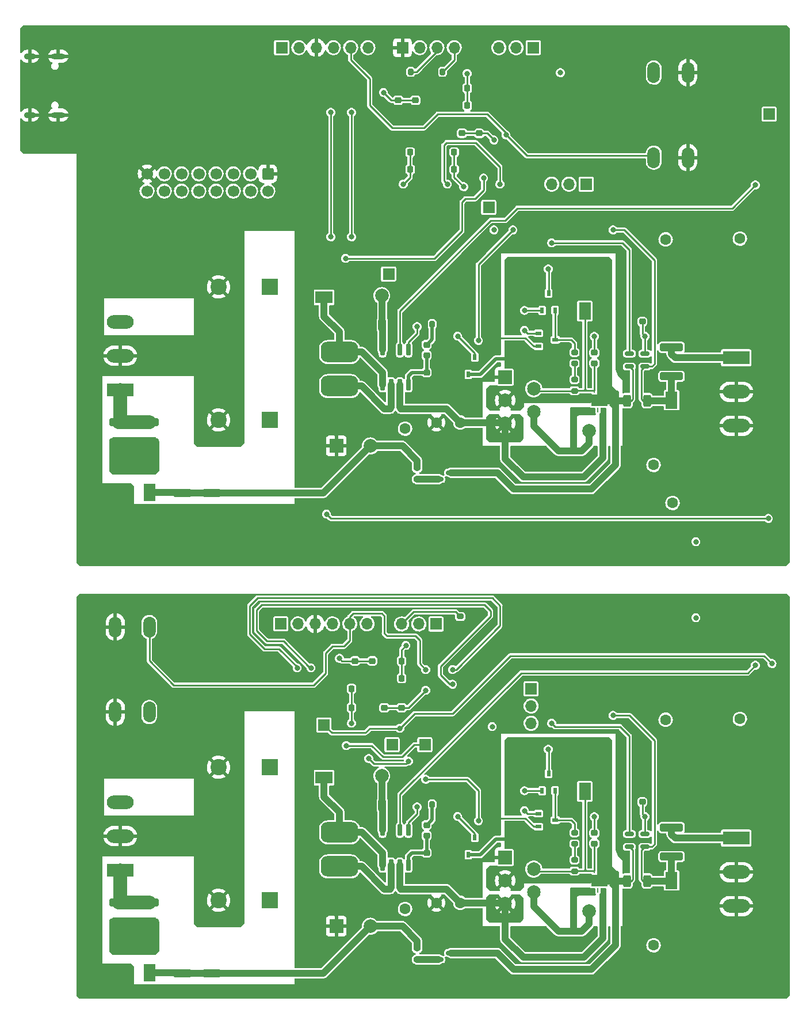
<source format=gtl>
%TF.GenerationSoftware,KiCad,Pcbnew,(6.0.7)*%
%TF.CreationDate,2022-10-24T22:46:20-04:00*%
%TF.ProjectId,LabPowerSupply,4c616250-6f77-4657-9253-7570706c792e,rev?*%
%TF.SameCoordinates,Original*%
%TF.FileFunction,Copper,L1,Top*%
%TF.FilePolarity,Positive*%
%FSLAX46Y46*%
G04 Gerber Fmt 4.6, Leading zero omitted, Abs format (unit mm)*
G04 Created by KiCad (PCBNEW (6.0.7)) date 2022-10-24 22:46:20*
%MOMM*%
%LPD*%
G01*
G04 APERTURE LIST*
G04 Aperture macros list*
%AMRoundRect*
0 Rectangle with rounded corners*
0 $1 Rounding radius*
0 $2 $3 $4 $5 $6 $7 $8 $9 X,Y pos of 4 corners*
0 Add a 4 corners polygon primitive as box body*
4,1,4,$2,$3,$4,$5,$6,$7,$8,$9,$2,$3,0*
0 Add four circle primitives for the rounded corners*
1,1,$1+$1,$2,$3*
1,1,$1+$1,$4,$5*
1,1,$1+$1,$6,$7*
1,1,$1+$1,$8,$9*
0 Add four rect primitives between the rounded corners*
20,1,$1+$1,$2,$3,$4,$5,0*
20,1,$1+$1,$4,$5,$6,$7,0*
20,1,$1+$1,$6,$7,$8,$9,0*
20,1,$1+$1,$8,$9,$2,$3,0*%
G04 Aperture macros list end*
%TA.AperFunction,ComponentPad*%
%ADD10C,1.600000*%
%TD*%
%TA.AperFunction,SMDPad,CuDef*%
%ADD11RoundRect,0.250000X1.450000X-0.312500X1.450000X0.312500X-1.450000X0.312500X-1.450000X-0.312500X0*%
%TD*%
%TA.AperFunction,SMDPad,CuDef*%
%ADD12RoundRect,0.225000X0.225000X0.250000X-0.225000X0.250000X-0.225000X-0.250000X0.225000X-0.250000X0*%
%TD*%
%TA.AperFunction,ComponentPad*%
%ADD13R,1.700000X1.700000*%
%TD*%
%TA.AperFunction,ComponentPad*%
%ADD14O,1.700000X1.700000*%
%TD*%
%TA.AperFunction,SMDPad,CuDef*%
%ADD15R,0.250000X0.700000*%
%TD*%
%TA.AperFunction,SMDPad,CuDef*%
%ADD16R,2.380000X1.660000*%
%TD*%
%TA.AperFunction,SMDPad,CuDef*%
%ADD17R,2.500000X1.800000*%
%TD*%
%TA.AperFunction,SMDPad,CuDef*%
%ADD18RoundRect,0.225000X-0.225000X-0.250000X0.225000X-0.250000X0.225000X0.250000X-0.225000X0.250000X0*%
%TD*%
%TA.AperFunction,ComponentPad*%
%ADD19R,3.960000X1.980000*%
%TD*%
%TA.AperFunction,ComponentPad*%
%ADD20O,3.960000X1.980000*%
%TD*%
%TA.AperFunction,SMDPad,CuDef*%
%ADD21R,1.800000X2.500000*%
%TD*%
%TA.AperFunction,SMDPad,CuDef*%
%ADD22RoundRect,0.250000X-1.100000X0.325000X-1.100000X-0.325000X1.100000X-0.325000X1.100000X0.325000X0*%
%TD*%
%TA.AperFunction,ComponentPad*%
%ADD23R,2.400000X2.400000*%
%TD*%
%TA.AperFunction,ComponentPad*%
%ADD24C,2.400000*%
%TD*%
%TA.AperFunction,SMDPad,CuDef*%
%ADD25RoundRect,0.250000X0.325000X0.650000X-0.325000X0.650000X-0.325000X-0.650000X0.325000X-0.650000X0*%
%TD*%
%TA.AperFunction,SMDPad,CuDef*%
%ADD26RoundRect,0.225000X-0.250000X0.225000X-0.250000X-0.225000X0.250000X-0.225000X0.250000X0.225000X0*%
%TD*%
%TA.AperFunction,SMDPad,CuDef*%
%ADD27R,0.600000X0.850000*%
%TD*%
%TA.AperFunction,SMDPad,CuDef*%
%ADD28RoundRect,0.200000X0.200000X0.275000X-0.200000X0.275000X-0.200000X-0.275000X0.200000X-0.275000X0*%
%TD*%
%TA.AperFunction,SMDPad,CuDef*%
%ADD29R,0.850000X0.600000*%
%TD*%
%TA.AperFunction,SMDPad,CuDef*%
%ADD30RoundRect,0.250000X0.475000X-0.250000X0.475000X0.250000X-0.475000X0.250000X-0.475000X-0.250000X0*%
%TD*%
%TA.AperFunction,SMDPad,CuDef*%
%ADD31RoundRect,0.225000X0.250000X-0.225000X0.250000X0.225000X-0.250000X0.225000X-0.250000X-0.225000X0*%
%TD*%
%TA.AperFunction,SMDPad,CuDef*%
%ADD32RoundRect,0.200000X-0.200000X-0.275000X0.200000X-0.275000X0.200000X0.275000X-0.200000X0.275000X0*%
%TD*%
%TA.AperFunction,SMDPad,CuDef*%
%ADD33RoundRect,0.150000X-0.587500X-0.150000X0.587500X-0.150000X0.587500X0.150000X-0.587500X0.150000X0*%
%TD*%
%TA.AperFunction,SMDPad,CuDef*%
%ADD34RoundRect,0.150000X0.150000X-0.725000X0.150000X0.725000X-0.150000X0.725000X-0.150000X-0.725000X0*%
%TD*%
%TA.AperFunction,ComponentPad*%
%ADD35R,2.000000X2.000000*%
%TD*%
%TA.AperFunction,ComponentPad*%
%ADD36C,2.000000*%
%TD*%
%TA.AperFunction,SMDPad,CuDef*%
%ADD37RoundRect,0.200000X-0.275000X0.200000X-0.275000X-0.200000X0.275000X-0.200000X0.275000X0.200000X0*%
%TD*%
%TA.AperFunction,SMDPad,CuDef*%
%ADD38RoundRect,0.200000X0.275000X-0.200000X0.275000X0.200000X-0.275000X0.200000X-0.275000X-0.200000X0*%
%TD*%
%TA.AperFunction,ComponentPad*%
%ADD39O,1.850000X3.048000*%
%TD*%
%TA.AperFunction,ComponentPad*%
%ADD40R,1.995000X1.995000*%
%TD*%
%TA.AperFunction,ComponentPad*%
%ADD41C,1.995000*%
%TD*%
%TA.AperFunction,SMDPad,CuDef*%
%ADD42RoundRect,0.150000X-0.512500X-0.150000X0.512500X-0.150000X0.512500X0.150000X-0.512500X0.150000X0*%
%TD*%
%TA.AperFunction,SMDPad,CuDef*%
%ADD43RoundRect,0.250000X-0.312500X-0.625000X0.312500X-0.625000X0.312500X0.625000X-0.312500X0.625000X0*%
%TD*%
%TA.AperFunction,SMDPad,CuDef*%
%ADD44RoundRect,0.999000X-1.751000X0.501000X-1.751000X-0.501000X1.751000X-0.501000X1.751000X0.501000X0*%
%TD*%
%TA.AperFunction,ComponentPad*%
%ADD45RoundRect,0.250000X-0.600000X0.600000X-0.600000X-0.600000X0.600000X-0.600000X0.600000X0.600000X0*%
%TD*%
%TA.AperFunction,ComponentPad*%
%ADD46C,1.700000*%
%TD*%
%TA.AperFunction,ComponentPad*%
%ADD47O,2.000000X0.900000*%
%TD*%
%TA.AperFunction,ComponentPad*%
%ADD48O,1.700000X0.900000*%
%TD*%
%TA.AperFunction,ViaPad*%
%ADD49C,0.800000*%
%TD*%
%TA.AperFunction,ViaPad*%
%ADD50C,2.000000*%
%TD*%
%TA.AperFunction,ViaPad*%
%ADD51C,1.600000*%
%TD*%
%TA.AperFunction,Conductor*%
%ADD52C,0.250000*%
%TD*%
%TA.AperFunction,Conductor*%
%ADD53C,1.000000*%
%TD*%
%TA.AperFunction,Conductor*%
%ADD54C,0.500000*%
%TD*%
%TA.AperFunction,Conductor*%
%ADD55C,2.000000*%
%TD*%
G04 APERTURE END LIST*
D10*
%TO.P,C2_SVR1,1*%
%TO.N,/Channel Power Supply 1/Linear Voltage Regulator /Linear Input*%
X101219000Y-89789000D03*
%TO.P,C2_SVR1,2*%
%TO.N,GND1*%
X97719000Y-89789000D03*
%TD*%
D11*
%TO.P,F_CS1,1*%
%TO.N,/Channel Power Supply 1/Current Sense /Output*%
X132324000Y-82997500D03*
%TO.P,F_CS1,2*%
%TO.N,Net-(F_CS1-Pad2)*%
X132324000Y-78722500D03*
%TD*%
D12*
%TO.P,C5_Power2,1*%
%TO.N,GND2*%
X86767000Y-128905000D03*
%TO.P,C5_Power2,2*%
%TO.N,+3.3VA*%
X85217000Y-128905000D03*
%TD*%
D13*
%TO.P,J_Boot1,1,Pin_1*%
%TO.N,Net-(J_Boot1-Pad1)*%
X111974000Y-34671000D03*
D14*
%TO.P,J_Boot1,2,Pin_2*%
%TO.N,Net-(J_Boot1-Pad2)*%
X109434000Y-34671000D03*
%TO.P,J_Boot1,3,Pin_3*%
%TO.N,Net-(J_Boot1-Pad3)*%
X106894000Y-34671000D03*
%TD*%
D15*
%TO.P,Linear1_1,1,OUT*%
%TO.N,/Channel Power Supply 1/Charge Pump/Charge*%
X122465000Y-85114500D03*
%TO.P,Linear1_1,2,OUT*%
X121965000Y-85114500D03*
%TO.P,Linear1_1,3,OUT*%
X121465000Y-85114500D03*
%TO.P,Linear1_1,4,SET*%
%TO.N,Net-(C4_LVR1-Pad1)*%
X120965000Y-85114500D03*
%TO.P,Linear1_1,5,VCONTROL*%
%TO.N,VCC*%
X120965000Y-87914500D03*
%TO.P,Linear1_1,6,NC*%
%TO.N,unconnected-(Linear1_1-Pad6)*%
X121465000Y-87914500D03*
%TO.P,Linear1_1,7,IN*%
%TO.N,/Channel Power Supply 1/Linear Voltage Regulator /Linear Input*%
X121965000Y-87914500D03*
%TO.P,Linear1_1,8,IN*%
X122465000Y-87914500D03*
D16*
%TO.P,Linear1_1,9,OUT*%
%TO.N,/Channel Power Supply 1/Charge Pump/Charge*%
X121715000Y-86514500D03*
%TD*%
D13*
%TO.P,ADC342_1,1,Pin_1*%
%TO.N,/Channel Power Supply 1/ADC 2*%
X119746000Y-54737000D03*
D14*
%TO.P,ADC342_1,2,Pin_2*%
%TO.N,/Channel Power Supply 1/ADC 4*%
X117206000Y-54737000D03*
%TO.P,ADC342_1,3,Pin_3*%
%TO.N,/Channel Power Supply 1/ADC 3*%
X114666000Y-54737000D03*
%TD*%
D17*
%TO.P,D_SVR1,1,K*%
%TO.N,Net-(D_SVR1-Pad1)*%
X81185000Y-71374000D03*
%TO.P,D_SVR1,2,A*%
%TO.N,GND1*%
X85185000Y-71374000D03*
%TD*%
D18*
%TO.P,C6_Power1,1*%
%TO.N,GND1*%
X100698000Y-43180000D03*
%TO.P,C6_Power1,2*%
%TO.N,+3.3V*%
X102248000Y-43180000D03*
%TD*%
D19*
%TO.P,Output1,1,Pin_1*%
%TO.N,Net-(F_CS1-Pad2)*%
X141839000Y-80264000D03*
D20*
%TO.P,Output1,2,Pin_2*%
%TO.N,GND1*%
X141839000Y-85264000D03*
%TO.P,Output1,3,Pin_3*%
X141839000Y-90264000D03*
%TD*%
D21*
%TO.P,D2_CP2,1,K*%
%TO.N,GND2*%
X50927000Y-170670323D03*
%TO.P,D2_CP2,2,A*%
%TO.N,Net-(C1_CP2-Pad2)*%
X50927000Y-166670323D03*
%TD*%
D22*
%TO.P,C3_CP2,1*%
%TO.N,/Channel Power Supply 2/Charge Pump/Negative*%
X60325000Y-170737000D03*
%TO.P,C3_CP2,2*%
%TO.N,GND2*%
X60325000Y-173687000D03*
%TD*%
D21*
%TO.P,D1_CP2,1,K*%
%TO.N,Net-(C1_CP2-Pad2)*%
X55499000Y-166670323D03*
%TO.P,D1_CP2,2,A*%
%TO.N,/Channel Power Supply 2/Charge Pump/Negative*%
X55499000Y-170670323D03*
%TD*%
D13*
%TO.P,D1_2,1,Pin_1*%
%TO.N,/Channel Power Supply 2/DAC 1*%
X91186000Y-137160000D03*
%TD*%
D23*
%TO.P,C1_BR2,1*%
%TO.N,VDD*%
X73152000Y-140462000D03*
D24*
%TO.P,C1_BR2,2*%
%TO.N,GND2*%
X65652000Y-140462000D03*
%TD*%
D21*
%TO.P,D_LVR2,1,K*%
%TO.N,Net-(C4_LVR2-Pad1)*%
X119556000Y-144015500D03*
%TO.P,D_LVR2,2,A*%
%TO.N,/Channel Power Supply 2/Charge Pump/Charge*%
X119556000Y-140015500D03*
%TD*%
D25*
%TO.P,C3_LVR2,1*%
%TO.N,/Channel Power Supply 2/Charge Pump/Charge*%
X109220000Y-149381500D03*
%TO.P,C3_LVR2,2*%
%TO.N,GND2*%
X106270000Y-149381500D03*
%TD*%
D21*
%TO.P,D_LVR1,1,K*%
%TO.N,Net-(C4_LVR1-Pad1)*%
X119556000Y-73403500D03*
%TO.P,D_LVR1,2,A*%
%TO.N,/Channel Power Supply 1/Charge Pump/Charge*%
X119556000Y-69403500D03*
%TD*%
D26*
%TO.P,C3_SVR1,1*%
%TO.N,Net-(C3_SVR1-Pad1)*%
X96266000Y-82410000D03*
%TO.P,C3_SVR1,2*%
%TO.N,GND1*%
X96266000Y-83960000D03*
%TD*%
D22*
%TO.P,C1_CP1,1*%
%TO.N,/Channel Power Supply 1/AC 2*%
X55499000Y-89711000D03*
%TO.P,C1_CP1,2*%
%TO.N,Net-(C1_CP1-Pad2)*%
X55499000Y-92661000D03*
%TD*%
D27*
%TO.P,Q1_LVR1,1,G*%
%TO.N,Net-(Q1_LVR1-Pad1)*%
X113272000Y-73286500D03*
%TO.P,Q1_LVR1,2,S*%
%TO.N,Net-(Q1_LVR1-Pad2)*%
X115172000Y-73286500D03*
%TO.P,Q1_LVR1,3,D*%
%TO.N,/Channel Power Supply 1/Differential Op-Amp Circuit/Set Voltage*%
X114222000Y-70786500D03*
%TD*%
D28*
%TO.P,R_I2C1,1*%
%TO.N,/Primary Controller/I2C SCL*%
X98615000Y-38227000D03*
%TO.P,R_I2C1,2*%
%TO.N,GND1*%
X96965000Y-38227000D03*
%TD*%
D13*
%TO.P,D2_2,1,Pin_1*%
%TO.N,/Channel Power Supply 2/DAC 2*%
X81153000Y-134239000D03*
%TD*%
%TO.P,J_Boot2,1,Pin_1*%
%TO.N,Net-(J_Boot2-Pad1)*%
X97648000Y-119405000D03*
D14*
%TO.P,J_Boot2,2,Pin_2*%
%TO.N,Net-(J_Boot2-Pad2)*%
X95108000Y-119405000D03*
%TO.P,J_Boot2,3,Pin_3*%
%TO.N,Net-(J_Boot2-Pad3)*%
X92568000Y-119405000D03*
%TD*%
D11*
%TO.P,F_CS2,1*%
%TO.N,/Channel Power Supply 2/Current Sense /Output*%
X132324000Y-153609500D03*
%TO.P,F_CS2,2*%
%TO.N,Net-(F_CS2-Pad2)*%
X132324000Y-149334500D03*
%TD*%
D29*
%TO.P,Q2_LVR1,1,G*%
%TO.N,Net-(Q2_LVR1-Pad1)*%
X112718000Y-76674500D03*
%TO.P,Q2_LVR1,2,S*%
%TO.N,GND1*%
X112718000Y-78574500D03*
%TO.P,Q2_LVR1,3,D*%
%TO.N,Net-(Q1_LVR1-Pad2)*%
X115218000Y-77624500D03*
%TD*%
D30*
%TO.P,C1_LVR2,1*%
%TO.N,GND2*%
X117905000Y-166460500D03*
%TO.P,C1_LVR2,2*%
%TO.N,VDD*%
X117905000Y-164560500D03*
%TD*%
D21*
%TO.P,D1_CP1,1,K*%
%TO.N,Net-(C1_CP1-Pad2)*%
X55499000Y-96058323D03*
%TO.P,D1_CP1,2,A*%
%TO.N,/Channel Power Supply 1/Charge Pump/Negative*%
X55499000Y-100058323D03*
%TD*%
D31*
%TO.P,C4_LVR1,1*%
%TO.N,Net-(C4_LVR1-Pad1)*%
X120953000Y-81068500D03*
%TO.P,C4_LVR1,2*%
%TO.N,GND1*%
X120953000Y-79518500D03*
%TD*%
D23*
%TO.P,C1_BR1,1*%
%TO.N,VCC*%
X73152000Y-69850000D03*
D24*
%TO.P,C1_BR1,2*%
%TO.N,GND1*%
X65652000Y-69850000D03*
%TD*%
D26*
%TO.P,C7_Power1,1*%
%TO.N,GND1*%
X101473000Y-45694000D03*
%TO.P,C7_Power1,2*%
%TO.N,+3.3V*%
X101473000Y-47244000D03*
%TD*%
D32*
%TO.P,R5_SVR1,1*%
%TO.N,Net-(C4_SVR1-Pad2)*%
X97092000Y-75311000D03*
%TO.P,R5_SVR1,2*%
%TO.N,GND1*%
X98742000Y-75311000D03*
%TD*%
D27*
%TO.P,Q3_LVR1,1,G*%
%TO.N,Net-(Q3_LVR1-Pad1)*%
X103361000Y-80184500D03*
%TO.P,Q3_LVR1,2,S*%
%TO.N,GND1*%
X101461000Y-80184500D03*
%TO.P,Q3_LVR1,3,D*%
%TO.N,/Channel Power Supply 1/Charge Pump/Charge*%
X102411000Y-82684500D03*
%TD*%
D26*
%TO.P,C3_SVR2,1*%
%TO.N,Net-(C3_SVR2-Pad1)*%
X96266000Y-153022000D03*
%TO.P,C3_SVR2,2*%
%TO.N,GND2*%
X96266000Y-154572000D03*
%TD*%
%TO.P,C8_Power2,1*%
%TO.N,GND2*%
X90043000Y-130162000D03*
%TO.P,C8_Power2,2*%
%TO.N,+3.3VA*%
X90043000Y-131712000D03*
%TD*%
D25*
%TO.P,C3_LVR1,1*%
%TO.N,/Channel Power Supply 1/Charge Pump/Charge*%
X109220000Y-78769500D03*
%TO.P,C3_LVR1,2*%
%TO.N,GND1*%
X106270000Y-78769500D03*
%TD*%
D13*
%TO.P,ADC342_2,1,Pin_1*%
%TO.N,/Channel Power Supply 2/ADC 2*%
X111633000Y-128920000D03*
D14*
%TO.P,ADC342_2,2,Pin_2*%
%TO.N,/Channel Power Supply 2/ADC 4*%
X111633000Y-131460000D03*
%TO.P,ADC342_2,3,Pin_3*%
%TO.N,/Channel Power Supply 2/ADC 3*%
X111633000Y-134000000D03*
%TD*%
D33*
%TO.P,Q1_CP1,1,E*%
%TO.N,Net-(Q1_CP1-Pad1)*%
X97995500Y-98105000D03*
%TO.P,Q1_CP1,2,B*%
%TO.N,GND1*%
X97995500Y-96205000D03*
%TO.P,Q1_CP1,3,C*%
%TO.N,/Channel Power Supply 1/Charge Pump/Charge*%
X99870500Y-97155000D03*
%TD*%
D34*
%TO.P,Switching1,1,OUT*%
%TO.N,Net-(D_SVR1-Pad1)*%
X89789000Y-84236000D03*
%TO.P,Switching1,2,CS+*%
%TO.N,Net-(L_SVR1-Pad2)*%
X91059000Y-84236000D03*
%TO.P,Switching1,3,CS-*%
%TO.N,/Channel Power Supply 1/Linear Voltage Regulator /Linear Input*%
X92329000Y-84236000D03*
%TO.P,Switching1,4,COMP*%
%TO.N,Net-(C3_SVR1-Pad1)*%
X93599000Y-84236000D03*
%TO.P,Switching1,5,FB*%
%TO.N,/Channel Power Supply 1/Switching Voltage Regulator/FeedBack*%
X93599000Y-79086000D03*
%TO.P,Switching1,6,VREF*%
%TO.N,/Channel Power Supply 1/Differential Op-Amp Circuit/3.3 Volts*%
X92329000Y-79086000D03*
%TO.P,Switching1,7,GND*%
%TO.N,GND1*%
X91059000Y-79086000D03*
%TO.P,Switching1,8,VCC*%
%TO.N,VCC*%
X89789000Y-79086000D03*
%TD*%
D23*
%TO.P,C2_BR2,1*%
%TO.N,VDD*%
X73152000Y-160020000D03*
D24*
%TO.P,C2_BR2,2*%
%TO.N,GND2*%
X65652000Y-160020000D03*
%TD*%
D35*
%TO.P,C5_CP2,1*%
%TO.N,GND2*%
X82976323Y-163830000D03*
D36*
%TO.P,C5_CP2,2*%
%TO.N,/Channel Power Supply 2/Charge Pump/Negative*%
X87976323Y-163830000D03*
%TD*%
D31*
%TO.P,C4_LVR2,1*%
%TO.N,Net-(C4_LVR2-Pad1)*%
X120953000Y-151680500D03*
%TO.P,C4_LVR2,2*%
%TO.N,GND2*%
X120953000Y-150130500D03*
%TD*%
D18*
%TO.P,C7_Power2,1*%
%TO.N,GND2*%
X91046000Y-127381000D03*
%TO.P,C7_Power2,2*%
%TO.N,+3.3VA*%
X92596000Y-127381000D03*
%TD*%
D12*
%TO.P,C5_Power1,1*%
%TO.N,GND1*%
X95403000Y-52578000D03*
%TO.P,C5_Power1,2*%
%TO.N,+3.3V*%
X93853000Y-52578000D03*
%TD*%
D22*
%TO.P,C4_CP1,1*%
%TO.N,/Channel Power Supply 1/Charge Pump/Negative*%
X64643000Y-100125000D03*
%TO.P,C4_CP1,2*%
%TO.N,GND1*%
X64643000Y-103075000D03*
%TD*%
D37*
%TO.P,R_CP1,1*%
%TO.N,/Channel Power Supply 1/Charge Pump/Negative*%
X94869000Y-96457000D03*
%TO.P,R_CP1,2*%
%TO.N,Net-(Q1_CP1-Pad1)*%
X94869000Y-98107000D03*
%TD*%
D32*
%TO.P,R1_SVR1,1*%
%TO.N,Net-(L_SVR1-Pad2)*%
X90869000Y-87757000D03*
%TO.P,R1_SVR1,2*%
%TO.N,/Channel Power Supply 1/Linear Voltage Regulator /Linear Input*%
X92519000Y-87757000D03*
%TD*%
D38*
%TO.P,R12_LVR1,1*%
%TO.N,Net-(C4_LVR1-Pad1)*%
X118032000Y-85117500D03*
%TO.P,R12_LVR1,2*%
%TO.N,Net-(R11_LVR1-Pad1)*%
X118032000Y-83467500D03*
%TD*%
D15*
%TO.P,Linear1_2,1,OUT*%
%TO.N,/Channel Power Supply 2/Charge Pump/Charge*%
X122465000Y-155726500D03*
%TO.P,Linear1_2,2,OUT*%
X121965000Y-155726500D03*
%TO.P,Linear1_2,3,OUT*%
X121465000Y-155726500D03*
%TO.P,Linear1_2,4,SET*%
%TO.N,Net-(C4_LVR2-Pad1)*%
X120965000Y-155726500D03*
%TO.P,Linear1_2,5,VCONTROL*%
%TO.N,VDD*%
X120965000Y-158526500D03*
%TO.P,Linear1_2,6,NC*%
%TO.N,unconnected-(Linear1_2-Pad6)*%
X121465000Y-158526500D03*
%TO.P,Linear1_2,7,IN*%
%TO.N,/Channel Power Supply 2/Linear Voltage Regulator /Linear Input*%
X121965000Y-158526500D03*
%TO.P,Linear1_2,8,IN*%
X122465000Y-158526500D03*
D16*
%TO.P,Linear1_2,9,OUT*%
%TO.N,/Channel Power Supply 2/Charge Pump/Charge*%
X121715000Y-157126500D03*
%TD*%
D39*
%TO.P,SW_Reset1,1,1*%
%TO.N,GND1*%
X134707000Y-50837000D03*
X134707000Y-38337000D03*
%TO.P,SW_Reset1,2,2*%
%TO.N,Net-(MCU_1-Pad7)*%
X129707000Y-50837000D03*
X129707000Y-38337000D03*
%TD*%
D12*
%TO.P,C10_Power1,1*%
%TO.N,GND1*%
X95390000Y-50038000D03*
%TO.P,C10_Power1,2*%
%TO.N,+3.3V*%
X93840000Y-50038000D03*
%TD*%
D22*
%TO.P,C4_CP2,1*%
%TO.N,/Channel Power Supply 2/Charge Pump/Negative*%
X64643000Y-170737000D03*
%TO.P,C4_CP2,2*%
%TO.N,GND2*%
X64643000Y-173687000D03*
%TD*%
D32*
%TO.P,R5_SVR2,1*%
%TO.N,Net-(C4_SVR2-Pad2)*%
X97092000Y-145923000D03*
%TO.P,R5_SVR2,2*%
%TO.N,GND2*%
X98742000Y-145923000D03*
%TD*%
D27*
%TO.P,Q3_LVR2,1,G*%
%TO.N,Net-(Q3_LVR2-Pad1)*%
X103361000Y-150796500D03*
%TO.P,Q3_LVR2,2,S*%
%TO.N,GND2*%
X101461000Y-150796500D03*
%TO.P,Q3_LVR2,3,D*%
%TO.N,/Channel Power Supply 2/Charge Pump/Charge*%
X102411000Y-153296500D03*
%TD*%
D23*
%TO.P,C2_BR1,1*%
%TO.N,VCC*%
X73152000Y-89408000D03*
D24*
%TO.P,C2_BR1,2*%
%TO.N,GND1*%
X65652000Y-89408000D03*
%TD*%
D12*
%TO.P,C8_Power1,1*%
%TO.N,GND1*%
X101867000Y-50038000D03*
%TO.P,C8_Power1,2*%
%TO.N,+3.3V*%
X100317000Y-50038000D03*
%TD*%
D22*
%TO.P,C2_CP1,1*%
%TO.N,/Channel Power Supply 1/AC 2*%
X50927000Y-89711000D03*
%TO.P,C2_CP1,2*%
%TO.N,Net-(C1_CP1-Pad2)*%
X50927000Y-92661000D03*
%TD*%
D26*
%TO.P,C_CUR1,1*%
%TO.N,GND1*%
X128016000Y-73393000D03*
%TO.P,C_CUR1,2*%
%TO.N,+3.3V*%
X128016000Y-74943000D03*
%TD*%
D13*
%TO.P,D2_1,1,Pin_1*%
%TO.N,/Channel Power Supply 1/DAC 2*%
X146685000Y-44450000D03*
%TD*%
D19*
%TO.P,Input1,1,Pin_1*%
%TO.N,/Channel Power Supply 1/AC 2*%
X51191000Y-84963000D03*
D20*
%TO.P,Input1,2,Pin_2*%
%TO.N,GND1*%
X51191000Y-79963000D03*
%TO.P,Input1,3,Pin_3*%
%TO.N,/Channel Power Supply 1/AC 1*%
X51191000Y-74963000D03*
%TD*%
D31*
%TO.P,C4_SVR2,1*%
%TO.N,Net-(C3_SVR2-Pad1)*%
X96266000Y-150508000D03*
%TO.P,C4_SVR2,2*%
%TO.N,Net-(C4_SVR2-Pad2)*%
X96266000Y-148958000D03*
%TD*%
D40*
%TO.P,Linear2,1,NC*%
%TO.N,GND2*%
X107844000Y-153726000D03*
D41*
%TO.P,Linear2,2,SET*%
%TO.N,Net-(C4_LVR2-Pad1)*%
X112035000Y-155426000D03*
%TO.P,Linear2,3,OUT*%
%TO.N,/Channel Power Supply 2/Charge Pump/Charge*%
X107844000Y-157126000D03*
%TO.P,Linear2,4,VCONTROL*%
%TO.N,VDD*%
X112035000Y-158826000D03*
%TO.P,Linear2,5,IN*%
%TO.N,/Channel Power Supply 2/Linear Voltage Regulator /Linear Input*%
X107844000Y-160526000D03*
%TD*%
D32*
%TO.P,R1_SVR2,1*%
%TO.N,Net-(L_SVR2-Pad2)*%
X90869000Y-158369000D03*
%TO.P,R1_SVR2,2*%
%TO.N,/Channel Power Supply 2/Linear Voltage Regulator /Linear Input*%
X92519000Y-158369000D03*
%TD*%
D19*
%TO.P,Input2,1,Pin_1*%
%TO.N,/Channel Power Supply 2/AC 2*%
X51191000Y-155575000D03*
D20*
%TO.P,Input2,2,Pin_2*%
%TO.N,GND2*%
X51191000Y-150575000D03*
%TO.P,Input2,3,Pin_3*%
%TO.N,/Channel Power Supply 2/AC 1*%
X51191000Y-145575000D03*
%TD*%
D38*
%TO.P,R11_LVR1,1*%
%TO.N,Net-(R11_LVR1-Pad1)*%
X118032000Y-81118500D03*
%TO.P,R11_LVR1,2*%
%TO.N,Net-(Q1_LVR1-Pad2)*%
X118032000Y-79468500D03*
%TD*%
D22*
%TO.P,C3_CP1,1*%
%TO.N,/Channel Power Supply 1/Charge Pump/Negative*%
X60325000Y-100125000D03*
%TO.P,C3_CP1,2*%
%TO.N,GND1*%
X60325000Y-103075000D03*
%TD*%
D37*
%TO.P,R2_Boot2,1*%
%TO.N,Net-(J_Boot2-Pad3)*%
X101219000Y-118301000D03*
%TO.P,R2_Boot2,2*%
%TO.N,GND2*%
X101219000Y-119951000D03*
%TD*%
D33*
%TO.P,Q1_CP2,1,E*%
%TO.N,Net-(Q1_CP2-Pad1)*%
X97995500Y-168717000D03*
%TO.P,Q1_CP2,2,B*%
%TO.N,GND2*%
X97995500Y-166817000D03*
%TO.P,Q1_CP2,3,C*%
%TO.N,/Channel Power Supply 2/Charge Pump/Charge*%
X99870500Y-167767000D03*
%TD*%
D10*
%TO.P,C2_SVR2,1*%
%TO.N,/Channel Power Supply 2/Linear Voltage Regulator /Linear Input*%
X101219000Y-160401000D03*
%TO.P,C2_SVR2,2*%
%TO.N,GND2*%
X97719000Y-160401000D03*
%TD*%
D42*
%TO.P,CurrentSense2,1*%
%TO.N,/Channel Power Supply 2/ADC 3*%
X126106500Y-150268000D03*
%TO.P,CurrentSense2,2,GND*%
%TO.N,GND2*%
X126106500Y-151218000D03*
%TO.P,CurrentSense2,3,+*%
%TO.N,/Channel Power Supply 2/Charge Pump/Charge*%
X126106500Y-152168000D03*
%TO.P,CurrentSense2,4,-*%
%TO.N,/Channel Power Supply 2/Current Sense /Output*%
X128381500Y-152168000D03*
%TO.P,CurrentSense2,5,V+*%
%TO.N,+3.3VA*%
X128381500Y-150268000D03*
%TD*%
D35*
%TO.P,C5_CP1,1*%
%TO.N,GND1*%
X82976323Y-93218000D03*
D36*
%TO.P,C5_CP1,2*%
%TO.N,/Channel Power Supply 1/Charge Pump/Negative*%
X87976323Y-93218000D03*
%TD*%
D22*
%TO.P,C1_CP2,1*%
%TO.N,/Channel Power Supply 2/AC 2*%
X55499000Y-160323000D03*
%TO.P,C1_CP2,2*%
%TO.N,Net-(C1_CP2-Pad2)*%
X55499000Y-163273000D03*
%TD*%
D42*
%TO.P,CurrentSense1,1*%
%TO.N,/Channel Power Supply 1/ADC 3*%
X126106500Y-79656000D03*
%TO.P,CurrentSense1,2,GND*%
%TO.N,GND1*%
X126106500Y-80606000D03*
%TO.P,CurrentSense1,3,+*%
%TO.N,/Channel Power Supply 1/Charge Pump/Charge*%
X126106500Y-81556000D03*
%TO.P,CurrentSense1,4,-*%
%TO.N,/Channel Power Supply 1/Current Sense /Output*%
X128381500Y-81556000D03*
%TO.P,CurrentSense1,5,V+*%
%TO.N,+3.3V*%
X128381500Y-79656000D03*
%TD*%
D21*
%TO.P,D2_CP1,1,K*%
%TO.N,GND1*%
X50927000Y-100058323D03*
%TO.P,D2_CP1,2,A*%
%TO.N,Net-(C1_CP1-Pad2)*%
X50927000Y-96058323D03*
%TD*%
D31*
%TO.P,C6_Power2,1*%
%TO.N,GND2*%
X88265000Y-126378000D03*
%TO.P,C6_Power2,2*%
%TO.N,+3.3VA*%
X88265000Y-124828000D03*
%TD*%
%TO.P,C9_Power1,1*%
%TO.N,GND1*%
X94615000Y-43955000D03*
%TO.P,C9_Power1,2*%
%TO.N,+3.3V*%
X94615000Y-42405000D03*
%TD*%
D13*
%TO.P,A1_1,1,Pin_1*%
%TO.N,/Channel Power Supply 1/ADC 1*%
X105410000Y-58166000D03*
%TD*%
D43*
%TO.P,R1_CS1,1*%
%TO.N,/Channel Power Supply 1/Charge Pump/Charge*%
X125791500Y-86575000D03*
%TO.P,R1_CS1,2*%
%TO.N,/Channel Power Supply 1/Current Sense /Output*%
X128716500Y-86575000D03*
%TD*%
D25*
%TO.P,C1_SVR1,1*%
%TO.N,VCC*%
X89740000Y-75438000D03*
%TO.P,C1_SVR1,2*%
%TO.N,GND1*%
X86790000Y-75438000D03*
%TD*%
D44*
%TO.P,L_SVR1,1,1*%
%TO.N,Net-(D_SVR1-Pad1)*%
X83439000Y-79415000D03*
%TO.P,L_SVR1,2,2*%
%TO.N,Net-(L_SVR1-Pad2)*%
X83439000Y-84415000D03*
%TD*%
D26*
%TO.P,C_CUR2,1*%
%TO.N,GND2*%
X128016000Y-144005000D03*
%TO.P,C_CUR2,2*%
%TO.N,+3.3VA*%
X128016000Y-145555000D03*
%TD*%
D30*
%TO.P,C1_LVR1,1*%
%TO.N,GND1*%
X117905000Y-95848500D03*
%TO.P,C1_LVR1,2*%
%TO.N,VCC*%
X117905000Y-93948500D03*
%TD*%
D43*
%TO.P,R1_CS2,1*%
%TO.N,/Channel Power Supply 2/Charge Pump/Charge*%
X125791500Y-157187000D03*
%TO.P,R1_CS2,2*%
%TO.N,/Channel Power Supply 2/Current Sense /Output*%
X128716500Y-157187000D03*
%TD*%
D38*
%TO.P,R11_LVR2,1*%
%TO.N,Net-(R11_LVR2-Pad1)*%
X118032000Y-151730500D03*
%TO.P,R11_LVR2,2*%
%TO.N,Net-(Q1_LVR2-Pad2)*%
X118032000Y-150080500D03*
%TD*%
D31*
%TO.P,C4_SVR1,1*%
%TO.N,Net-(C3_SVR1-Pad1)*%
X96266000Y-79896000D03*
%TO.P,C4_SVR1,2*%
%TO.N,Net-(C4_SVR1-Pad2)*%
X96266000Y-78346000D03*
%TD*%
D40*
%TO.P,Linear1,1,NC*%
%TO.N,GND1*%
X107844000Y-83114000D03*
D41*
%TO.P,Linear1,2,SET*%
%TO.N,Net-(C4_LVR1-Pad1)*%
X112035000Y-84814000D03*
%TO.P,Linear1,3,OUT*%
%TO.N,/Channel Power Supply 1/Charge Pump/Charge*%
X107844000Y-86514000D03*
%TO.P,Linear1,4,VCONTROL*%
%TO.N,VCC*%
X112035000Y-88214000D03*
%TO.P,Linear1,5,IN*%
%TO.N,/Channel Power Supply 1/Linear Voltage Regulator /Linear Input*%
X107844000Y-89914000D03*
%TD*%
D26*
%TO.P,C2_Power1,1*%
%TO.N,GND1*%
X104013000Y-45707000D03*
%TO.P,C2_Power1,2*%
%TO.N,+3.3V*%
X104013000Y-47257000D03*
%TD*%
D25*
%TO.P,C1_SVR2,1*%
%TO.N,VDD*%
X89740000Y-146050000D03*
%TO.P,C1_SVR2,2*%
%TO.N,GND2*%
X86790000Y-146050000D03*
%TD*%
D13*
%TO.P,D1_1,1,Pin_1*%
%TO.N,/Channel Power Supply 1/DAC 1*%
X90678000Y-67945000D03*
%TD*%
D19*
%TO.P,Output2,1,Pin_1*%
%TO.N,Net-(F_CS2-Pad2)*%
X141839000Y-150876000D03*
D20*
%TO.P,Output2,2,Pin_2*%
%TO.N,GND2*%
X141839000Y-155876000D03*
%TO.P,Output2,3,Pin_3*%
X141839000Y-160876000D03*
%TD*%
D13*
%TO.P,J_STLink1,1,Pin_1*%
%TO.N,+3.3V*%
X74930000Y-34671000D03*
D14*
%TO.P,J_STLink1,2,Pin_2*%
%TO.N,/Primary Controller/SW_CLK*%
X77470000Y-34671000D03*
%TO.P,J_STLink1,3,Pin_3*%
%TO.N,GND1*%
X80010000Y-34671000D03*
%TO.P,J_STLink1,4,Pin_4*%
%TO.N,/Primary Controller/SW_DIO*%
X82550000Y-34671000D03*
%TO.P,J_STLink1,5,Pin_5*%
%TO.N,Net-(MCU_1-Pad7)*%
X85090000Y-34671000D03*
%TO.P,J_STLink1,6,Pin_6*%
%TO.N,/Primary Controller/SWO*%
X87630000Y-34671000D03*
%TD*%
D22*
%TO.P,C2_CP2,1*%
%TO.N,/Channel Power Supply 2/AC 2*%
X50927000Y-160323000D03*
%TO.P,C2_CP2,2*%
%TO.N,Net-(C1_CP2-Pad2)*%
X50927000Y-163273000D03*
%TD*%
D13*
%TO.P,A1_2,1,Pin_1*%
%TO.N,/Channel Power Supply 2/ADC 1*%
X96012000Y-137160000D03*
%TD*%
D38*
%TO.P,R12_LVR2,1*%
%TO.N,Net-(C4_LVR2-Pad1)*%
X118032000Y-155729500D03*
%TO.P,R12_LVR2,2*%
%TO.N,Net-(R11_LVR2-Pad1)*%
X118032000Y-154079500D03*
%TD*%
D45*
%TO.P,Front_Panel1,1,Pin_1*%
%TO.N,GND1*%
X72898000Y-53213000D03*
D46*
%TO.P,Front_Panel1,2,Pin_2*%
%TO.N,Net-(Front_Panel1-Pad2)*%
X72898000Y-55753000D03*
%TO.P,Front_Panel1,3,Pin_3*%
%TO.N,Net-(Front_Panel1-Pad3)*%
X70358000Y-53213000D03*
%TO.P,Front_Panel1,4,Pin_4*%
%TO.N,Net-(Front_Panel1-Pad4)*%
X70358000Y-55753000D03*
%TO.P,Front_Panel1,5,Pin_5*%
%TO.N,Net-(Front_Panel1-Pad5)*%
X67818000Y-53213000D03*
%TO.P,Front_Panel1,6,Pin_6*%
%TO.N,Net-(Front_Panel1-Pad6)*%
X67818000Y-55753000D03*
%TO.P,Front_Panel1,7,Pin_7*%
%TO.N,Net-(Front_Panel1-Pad7)*%
X65278000Y-53213000D03*
%TO.P,Front_Panel1,8,Pin_8*%
%TO.N,Net-(Front_Panel1-Pad8)*%
X65278000Y-55753000D03*
%TO.P,Front_Panel1,9,Pin_9*%
%TO.N,Net-(Front_Panel1-Pad9)*%
X62738000Y-53213000D03*
%TO.P,Front_Panel1,10,Pin_10*%
%TO.N,Net-(Front_Panel1-Pad10)*%
X62738000Y-55753000D03*
%TO.P,Front_Panel1,11,Pin_11*%
%TO.N,Net-(Front_Panel1-Pad11)*%
X60198000Y-53213000D03*
%TO.P,Front_Panel1,12,Pin_12*%
%TO.N,Net-(Front_Panel1-Pad12)*%
X60198000Y-55753000D03*
%TO.P,Front_Panel1,13,Pin_13*%
%TO.N,Net-(Front_Panel1-Pad13)*%
X57658000Y-53213000D03*
%TO.P,Front_Panel1,14,Pin_14*%
%TO.N,Net-(Front_Panel1-Pad14)*%
X57658000Y-55753000D03*
%TO.P,Front_Panel1,15,Pin_15*%
%TO.N,GND1*%
X55118000Y-53213000D03*
%TO.P,Front_Panel1,16,Pin_16*%
%TO.N,Net-(Front_Panel1-Pad16)*%
X55118000Y-55753000D03*
%TD*%
D18*
%TO.P,C3_Power2,1*%
%TO.N,GND2*%
X91046000Y-124841000D03*
%TO.P,C3_Power2,2*%
%TO.N,+3.3VA*%
X92596000Y-124841000D03*
%TD*%
%TO.P,C1_Power1,1*%
%TO.N,GND1*%
X100698000Y-40640000D03*
%TO.P,C1_Power1,2*%
%TO.N,+3.3V*%
X102248000Y-40640000D03*
%TD*%
D29*
%TO.P,Q2_LVR2,1,G*%
%TO.N,Net-(Q2_LVR2-Pad1)*%
X112718000Y-147286500D03*
%TO.P,Q2_LVR2,2,S*%
%TO.N,GND2*%
X112718000Y-149186500D03*
%TO.P,Q2_LVR2,3,D*%
%TO.N,Net-(Q1_LVR2-Pad2)*%
X115218000Y-148236500D03*
%TD*%
D13*
%TO.P,J_I2C1,1,Pin_1*%
%TO.N,GND1*%
X92710000Y-34671000D03*
D14*
%TO.P,J_I2C1,2,Pin_2*%
%TO.N,/Channel 1 Power Rails/5 Volts*%
X95250000Y-34671000D03*
%TO.P,J_I2C1,3,Pin_3*%
%TO.N,/Primary Controller/I2C SDA*%
X97790000Y-34671000D03*
%TO.P,J_I2C1,4,Pin_4*%
%TO.N,/Primary Controller/I2C SCL*%
X100330000Y-34671000D03*
%TD*%
D28*
%TO.P,R_I2C2,1*%
%TO.N,/Primary Controller/I2C SDA*%
X93916000Y-38227000D03*
%TO.P,R_I2C2,2*%
%TO.N,GND1*%
X92266000Y-38227000D03*
%TD*%
D13*
%TO.P,J_STLink2,1,Pin_1*%
%TO.N,+3.3VA*%
X74803000Y-119380000D03*
D14*
%TO.P,J_STLink2,2,Pin_2*%
%TO.N,Net-(J_STLink2-Pad2)*%
X77343000Y-119380000D03*
%TO.P,J_STLink2,3,Pin_3*%
%TO.N,GND2*%
X79883000Y-119380000D03*
%TO.P,J_STLink2,4,Pin_4*%
%TO.N,Net-(J_STLink2-Pad4)*%
X82423000Y-119380000D03*
%TO.P,J_STLink2,5,Pin_5*%
%TO.N,Net-(J_STLink2-Pad5)*%
X84963000Y-119380000D03*
%TO.P,J_STLink2,6,Pin_6*%
%TO.N,Net-(J_STLink2-Pad6)*%
X87503000Y-119380000D03*
%TD*%
D26*
%TO.P,C4_Power2,1*%
%TO.N,GND2*%
X92583000Y-130162000D03*
%TO.P,C4_Power2,2*%
%TO.N,+3.3VA*%
X92583000Y-131712000D03*
%TD*%
D39*
%TO.P,SW_Reset2,1,1*%
%TO.N,GND2*%
X50459000Y-132351000D03*
X50459000Y-119851000D03*
%TO.P,SW_Reset2,2,2*%
%TO.N,Net-(J_STLink2-Pad5)*%
X55459000Y-119851000D03*
X55459000Y-132351000D03*
%TD*%
D17*
%TO.P,D_SVR2,1,K*%
%TO.N,Net-(D_SVR2-Pad1)*%
X81185000Y-141986000D03*
%TO.P,D_SVR2,2,A*%
%TO.N,GND2*%
X85185000Y-141986000D03*
%TD*%
D12*
%TO.P,C3_Power1,1*%
%TO.N,GND1*%
X101867000Y-52578000D03*
%TO.P,C3_Power1,2*%
%TO.N,+3.3V*%
X100317000Y-52578000D03*
%TD*%
D31*
%TO.P,C4_Power1,1*%
%TO.N,GND1*%
X92075000Y-43955000D03*
%TO.P,C4_Power1,2*%
%TO.N,+3.3V*%
X92075000Y-42405000D03*
%TD*%
D27*
%TO.P,Q1_LVR2,1,G*%
%TO.N,Net-(Q1_LVR2-Pad1)*%
X113272000Y-143898500D03*
%TO.P,Q1_LVR2,2,S*%
%TO.N,Net-(Q1_LVR2-Pad2)*%
X115172000Y-143898500D03*
%TO.P,Q1_LVR2,3,D*%
%TO.N,/Channel Power Supply 2/Differential Op-Amp Circuit/Set Voltage*%
X114222000Y-141398500D03*
%TD*%
D21*
%TO.P,D_CS1,1,K*%
%TO.N,/Channel Power Supply 1/Current Sense /Output*%
X132324000Y-86480000D03*
%TO.P,D_CS1,2,A*%
%TO.N,GND1*%
X132324000Y-90480000D03*
%TD*%
D31*
%TO.P,C2_Power2,1*%
%TO.N,GND2*%
X85725000Y-126378000D03*
%TO.P,C2_Power2,2*%
%TO.N,+3.3VA*%
X85725000Y-124828000D03*
%TD*%
D12*
%TO.P,C1_Power2,1*%
%TO.N,GND2*%
X86767000Y-131699000D03*
%TO.P,C1_Power2,2*%
%TO.N,+3.3VA*%
X85217000Y-131699000D03*
%TD*%
D34*
%TO.P,Switching2,1,OUT*%
%TO.N,Net-(D_SVR2-Pad1)*%
X89789000Y-154848000D03*
%TO.P,Switching2,2,CS+*%
%TO.N,Net-(L_SVR2-Pad2)*%
X91059000Y-154848000D03*
%TO.P,Switching2,3,CS-*%
%TO.N,/Channel Power Supply 2/Linear Voltage Regulator /Linear Input*%
X92329000Y-154848000D03*
%TO.P,Switching2,4,COMP*%
%TO.N,Net-(C3_SVR2-Pad1)*%
X93599000Y-154848000D03*
%TO.P,Switching2,5,FB*%
%TO.N,/Channel Power Supply 2/Switching Voltage Regulator/FeedBack*%
X93599000Y-149698000D03*
%TO.P,Switching2,6,VREF*%
%TO.N,/Channel Power Supply 2/Differential Op-Amp Circuit/3.3 Volts*%
X92329000Y-149698000D03*
%TO.P,Switching2,7,GND*%
%TO.N,GND2*%
X91059000Y-149698000D03*
%TO.P,Switching2,8,VCC*%
%TO.N,VDD*%
X89789000Y-149698000D03*
%TD*%
D21*
%TO.P,D_CS2,1,K*%
%TO.N,/Channel Power Supply 2/Current Sense /Output*%
X132324000Y-157092000D03*
%TO.P,D_CS2,2,A*%
%TO.N,GND2*%
X132324000Y-161092000D03*
%TD*%
D44*
%TO.P,L_SVR2,1,1*%
%TO.N,Net-(D_SVR2-Pad1)*%
X83439000Y-150027000D03*
%TO.P,L_SVR2,2,2*%
%TO.N,Net-(L_SVR2-Pad2)*%
X83439000Y-155027000D03*
%TD*%
D37*
%TO.P,R_CP2,1*%
%TO.N,/Channel Power Supply 2/Charge Pump/Negative*%
X94869000Y-167069000D03*
%TO.P,R_CP2,2*%
%TO.N,Net-(Q1_CP2-Pad1)*%
X94869000Y-168719000D03*
%TD*%
D47*
%TO.P,J_USB1,S1,SHIELD*%
%TO.N,GND1*%
X42062000Y-44579000D03*
X42062000Y-35939000D03*
D48*
X37892000Y-35939000D03*
X37892000Y-44579000D03*
%TD*%
D49*
%TO.N,GND1*%
X131445000Y-74041000D03*
X145415000Y-56642000D03*
%TO.N,GND2*%
X145415000Y-127254000D03*
X131445000Y-144653000D03*
%TO.N,/Channel Power Supply 2/Charge Pump/Charge*%
X110109000Y-138430000D03*
%TO.N,/Channel Power Supply 2/DAC 2*%
X147098500Y-125222000D03*
X92329000Y-134747000D03*
D50*
%TO.N,VDD*%
X89662000Y-141732000D03*
X120191000Y-161573500D03*
D51*
X142367000Y-133350000D03*
X93091000Y-161290000D03*
D49*
%TO.N,GND2*%
X115189000Y-116459000D03*
X105791000Y-128651000D03*
X121793000Y-128905000D03*
X96139000Y-127635000D03*
X99568000Y-153289000D03*
D51*
X92329000Y-142494000D03*
D49*
X86614000Y-133985000D03*
X83439000Y-125857000D03*
X146431000Y-120269000D03*
X105918000Y-136398000D03*
X136176500Y-144018000D03*
X50927000Y-173355000D03*
X136017000Y-121920000D03*
X81534000Y-137287000D03*
X128016000Y-136525000D03*
X91821000Y-122555000D03*
X120953000Y-147729500D03*
X99568000Y-150749000D03*
X128397000Y-141986000D03*
X125095000Y-147066000D03*
D50*
X111174000Y-165002500D03*
D51*
%TO.N,GND1*%
X92202000Y-71120000D03*
D49*
X50927000Y-102743000D03*
X89916000Y-42672000D03*
X81534000Y-65659000D03*
X121793000Y-57468000D03*
X106172000Y-46863000D03*
X103124000Y-55118000D03*
X128016000Y-65913000D03*
X73279000Y-40386000D03*
X111760000Y-43307000D03*
X94234000Y-54737000D03*
X99568000Y-82677000D03*
X99568000Y-80137000D03*
X100838000Y-38481000D03*
X136176500Y-73406000D03*
X61849000Y-40386000D03*
X120953000Y-77117500D03*
X125095000Y-76454000D03*
X122555000Y-108585000D03*
D50*
X111174000Y-94390500D03*
D49*
X105918000Y-65786000D03*
X128397000Y-71374000D03*
%TO.N,+3.3VA*%
X128397000Y-147701000D03*
X85217000Y-133985000D03*
D51*
X129667000Y-166624000D03*
D49*
X93218000Y-122555000D03*
X96139000Y-129159000D03*
X105918000Y-134493000D03*
X135890000Y-118491000D03*
X83439000Y-124460000D03*
%TO.N,+3.3V*%
X101727000Y-55118000D03*
X102235000Y-38481000D03*
X89916000Y-41275000D03*
X92837000Y-54737000D03*
X106172000Y-61468000D03*
X135890000Y-107315000D03*
X128397000Y-77089000D03*
D51*
X129667000Y-96012000D03*
D49*
X106172000Y-48260000D03*
X115951000Y-38354000D03*
D51*
%TO.N,/Channel Power Supply 2/Charge Pump/Negative*%
X131445000Y-133477000D03*
%TO.N,/Channel Power Supply 1/Charge Pump/Negative*%
X131445000Y-62865000D03*
%TO.N,VCC*%
X93091000Y-90678000D03*
X142367000Y-62738000D03*
D50*
X120191000Y-90961500D03*
X89662000Y-71120000D03*
D49*
%TO.N,/Channel Power Supply 1/Charge Pump/Charge*%
X110109000Y-67818000D03*
%TO.N,/Channel Power Supply 2/Differential Op-Amp Circuit/Set Voltage*%
X114173000Y-137824500D03*
%TO.N,/Channel Power Supply 1/Differential Op-Amp Circuit/Set Voltage*%
X114173000Y-67212500D03*
D51*
%TO.N,/Channel 1 Power Rails/5 Volts*%
X132461000Y-101600000D03*
D49*
%TO.N,/Channel Power Supply 2/On{slash}Off*%
X93599000Y-139573000D03*
X103886000Y-148336000D03*
X87757000Y-139192000D03*
X96139000Y-142240000D03*
%TO.N,/Channel Power Supply 1/On{slash}Off*%
X99314000Y-54737000D03*
X108966000Y-61468000D03*
X107061000Y-54737000D03*
X103886000Y-77724000D03*
%TO.N,Net-(Q1_LVR1-Pad1)*%
X110666000Y-73306500D03*
%TO.N,/Channel Power Supply 2/Current Sense /Output*%
X123698000Y-132842000D03*
%TO.N,/Channel Power Supply 1/Current Sense /Output*%
X123698000Y-61468000D03*
%TO.N,Net-(Q1_LVR2-Pad1)*%
X110666000Y-143918500D03*
%TO.N,Net-(Q2_LVR1-Pad1)*%
X110666000Y-76227500D03*
%TO.N,/Channel Power Supply 2/Differential Op-Amp Circuit/3.3 Volts*%
X144653000Y-125476000D03*
%TO.N,/Channel Power Supply 1/Differential Op-Amp Circuit/3.3 Volts*%
X144653000Y-54864000D03*
%TO.N,/Channel Power Supply 2/ADC 1*%
X84455000Y-137287000D03*
%TO.N,/Channel Power Supply 1/ADC 1*%
X84328000Y-65659000D03*
X104648000Y-53848000D03*
%TO.N,/Channel Power Supply 2/Switching Voltage Regulator/FeedBack*%
X94869000Y-146304000D03*
%TO.N,/Channel Power Supply 1/Switching Voltage Regulator/FeedBack*%
X94869000Y-75692000D03*
%TO.N,Net-(Q2_LVR2-Pad1)*%
X110666000Y-146839500D03*
%TO.N,Net-(Q3_LVR1-Pad1)*%
X100838000Y-77089000D03*
%TO.N,Net-(Q3_LVR2-Pad1)*%
X100838000Y-147701000D03*
%TO.N,/Channel Power Supply 2/ADC 3*%
X114681000Y-133985000D03*
%TO.N,/Optocouplers/TX1*%
X81534000Y-103251000D03*
X82169000Y-44196000D03*
X146558000Y-103886000D03*
X82169000Y-62484000D03*
%TO.N,/Optocouplers/RX 1*%
X85217000Y-44196000D03*
X85217000Y-62484000D03*
%TO.N,/Optocouplers/TX 2*%
X100076000Y-126111000D03*
X77216000Y-125857000D03*
%TO.N,/Optocouplers/RX 2*%
X100076000Y-128270000D03*
X79248000Y-125857000D03*
%TO.N,/Channel Power Supply 1/ADC 3*%
X114681000Y-63373000D03*
%TO.N,Net-(MCU_1-Pad7)*%
X107950000Y-47498000D03*
%TO.N,Net-(J_STLink2-Pad5)*%
X96139000Y-126111000D03*
%TD*%
D52*
%TO.N,/Channel Power Supply 2/ADC 3*%
X126106500Y-135885500D02*
X126106500Y-150268000D01*
X124714000Y-134493000D02*
X126106500Y-135885500D01*
X115189000Y-134493000D02*
X124714000Y-134493000D01*
X114681000Y-133985000D02*
X115189000Y-134493000D01*
%TO.N,/Channel Power Supply 2/Current Sense /Output*%
X129794000Y-151765000D02*
X129391000Y-152168000D01*
X129794000Y-136525000D02*
X129794000Y-151765000D01*
X126111000Y-132842000D02*
X129794000Y-136525000D01*
X123698000Y-132842000D02*
X126111000Y-132842000D01*
X129391000Y-152168000D02*
X128381500Y-152168000D01*
%TO.N,/Channel Power Supply 2/DAC 2*%
X94488000Y-132588000D02*
X100076000Y-132588000D01*
X87249000Y-135382000D02*
X82296000Y-135382000D01*
X87884000Y-134747000D02*
X87249000Y-135382000D01*
X108585000Y-124079000D02*
X145955500Y-124079000D01*
X82296000Y-135382000D02*
X81153000Y-134239000D01*
X145955500Y-124079000D02*
X147098500Y-125222000D01*
X100076000Y-132588000D02*
X108585000Y-124079000D01*
X92329000Y-134747000D02*
X94488000Y-132588000D01*
X92329000Y-134747000D02*
X87884000Y-134747000D01*
D53*
%TO.N,VDD*%
X117905000Y-164560500D02*
X119109000Y-164560500D01*
X89662000Y-141732000D02*
X89740000Y-141810000D01*
X89740000Y-141810000D02*
X89740000Y-146050000D01*
X112035000Y-160910500D02*
X112035000Y-158828000D01*
X89789000Y-146099000D02*
X89740000Y-146050000D01*
X115685000Y-164560500D02*
X112035000Y-160910500D01*
X117905000Y-164560500D02*
X117905000Y-159361000D01*
X117905000Y-164560500D02*
X115685000Y-164560500D01*
X117905000Y-159361000D02*
X118540000Y-158726000D01*
X120191000Y-163478500D02*
X120191000Y-161573500D01*
X89789000Y-149698000D02*
X89789000Y-146099000D01*
X119109000Y-164560500D02*
X120191000Y-163478500D01*
%TO.N,GND2*%
X112632000Y-166460500D02*
X117905000Y-166460500D01*
D52*
X112718000Y-149186500D02*
X112043000Y-149186500D01*
X83960000Y-126378000D02*
X83439000Y-125857000D01*
X91046000Y-123330000D02*
X91821000Y-122555000D01*
X120953000Y-150130500D02*
X120953000Y-147729500D01*
X86767000Y-131699000D02*
X86767000Y-133832000D01*
X86767000Y-128905000D02*
X86767000Y-131699000D01*
X96139000Y-127635000D02*
X93612000Y-130162000D01*
D53*
X111174000Y-165002500D02*
X112632000Y-166460500D01*
D52*
X91046000Y-124841000D02*
X91046000Y-123330000D01*
X106270000Y-148365000D02*
X106270000Y-149381500D01*
X112043000Y-149186500D02*
X110811500Y-147955000D01*
X90043000Y-130162000D02*
X92583000Y-130162000D01*
X106680000Y-147955000D02*
X106270000Y-148365000D01*
X91046000Y-127381000D02*
X91046000Y-124841000D01*
X88265000Y-126378000D02*
X85725000Y-126378000D01*
X86767000Y-133832000D02*
X86614000Y-133985000D01*
X110811500Y-147955000D02*
X106680000Y-147955000D01*
X93612000Y-130162000D02*
X92583000Y-130162000D01*
X85725000Y-126378000D02*
X83960000Y-126378000D01*
%TO.N,GND1*%
X110811500Y-77343000D02*
X106680000Y-77343000D01*
X91199000Y-43955000D02*
X92075000Y-43955000D01*
X105016000Y-45707000D02*
X106172000Y-46863000D01*
X95390000Y-50038000D02*
X95390000Y-52565000D01*
X101867000Y-53861000D02*
X101867000Y-52578000D01*
X101473000Y-45694000D02*
X104000000Y-45694000D01*
X94615000Y-43955000D02*
X92075000Y-43955000D01*
X100698000Y-40640000D02*
X100698000Y-38621000D01*
X94234000Y-54737000D02*
X95403000Y-53568000D01*
X104000000Y-45834000D02*
X104013000Y-45847000D01*
D53*
X111174000Y-94390500D02*
X112632000Y-95848500D01*
D52*
X100698000Y-38621000D02*
X100838000Y-38481000D01*
D53*
X112632000Y-95848500D02*
X117905000Y-95848500D01*
D52*
X112718000Y-78574500D02*
X112043000Y-78574500D01*
X89916000Y-42672000D02*
X91199000Y-43955000D01*
X106270000Y-77753000D02*
X106270000Y-78769500D01*
X112043000Y-78574500D02*
X110811500Y-77343000D01*
X100698000Y-43180000D02*
X100698000Y-40640000D01*
X120953000Y-79518500D02*
X120953000Y-77117500D01*
X106680000Y-77343000D02*
X106270000Y-77753000D01*
X103124000Y-55118000D02*
X101867000Y-53861000D01*
X95390000Y-52565000D02*
X95403000Y-52578000D01*
X104013000Y-45707000D02*
X105016000Y-45707000D01*
X104000000Y-45694000D02*
X104013000Y-45707000D01*
X95403000Y-53568000D02*
X95403000Y-52578000D01*
X101867000Y-50038000D02*
X101867000Y-52578000D01*
D54*
%TO.N,Net-(C3_SVR1-Pad1)*%
X96266000Y-82410000D02*
X96266000Y-79896000D01*
X93599000Y-82931000D02*
X94120000Y-82410000D01*
X93599000Y-84236000D02*
X93599000Y-82931000D01*
X94120000Y-82410000D02*
X96266000Y-82410000D01*
D52*
%TO.N,+3.3VA*%
X128016000Y-147320000D02*
X128397000Y-147701000D01*
X85725000Y-124828000D02*
X83807000Y-124828000D01*
X83807000Y-124828000D02*
X83439000Y-124460000D01*
X85217000Y-128905000D02*
X85217000Y-131699000D01*
X128381500Y-147716500D02*
X128397000Y-147701000D01*
X88265000Y-124828000D02*
X85725000Y-124828000D01*
X92596000Y-127381000D02*
X92596000Y-124841000D01*
X128016000Y-145555000D02*
X128016000Y-147320000D01*
X90043000Y-131712000D02*
X92583000Y-131712000D01*
X92596000Y-124841000D02*
X92596000Y-123177000D01*
X96139000Y-129159000D02*
X93586000Y-131712000D01*
X93586000Y-131712000D02*
X92583000Y-131712000D01*
X128381500Y-150268000D02*
X128381500Y-147716500D01*
X92596000Y-123177000D02*
X93218000Y-122555000D01*
X85217000Y-131699000D02*
X85217000Y-133985000D01*
%TO.N,+3.3V*%
X104000000Y-47244000D02*
X104013000Y-47257000D01*
X128381500Y-79656000D02*
X128381500Y-77104500D01*
X93853000Y-52578000D02*
X93853000Y-53721000D01*
X100317000Y-53708000D02*
X100317000Y-52578000D01*
X128381500Y-77104500D02*
X128397000Y-77089000D01*
X100317000Y-50038000D02*
X100317000Y-52578000D01*
X93840000Y-50038000D02*
X93840000Y-52565000D01*
X106172000Y-48260000D02*
X105169000Y-47257000D01*
X94615000Y-42405000D02*
X92075000Y-42405000D01*
X93840000Y-52565000D02*
X93853000Y-52578000D01*
X101727000Y-55118000D02*
X100317000Y-53708000D01*
X105169000Y-47257000D02*
X104013000Y-47257000D01*
X128016000Y-76708000D02*
X128397000Y-77089000D01*
X102248000Y-38494000D02*
X102235000Y-38481000D01*
X102248000Y-40640000D02*
X102248000Y-38494000D01*
X102248000Y-43180000D02*
X102248000Y-40640000D01*
X93853000Y-53721000D02*
X92837000Y-54737000D01*
X128016000Y-74943000D02*
X128016000Y-76708000D01*
X89916000Y-41275000D02*
X91046000Y-42405000D01*
X91046000Y-42405000D02*
X92075000Y-42405000D01*
X101473000Y-47244000D02*
X104000000Y-47244000D01*
D53*
%TO.N,/Channel Power Supply 2/Charge Pump/Negative*%
X92710000Y-163830000D02*
X87976323Y-163830000D01*
X60258323Y-170670323D02*
X60325000Y-170737000D01*
X60325000Y-170737000D02*
X64643000Y-170737000D01*
X81069323Y-170737000D02*
X87976323Y-163830000D01*
X55499000Y-170670323D02*
X60258323Y-170670323D01*
X64643000Y-170737000D02*
X81069323Y-170737000D01*
X94869000Y-167069000D02*
X94869000Y-165989000D01*
X94869000Y-165989000D02*
X92710000Y-163830000D01*
%TO.N,/Channel Power Supply 1/Charge Pump/Negative*%
X94869000Y-95377000D02*
X92710000Y-93218000D01*
X60258323Y-100058323D02*
X60325000Y-100125000D01*
X64643000Y-100125000D02*
X81069323Y-100125000D01*
X55499000Y-100058323D02*
X60258323Y-100058323D01*
X92710000Y-93218000D02*
X87976323Y-93218000D01*
X94869000Y-96457000D02*
X94869000Y-95377000D01*
X81069323Y-100125000D02*
X87976323Y-93218000D01*
X60325000Y-100125000D02*
X64643000Y-100125000D01*
%TO.N,VCC*%
X112035000Y-90298500D02*
X112035000Y-88216000D01*
X117905000Y-93948500D02*
X119109000Y-93948500D01*
X89662000Y-71120000D02*
X89740000Y-71198000D01*
X89789000Y-75487000D02*
X89740000Y-75438000D01*
X117905000Y-93948500D02*
X115685000Y-93948500D01*
X120191000Y-92866500D02*
X120191000Y-90961500D01*
X115685000Y-93948500D02*
X112035000Y-90298500D01*
X119109000Y-93948500D02*
X120191000Y-92866500D01*
X117905000Y-88749000D02*
X118540000Y-88114000D01*
X89789000Y-79086000D02*
X89789000Y-75487000D01*
X89740000Y-71198000D02*
X89740000Y-75438000D01*
X117905000Y-93948500D02*
X117905000Y-88749000D01*
%TO.N,/Channel Power Supply 2/Linear Voltage Regulator /Linear Input*%
X107719000Y-160401000D02*
X107844000Y-160526000D01*
X92329000Y-158179000D02*
X92519000Y-158369000D01*
X119380000Y-168402000D02*
X110490000Y-168402000D01*
X92519000Y-158369000D02*
X99187000Y-158369000D01*
X92329000Y-154848000D02*
X92329000Y-158179000D01*
X110490000Y-168402000D02*
X107844000Y-165756000D01*
X107844000Y-165756000D02*
X107844000Y-160528000D01*
X122223000Y-165559000D02*
X119380000Y-168402000D01*
X92519000Y-158369000D02*
X99187000Y-158369000D01*
X101219000Y-160401000D02*
X107719000Y-160401000D01*
X99187000Y-158369000D02*
X101219000Y-160401000D01*
X122223000Y-161266000D02*
X122223000Y-165559000D01*
X99187000Y-158369000D02*
X101219000Y-160401000D01*
%TO.N,/Channel Power Supply 1/Linear Voltage Regulator /Linear Input*%
X110490000Y-97790000D02*
X107844000Y-95144000D01*
X92519000Y-87757000D02*
X99187000Y-87757000D01*
X92329000Y-84236000D02*
X92329000Y-87567000D01*
X99187000Y-87757000D02*
X101219000Y-89789000D01*
X92329000Y-87567000D02*
X92519000Y-87757000D01*
X119380000Y-97790000D02*
X110490000Y-97790000D01*
X122223000Y-90654000D02*
X122223000Y-94947000D01*
X107719000Y-89789000D02*
X107844000Y-89914000D01*
X92519000Y-87757000D02*
X99187000Y-87757000D01*
X101219000Y-89789000D02*
X107719000Y-89789000D01*
X122223000Y-94947000D02*
X119380000Y-97790000D01*
X107844000Y-95144000D02*
X107844000Y-89916000D01*
X99187000Y-87757000D02*
X101219000Y-89789000D01*
%TO.N,/Channel Power Supply 2/Charge Pump/Charge*%
X106680000Y-167767000D02*
X109093000Y-170180000D01*
D54*
X109220000Y-149381500D02*
X109220000Y-150699500D01*
X104210000Y-153296500D02*
X102411000Y-153296500D01*
D53*
X120523000Y-170180000D02*
X124079000Y-166624000D01*
X121775500Y-157187000D02*
X121715000Y-157126500D01*
D52*
X126609000Y-152670500D02*
X126106500Y-152168000D01*
D54*
X109220000Y-150699500D02*
X108888000Y-151031500D01*
X108888000Y-151031500D02*
X106475000Y-151031500D01*
D53*
X125791500Y-157187000D02*
X121775500Y-157187000D01*
X109093000Y-170180000D02*
X120523000Y-170180000D01*
X99870500Y-167767000D02*
X106680000Y-167767000D01*
X124079000Y-166624000D02*
X124079000Y-158623000D01*
D54*
X106475000Y-151031500D02*
X104210000Y-153296500D01*
D52*
X126609000Y-156933000D02*
X126609000Y-152670500D01*
X126355000Y-157187000D02*
X126609000Y-156933000D01*
X125791500Y-157187000D02*
X126355000Y-157187000D01*
D53*
%TO.N,/Channel Power Supply 1/Charge Pump/Charge*%
X124079000Y-96012000D02*
X124079000Y-88011000D01*
X125791500Y-86575000D02*
X121775500Y-86575000D01*
D52*
X126609000Y-82058500D02*
X126106500Y-81556000D01*
D54*
X109220000Y-78769500D02*
X109220000Y-80087500D01*
D52*
X126355000Y-86575000D02*
X126609000Y-86321000D01*
D53*
X120523000Y-99568000D02*
X124079000Y-96012000D01*
X109093000Y-99568000D02*
X120523000Y-99568000D01*
D54*
X109220000Y-80087500D02*
X108888000Y-80419500D01*
D53*
X121775500Y-86575000D02*
X121715000Y-86514500D01*
X106680000Y-97155000D02*
X109093000Y-99568000D01*
D54*
X104210000Y-82684500D02*
X102411000Y-82684500D01*
D52*
X125791500Y-86575000D02*
X126355000Y-86575000D01*
D54*
X106475000Y-80419500D02*
X104210000Y-82684500D01*
D53*
X99870500Y-97155000D02*
X106680000Y-97155000D01*
D52*
X126609000Y-86321000D02*
X126609000Y-82058500D01*
D54*
X108888000Y-80419500D02*
X106475000Y-80419500D01*
D55*
%TO.N,/Channel Power Supply 2/AC 2*%
X51191000Y-155575000D02*
X51191000Y-160059000D01*
X50927000Y-160323000D02*
X55499000Y-160323000D01*
X51191000Y-160059000D02*
X50927000Y-160323000D01*
D53*
%TO.N,Net-(D_SVR1-Pad1)*%
X89789000Y-82423000D02*
X86781000Y-79415000D01*
X89789000Y-84236000D02*
X89789000Y-82423000D01*
X86781000Y-79415000D02*
X83439000Y-79415000D01*
X81185000Y-74200000D02*
X81185000Y-71374000D01*
X83439000Y-79415000D02*
X83439000Y-76454000D01*
X83439000Y-76454000D02*
X81185000Y-74200000D01*
D55*
%TO.N,/Channel Power Supply 1/AC 2*%
X51191000Y-84963000D02*
X51191000Y-89447000D01*
X50927000Y-89711000D02*
X55499000Y-89711000D01*
X51191000Y-89447000D02*
X50927000Y-89711000D01*
D52*
%TO.N,/Channel Power Supply 2/Differential Op-Amp Circuit/Set Voltage*%
X114222000Y-137873500D02*
X114222000Y-141398500D01*
X114173000Y-137824500D02*
X114222000Y-137873500D01*
%TO.N,/Channel Power Supply 1/Differential Op-Amp Circuit/Set Voltage*%
X114173000Y-67212500D02*
X114222000Y-67261500D01*
X114222000Y-67261500D02*
X114222000Y-70786500D01*
%TO.N,/Channel Power Supply 2/On{slash}Off*%
X88773000Y-139954000D02*
X88519000Y-139954000D01*
X93599000Y-139573000D02*
X93218000Y-139954000D01*
X103886000Y-148336000D02*
X103886000Y-143891000D01*
X103886000Y-143891000D02*
X102235000Y-142240000D01*
X102235000Y-142240000D02*
X96139000Y-142240000D01*
X88519000Y-139954000D02*
X87757000Y-139192000D01*
X93218000Y-139954000D02*
X88773000Y-139954000D01*
D53*
%TO.N,Net-(F_CS2-Pad2)*%
X132324000Y-149334500D02*
X132324000Y-150329000D01*
X132324000Y-150329000D02*
X132871000Y-150876000D01*
X132871000Y-150876000D02*
X141839000Y-150876000D01*
D52*
%TO.N,/Channel Power Supply 1/On{slash}Off*%
X99314000Y-54737000D02*
X98806000Y-54229000D01*
X103505000Y-48641000D02*
X107061000Y-52197000D01*
X98806000Y-49022000D02*
X99187000Y-48641000D01*
X99187000Y-48641000D02*
X103505000Y-48641000D01*
X103886000Y-77724000D02*
X103886000Y-66548000D01*
X103886000Y-66548000D02*
X108966000Y-61468000D01*
X98806000Y-54229000D02*
X98806000Y-49022000D01*
X107061000Y-52197000D02*
X107061000Y-54737000D01*
%TO.N,Net-(J_Boot2-Pad3)*%
X101219000Y-118301000D02*
X100520000Y-117602000D01*
X100520000Y-117602000D02*
X94371000Y-117602000D01*
X94371000Y-117602000D02*
X92568000Y-119405000D01*
%TO.N,/Primary Controller/I2C SCL*%
X100330000Y-36512000D02*
X100330000Y-34671000D01*
X98615000Y-38227000D02*
X100330000Y-36512000D01*
%TO.N,/Primary Controller/I2C SDA*%
X97790000Y-35179000D02*
X97790000Y-34671000D01*
X93916000Y-38227000D02*
X94742000Y-38227000D01*
X94742000Y-38227000D02*
X97790000Y-35179000D01*
%TO.N,Net-(Q1_LVR1-Pad1)*%
X110686000Y-73286500D02*
X113272000Y-73286500D01*
X110666000Y-73306500D02*
X110686000Y-73286500D01*
D53*
%TO.N,Net-(Q1_CP1-Pad1)*%
X97993500Y-98107000D02*
X97995500Y-98105000D01*
X94869000Y-98107000D02*
X97993500Y-98107000D01*
%TO.N,Net-(Q1_CP2-Pad1)*%
X97993500Y-168719000D02*
X97995500Y-168717000D01*
X94869000Y-168719000D02*
X97993500Y-168719000D01*
D52*
%TO.N,/Channel Power Supply 2/Current Sense /Output*%
X127879000Y-152670500D02*
X128381500Y-152168000D01*
X128133000Y-157187000D02*
X127879000Y-156933000D01*
X128716500Y-157187000D02*
X128133000Y-157187000D01*
D53*
X132229000Y-157187000D02*
X132324000Y-157092000D01*
D52*
X127879000Y-156933000D02*
X127879000Y-152670500D01*
D53*
X128716500Y-157187000D02*
X132229000Y-157187000D01*
X132324000Y-157092000D02*
X132324000Y-153609500D01*
D52*
%TO.N,/Channel Power Supply 1/Current Sense /Output*%
X125349000Y-61468000D02*
X129794000Y-65913000D01*
X127879000Y-86321000D02*
X127879000Y-82058500D01*
X128716500Y-86575000D02*
X128133000Y-86575000D01*
X129391000Y-81556000D02*
X128381500Y-81556000D01*
D53*
X132229000Y-86575000D02*
X132324000Y-86480000D01*
D52*
X128133000Y-86575000D02*
X127879000Y-86321000D01*
X127879000Y-82058500D02*
X128381500Y-81556000D01*
X123698000Y-61468000D02*
X125349000Y-61468000D01*
X129794000Y-81153000D02*
X129391000Y-81556000D01*
D53*
X132324000Y-86480000D02*
X132324000Y-82997500D01*
X128716500Y-86575000D02*
X132229000Y-86575000D01*
D52*
X129794000Y-65913000D02*
X129794000Y-81153000D01*
%TO.N,Net-(Q1_LVR2-Pad1)*%
X110666000Y-143918500D02*
X110686000Y-143898500D01*
X110686000Y-143898500D02*
X113272000Y-143898500D01*
%TO.N,Net-(Q2_LVR1-Pad1)*%
X112718000Y-76674500D02*
X111113000Y-76674500D01*
X111113000Y-76674500D02*
X110666000Y-76227500D01*
%TO.N,/Channel Power Supply 2/Differential Op-Amp Circuit/3.3 Volts*%
X92329000Y-149698000D02*
X92329000Y-144462500D01*
X143510000Y-126619000D02*
X144653000Y-125476000D01*
X110172500Y-126619000D02*
X143510000Y-126619000D01*
X92329000Y-144462500D02*
X110172500Y-126619000D01*
%TO.N,/Channel Power Supply 1/Differential Op-Amp Circuit/3.3 Volts*%
X141224000Y-58293000D02*
X144653000Y-54864000D01*
X92329000Y-79086000D02*
X92329000Y-73406000D01*
X105664000Y-60071000D02*
X107823000Y-60071000D01*
X109601000Y-58293000D02*
X141224000Y-58293000D01*
X107823000Y-60071000D02*
X109601000Y-58293000D01*
X92329000Y-73406000D02*
X105664000Y-60071000D01*
%TO.N,/Channel Power Supply 2/ADC 1*%
X94456250Y-137160000D02*
X96012000Y-137160000D01*
X89852500Y-138938000D02*
X92678250Y-138938000D01*
X92678250Y-138938000D02*
X94456250Y-137160000D01*
X88201500Y-137287000D02*
X89852500Y-138938000D01*
X84455000Y-137287000D02*
X88201500Y-137287000D01*
%TO.N,/Channel Power Supply 1/ADC 1*%
X101473000Y-57404000D02*
X101473000Y-61605010D01*
X101473000Y-61605010D02*
X97419010Y-65659000D01*
X103378000Y-56896000D02*
X101981000Y-56896000D01*
X101981000Y-56896000D02*
X101473000Y-57404000D01*
X104648000Y-53848000D02*
X104648000Y-55626000D01*
X97419010Y-65659000D02*
X84328000Y-65659000D01*
X104648000Y-55626000D02*
X103378000Y-56896000D01*
%TO.N,/Channel Power Supply 2/Switching Voltage Regulator/FeedBack*%
X94869000Y-146304000D02*
X94869000Y-147320000D01*
X94869000Y-147320000D02*
X93599000Y-148590000D01*
X93599000Y-148590000D02*
X93599000Y-149698000D01*
%TO.N,/Channel Power Supply 1/Switching Voltage Regulator/FeedBack*%
X94869000Y-76708000D02*
X93599000Y-77978000D01*
X93599000Y-77978000D02*
X93599000Y-79086000D01*
X94869000Y-75692000D02*
X94869000Y-76708000D01*
%TO.N,Net-(Q2_LVR2-Pad1)*%
X111113000Y-147286500D02*
X110666000Y-146839500D01*
X112718000Y-147286500D02*
X111113000Y-147286500D01*
%TO.N,Net-(Q3_LVR1-Pad1)*%
X100838000Y-77089000D02*
X103361000Y-79612000D01*
X103361000Y-79612000D02*
X103361000Y-80184500D01*
%TO.N,Net-(Q3_LVR2-Pad1)*%
X103361000Y-150224000D02*
X103361000Y-150796500D01*
X100838000Y-147701000D02*
X103361000Y-150224000D01*
%TO.N,/Optocouplers/TX1*%
X146558000Y-103886000D02*
X82169000Y-103886000D01*
X82169000Y-103886000D02*
X81534000Y-103251000D01*
X82169000Y-44196000D02*
X82169000Y-62484000D01*
%TO.N,/Optocouplers/RX 1*%
X85217000Y-44196000D02*
X85217000Y-62484000D01*
%TO.N,/Optocouplers/TX 2*%
X107061000Y-119634000D02*
X100584000Y-126111000D01*
X107061000Y-116713000D02*
X107061000Y-119634000D01*
X105918000Y-115570000D02*
X107061000Y-116713000D01*
X70231000Y-120904000D02*
X70231000Y-116713000D01*
X77216000Y-125730000D02*
X74549000Y-123063000D01*
X70231000Y-116713000D02*
X71374000Y-115570000D01*
X72390000Y-123063000D02*
X70231000Y-120904000D01*
X71374000Y-115570000D02*
X105918000Y-115570000D01*
X77216000Y-125857000D02*
X77216000Y-125730000D01*
X74549000Y-123063000D02*
X72390000Y-123063000D01*
X100584000Y-126111000D02*
X100076000Y-126111000D01*
%TO.N,/Optocouplers/RX 2*%
X71247000Y-120396000D02*
X71247000Y-117348000D01*
X72771000Y-121920000D02*
X71247000Y-120396000D01*
X98298000Y-125603000D02*
X98298000Y-126873000D01*
X98298000Y-126873000D02*
X99695000Y-128270000D01*
X79121000Y-125857000D02*
X75184000Y-121920000D01*
X99695000Y-128270000D02*
X100076000Y-128270000D01*
X104775000Y-116586000D02*
X105664000Y-117475000D01*
X105664000Y-117475000D02*
X105664000Y-118237000D01*
X105664000Y-118237000D02*
X98298000Y-125603000D01*
X79248000Y-125857000D02*
X79121000Y-125857000D01*
X75184000Y-121920000D02*
X72771000Y-121920000D01*
X72009000Y-116586000D02*
X104775000Y-116586000D01*
X71247000Y-117348000D02*
X72009000Y-116586000D01*
%TO.N,/Channel Power Supply 1/ADC 3*%
X126106500Y-64384500D02*
X126106500Y-79656000D01*
X125095000Y-63373000D02*
X126106500Y-64384500D01*
X114681000Y-63373000D02*
X125095000Y-63373000D01*
D53*
%TO.N,Net-(L_SVR1-Pad2)*%
X90869000Y-87757000D02*
X90043000Y-87757000D01*
X90043000Y-87757000D02*
X86701000Y-84415000D01*
X90869000Y-87757000D02*
X91059000Y-87567000D01*
X91059000Y-87567000D02*
X91059000Y-84236000D01*
X86701000Y-84415000D02*
X83439000Y-84415000D01*
D54*
%TO.N,Net-(C3_SVR2-Pad1)*%
X93599000Y-153543000D02*
X94120000Y-153022000D01*
X94120000Y-153022000D02*
X96266000Y-153022000D01*
X96266000Y-153022000D02*
X96266000Y-150508000D01*
X93599000Y-154848000D02*
X93599000Y-153543000D01*
D53*
%TO.N,Net-(D_SVR2-Pad1)*%
X89789000Y-153035000D02*
X86781000Y-150027000D01*
X83439000Y-150027000D02*
X83439000Y-147066000D01*
X86781000Y-150027000D02*
X83439000Y-150027000D01*
X83439000Y-147066000D02*
X81185000Y-144812000D01*
X81185000Y-144812000D02*
X81185000Y-141986000D01*
X89789000Y-154848000D02*
X89789000Y-153035000D01*
%TO.N,Net-(F_CS1-Pad2)*%
X132324000Y-79717000D02*
X132871000Y-80264000D01*
X132871000Y-80264000D02*
X141839000Y-80264000D01*
X132324000Y-78722500D02*
X132324000Y-79717000D01*
%TO.N,Net-(L_SVR2-Pad2)*%
X90043000Y-158369000D02*
X86701000Y-155027000D01*
X90869000Y-158369000D02*
X90043000Y-158369000D01*
X91059000Y-158179000D02*
X91059000Y-154848000D01*
X86701000Y-155027000D02*
X83439000Y-155027000D01*
X90869000Y-158369000D02*
X91059000Y-158179000D01*
D52*
%TO.N,Net-(R11_LVR1-Pad1)*%
X118032000Y-81118500D02*
X118032000Y-83467500D01*
%TO.N,Net-(C4_LVR1-Pad1)*%
X119355500Y-85114500D02*
X119556000Y-84914000D01*
X119736500Y-85114500D02*
X120965000Y-85114500D01*
X118035000Y-85114500D02*
X119355500Y-85114500D01*
X119560000Y-85114500D02*
X119736500Y-85114500D01*
X120953000Y-81068500D02*
X120965000Y-81080500D01*
X118032000Y-85117500D02*
X118035000Y-85114500D01*
X119556000Y-84914000D02*
X119556000Y-85110500D01*
X119736500Y-85094500D02*
X119556000Y-84914000D01*
X119556000Y-73403500D02*
X119556000Y-84914000D01*
X112339500Y-85118500D02*
X112035000Y-84814000D01*
X118032000Y-85117500D02*
X114477000Y-85117500D01*
X119355500Y-85114500D02*
X119560000Y-85114500D01*
X114477000Y-85117500D02*
X114476000Y-85118500D01*
X114476000Y-85118500D02*
X112339500Y-85118500D01*
X119736500Y-85114500D02*
X119736500Y-85094500D01*
X120965000Y-81080500D02*
X120965000Y-85114500D01*
X119556000Y-85110500D02*
X119560000Y-85114500D01*
%TO.N,Net-(C4_LVR2-Pad1)*%
X120965000Y-151692500D02*
X120965000Y-155726500D01*
X114477000Y-155729500D02*
X114476000Y-155730500D01*
X118032000Y-155729500D02*
X118035000Y-155726500D01*
X119736500Y-155726500D02*
X119736500Y-155706500D01*
X112339500Y-155730500D02*
X112035000Y-155426000D01*
X119736500Y-155706500D02*
X119556000Y-155526000D01*
X119560000Y-155726500D02*
X119736500Y-155726500D01*
X119556000Y-155526000D02*
X119556000Y-155497000D01*
X119556000Y-155722500D02*
X119560000Y-155726500D01*
X119556000Y-155497000D02*
X119556000Y-155722500D01*
X120953000Y-151680500D02*
X120965000Y-151692500D01*
X119556000Y-144015500D02*
X119556000Y-155497000D01*
X114476000Y-155730500D02*
X112339500Y-155730500D01*
X119736500Y-155726500D02*
X120965000Y-155726500D01*
X118032000Y-155729500D02*
X114477000Y-155729500D01*
X119355500Y-155726500D02*
X119556000Y-155526000D01*
X118035000Y-155726500D02*
X119355500Y-155726500D01*
X119355500Y-155726500D02*
X119560000Y-155726500D01*
%TO.N,Net-(Q1_LVR1-Pad2)*%
X115172000Y-73286500D02*
X115172000Y-77578500D01*
X117524000Y-77624500D02*
X115218000Y-77624500D01*
X118032000Y-79468500D02*
X118032000Y-78132500D01*
X115172000Y-77578500D02*
X115218000Y-77624500D01*
X118032000Y-78132500D02*
X117524000Y-77624500D01*
%TO.N,Net-(Q1_LVR2-Pad2)*%
X117524000Y-148236500D02*
X115218000Y-148236500D01*
X115172000Y-143898500D02*
X115172000Y-148190500D01*
X118032000Y-150080500D02*
X118032000Y-148744500D01*
X118032000Y-148744500D02*
X117524000Y-148236500D01*
X115172000Y-148190500D02*
X115218000Y-148236500D01*
D54*
%TO.N,Net-(C4_SVR1-Pad2)*%
X97091000Y-77521000D02*
X96266000Y-78346000D01*
X97091000Y-75311000D02*
X97091000Y-77521000D01*
%TO.N,Net-(C4_SVR2-Pad2)*%
X97091000Y-148133000D02*
X96266000Y-148958000D01*
X97091000Y-145923000D02*
X97091000Y-148133000D01*
D52*
%TO.N,Net-(R11_LVR2-Pad1)*%
X118032000Y-151730500D02*
X118032000Y-154079500D01*
%TO.N,Net-(MCU_1-Pad7)*%
X107950000Y-47498000D02*
X110998000Y-50546000D01*
X97917000Y-44450000D02*
X105156000Y-44450000D01*
X87884000Y-39243000D02*
X87884000Y-43180000D01*
X91186000Y-46482000D02*
X95885000Y-46482000D01*
X95885000Y-46482000D02*
X97917000Y-44450000D01*
X85090000Y-36449000D02*
X87884000Y-39243000D01*
X105156000Y-44450000D02*
X107950000Y-47244000D01*
X85090000Y-34671000D02*
X85090000Y-36449000D01*
X87884000Y-43180000D02*
X91186000Y-46482000D01*
X110998000Y-50546000D02*
X129416000Y-50546000D01*
X107950000Y-47244000D02*
X107950000Y-47498000D01*
%TO.N,Net-(J_STLink2-Pad5)*%
X84074000Y-122682000D02*
X82423000Y-122682000D01*
X84963000Y-121793000D02*
X84074000Y-122682000D01*
X79629000Y-128397000D02*
X59055000Y-128397000D01*
X94615000Y-121158000D02*
X90424000Y-121158000D01*
X85471000Y-117856000D02*
X84963000Y-118364000D01*
X84963000Y-118364000D02*
X84963000Y-119380000D01*
X90424000Y-121158000D02*
X90043000Y-120777000D01*
X95250000Y-125222000D02*
X95250000Y-121793000D01*
X55459000Y-124801000D02*
X55459000Y-119851000D01*
X95250000Y-121793000D02*
X94615000Y-121158000D01*
X82423000Y-122682000D02*
X81407000Y-123698000D01*
X89662000Y-117856000D02*
X85471000Y-117856000D01*
X84963000Y-119380000D02*
X84963000Y-121793000D01*
X96139000Y-126111000D02*
X95250000Y-125222000D01*
X81407000Y-123698000D02*
X81407000Y-126619000D01*
X59055000Y-128397000D02*
X55459000Y-124801000D01*
X81407000Y-126619000D02*
X79629000Y-128397000D01*
X90043000Y-118237000D02*
X89662000Y-117856000D01*
X90043000Y-120777000D02*
X90043000Y-118237000D01*
%TD*%
%TA.AperFunction,Conductor*%
%TO.N,GND1*%
G36*
X69469000Y-71501000D02*
G01*
X66089885Y-71501000D01*
X66205107Y-71470665D01*
X66213926Y-71467628D01*
X66438584Y-71371107D01*
X66446856Y-71366800D01*
X66654777Y-71238135D01*
X66656620Y-71236796D01*
X66664038Y-71225541D01*
X66657974Y-71215184D01*
X65664812Y-70222022D01*
X65650868Y-70214408D01*
X65649035Y-70214539D01*
X65642420Y-70218790D01*
X64650044Y-71211166D01*
X64643386Y-71223359D01*
X64652099Y-71234879D01*
X64740586Y-71299760D01*
X64748505Y-71304708D01*
X64964877Y-71418547D01*
X64973451Y-71422275D01*
X65198884Y-71501000D01*
X44704000Y-71501000D01*
X44704000Y-69809835D01*
X63940022Y-69809835D01*
X63951754Y-70054064D01*
X63952891Y-70063324D01*
X64000593Y-70303143D01*
X64003082Y-70312118D01*
X64085708Y-70542250D01*
X64089505Y-70550778D01*
X64205234Y-70766160D01*
X64210245Y-70774027D01*
X64267173Y-70850263D01*
X64278431Y-70858712D01*
X64290850Y-70851940D01*
X65279978Y-69862812D01*
X65286356Y-69851132D01*
X66016408Y-69851132D01*
X66016539Y-69852965D01*
X66020790Y-69859580D01*
X67015732Y-70854522D01*
X67028112Y-70861282D01*
X67036453Y-70855038D01*
X67154700Y-70671202D01*
X67159147Y-70663011D01*
X67259572Y-70440076D01*
X67262767Y-70431298D01*
X67329135Y-70195973D01*
X67330993Y-70186844D01*
X67362044Y-69942770D01*
X67362525Y-69936483D01*
X67364706Y-69853160D01*
X67364555Y-69846851D01*
X67346321Y-69601486D01*
X67344944Y-69592280D01*
X67290979Y-69353786D01*
X67288255Y-69344875D01*
X67199633Y-69116983D01*
X67195619Y-69108567D01*
X67074284Y-68896276D01*
X67069074Y-68888553D01*
X67037787Y-68848865D01*
X67025863Y-68840395D01*
X67014328Y-68846882D01*
X66024022Y-69837188D01*
X66016408Y-69851132D01*
X65286356Y-69851132D01*
X65287592Y-69848868D01*
X65287461Y-69847035D01*
X65283210Y-69840420D01*
X64288828Y-68846038D01*
X64275520Y-68838771D01*
X64265481Y-68845893D01*
X64260581Y-68851784D01*
X64255168Y-68859373D01*
X64128322Y-69068409D01*
X64124084Y-69076726D01*
X64029529Y-69302214D01*
X64026572Y-69311052D01*
X63966384Y-69548042D01*
X63964763Y-69557232D01*
X63940267Y-69800510D01*
X63940022Y-69809835D01*
X44704000Y-69809835D01*
X44704000Y-68474917D01*
X64641330Y-68474917D01*
X64645903Y-68484693D01*
X65639188Y-69477978D01*
X65653132Y-69485592D01*
X65654965Y-69485461D01*
X65661580Y-69481210D01*
X66654488Y-68488302D01*
X66660872Y-68476612D01*
X66651460Y-68464502D01*
X66525144Y-68376873D01*
X66517116Y-68372145D01*
X66297810Y-68263995D01*
X66289177Y-68260507D01*
X66056288Y-68185958D01*
X66047238Y-68183785D01*
X65805891Y-68144480D01*
X65796602Y-68143668D01*
X65552114Y-68140467D01*
X65542803Y-68141037D01*
X65300522Y-68174010D01*
X65291403Y-68175948D01*
X65056668Y-68244367D01*
X65047915Y-68247639D01*
X64825869Y-68350004D01*
X64817714Y-68354524D01*
X64650468Y-68464175D01*
X64641330Y-68474917D01*
X44704000Y-68474917D01*
X44704000Y-61595000D01*
X69469000Y-61595000D01*
X69469000Y-71501000D01*
G37*
%TD.AperFunction*%
%TD*%
%TA.AperFunction,Conductor*%
%TO.N,GND2*%
G36*
X54279500Y-133004993D02*
G01*
X54294282Y-133165868D01*
X54295850Y-133171427D01*
X54295850Y-133171428D01*
X54301051Y-133189867D01*
X54353125Y-133374506D01*
X54449003Y-133568927D01*
X54452457Y-133573553D01*
X54452458Y-133573554D01*
X54471973Y-133599688D01*
X54578706Y-133742621D01*
X54737890Y-133889769D01*
X54921224Y-134005444D01*
X55122569Y-134085773D01*
X55128229Y-134086899D01*
X55128233Y-134086900D01*
X55329513Y-134126937D01*
X55329516Y-134126937D01*
X55335180Y-134128064D01*
X55340955Y-134128140D01*
X55340959Y-134128140D01*
X55449426Y-134129559D01*
X55551939Y-134130901D01*
X55557636Y-134129922D01*
X55557637Y-134129922D01*
X55759888Y-134095169D01*
X55759889Y-134095169D01*
X55765585Y-134094190D01*
X55968963Y-134019160D01*
X55993058Y-134004825D01*
X56150300Y-133911277D01*
X56150303Y-133911275D01*
X56155263Y-133908324D01*
X56252567Y-133822990D01*
X56313899Y-133769203D01*
X56313902Y-133769200D01*
X56318244Y-133765392D01*
X56321821Y-133760855D01*
X56448876Y-133599688D01*
X56448878Y-133599685D01*
X56452450Y-133595154D01*
X56466249Y-133568927D01*
X56550695Y-133408421D01*
X56550697Y-133408416D01*
X56553384Y-133403309D01*
X56617668Y-133196282D01*
X56638500Y-133020271D01*
X56638500Y-132207000D01*
X69469000Y-132207000D01*
X69469000Y-142113000D01*
X66089885Y-142113000D01*
X66205107Y-142082665D01*
X66213926Y-142079628D01*
X66438584Y-141983107D01*
X66446856Y-141978800D01*
X66654777Y-141850135D01*
X66656620Y-141848796D01*
X66664038Y-141837541D01*
X66657974Y-141827184D01*
X65664812Y-140834022D01*
X65650868Y-140826408D01*
X65649035Y-140826539D01*
X65642420Y-140830790D01*
X64650044Y-141823166D01*
X64643386Y-141835359D01*
X64652099Y-141846879D01*
X64740586Y-141911760D01*
X64748505Y-141916708D01*
X64964877Y-142030547D01*
X64973451Y-142034275D01*
X65198884Y-142113000D01*
X44704000Y-142113000D01*
X44704000Y-140421835D01*
X63940022Y-140421835D01*
X63951754Y-140666064D01*
X63952891Y-140675324D01*
X64000593Y-140915143D01*
X64003082Y-140924118D01*
X64085708Y-141154250D01*
X64089505Y-141162778D01*
X64205234Y-141378160D01*
X64210245Y-141386027D01*
X64267173Y-141462263D01*
X64278431Y-141470712D01*
X64290850Y-141463940D01*
X65279978Y-140474812D01*
X65286356Y-140463132D01*
X66016408Y-140463132D01*
X66016539Y-140464965D01*
X66020790Y-140471580D01*
X67015732Y-141466522D01*
X67028112Y-141473282D01*
X67036453Y-141467038D01*
X67154700Y-141283202D01*
X67159147Y-141275011D01*
X67259572Y-141052076D01*
X67262767Y-141043298D01*
X67329135Y-140807973D01*
X67330993Y-140798844D01*
X67362044Y-140554770D01*
X67362525Y-140548483D01*
X67364706Y-140465160D01*
X67364555Y-140458851D01*
X67346321Y-140213486D01*
X67344944Y-140204280D01*
X67290979Y-139965786D01*
X67288255Y-139956875D01*
X67199633Y-139728983D01*
X67195619Y-139720567D01*
X67074284Y-139508276D01*
X67069074Y-139500553D01*
X67037787Y-139460865D01*
X67025863Y-139452395D01*
X67014328Y-139458882D01*
X66024022Y-140449188D01*
X66016408Y-140463132D01*
X65286356Y-140463132D01*
X65287592Y-140460868D01*
X65287461Y-140459035D01*
X65283210Y-140452420D01*
X64288828Y-139458038D01*
X64275520Y-139450771D01*
X64265481Y-139457893D01*
X64260581Y-139463784D01*
X64255168Y-139471373D01*
X64128322Y-139680409D01*
X64124084Y-139688726D01*
X64029529Y-139914214D01*
X64026572Y-139923052D01*
X63966384Y-140160042D01*
X63964763Y-140169232D01*
X63940267Y-140412510D01*
X63940022Y-140421835D01*
X44704000Y-140421835D01*
X44704000Y-139086917D01*
X64641330Y-139086917D01*
X64645903Y-139096693D01*
X65639188Y-140089978D01*
X65653132Y-140097592D01*
X65654965Y-140097461D01*
X65661580Y-140093210D01*
X66654488Y-139100302D01*
X66660872Y-139088612D01*
X66651460Y-139076502D01*
X66525144Y-138988873D01*
X66517116Y-138984145D01*
X66297810Y-138875995D01*
X66289177Y-138872507D01*
X66056288Y-138797958D01*
X66047238Y-138795785D01*
X65805891Y-138756480D01*
X65796602Y-138755668D01*
X65552114Y-138752467D01*
X65542803Y-138753037D01*
X65300522Y-138786010D01*
X65291403Y-138787948D01*
X65056668Y-138856367D01*
X65047915Y-138859639D01*
X64825869Y-138962004D01*
X64817714Y-138966524D01*
X64650468Y-139076175D01*
X64641330Y-139086917D01*
X44704000Y-139086917D01*
X44704000Y-133007145D01*
X49026000Y-133007145D01*
X49026212Y-133012318D01*
X49039973Y-133179687D01*
X49041658Y-133189867D01*
X49096544Y-133408377D01*
X49099864Y-133418128D01*
X49189704Y-133624749D01*
X49194570Y-133633824D01*
X49316948Y-133822990D01*
X49323240Y-133831161D01*
X49474869Y-133997800D01*
X49482402Y-134004825D01*
X49659218Y-134144466D01*
X49667791Y-134150162D01*
X49865045Y-134259052D01*
X49874440Y-134263273D01*
X50086820Y-134338481D01*
X50096783Y-134341113D01*
X50187163Y-134357212D01*
X50200460Y-134355752D01*
X50204508Y-134342774D01*
X50713000Y-134342774D01*
X50716918Y-134356118D01*
X50731194Y-134358105D01*
X50787121Y-134349547D01*
X50797146Y-134347159D01*
X51011295Y-134277164D01*
X51020804Y-134273167D01*
X51220640Y-134169139D01*
X51229365Y-134163645D01*
X51409532Y-134028372D01*
X51417239Y-134021529D01*
X51572896Y-133858644D01*
X51579379Y-133850638D01*
X51706343Y-133664515D01*
X51711432Y-133655556D01*
X51806294Y-133451193D01*
X51809851Y-133441525D01*
X51870060Y-133224420D01*
X51871991Y-133214301D01*
X51891644Y-133030405D01*
X51892000Y-133023713D01*
X51892000Y-132623115D01*
X51887525Y-132607876D01*
X51886135Y-132606671D01*
X51878452Y-132605000D01*
X50731115Y-132605000D01*
X50715876Y-132609475D01*
X50714671Y-132610865D01*
X50713000Y-132618548D01*
X50713000Y-134342774D01*
X50204508Y-134342774D01*
X50205000Y-134341197D01*
X50205000Y-132623115D01*
X50200525Y-132607876D01*
X50199135Y-132606671D01*
X50191452Y-132605000D01*
X49044115Y-132605000D01*
X49028876Y-132609475D01*
X49027671Y-132610865D01*
X49026000Y-132618548D01*
X49026000Y-133007145D01*
X44704000Y-133007145D01*
X44704000Y-132207000D01*
X54279500Y-132207000D01*
X54279500Y-133004993D01*
G37*
%TD.AperFunction*%
%TD*%
%TA.AperFunction,Conductor*%
%TO.N,GND1*%
G36*
X76835000Y-33763504D02*
G01*
X76818010Y-33773612D01*
X76813670Y-33777418D01*
X76813666Y-33777421D01*
X76669733Y-33903648D01*
X76665392Y-33907455D01*
X76539720Y-34066869D01*
X76537031Y-34071980D01*
X76537029Y-34071983D01*
X76489128Y-34163027D01*
X76445203Y-34246515D01*
X76385007Y-34440378D01*
X76361148Y-34641964D01*
X76374424Y-34844522D01*
X76424392Y-35041269D01*
X76426809Y-35046512D01*
X76506959Y-35220371D01*
X76509377Y-35225616D01*
X76626533Y-35391389D01*
X76771938Y-35533035D01*
X76776742Y-35536245D01*
X76835000Y-35575172D01*
X76835000Y-61595000D01*
X64135000Y-61595000D01*
X64135000Y-55723964D01*
X64169148Y-55723964D01*
X64182424Y-55926522D01*
X64183845Y-55932118D01*
X64183846Y-55932123D01*
X64204119Y-56011945D01*
X64232392Y-56123269D01*
X64234809Y-56128512D01*
X64272010Y-56209208D01*
X64317377Y-56307616D01*
X64434533Y-56473389D01*
X64579938Y-56615035D01*
X64748720Y-56727812D01*
X64754023Y-56730090D01*
X64754026Y-56730092D01*
X64842707Y-56768192D01*
X64935228Y-56807942D01*
X65008244Y-56824464D01*
X65127579Y-56851467D01*
X65127584Y-56851468D01*
X65133216Y-56852742D01*
X65138987Y-56852969D01*
X65138989Y-56852969D01*
X65198756Y-56855317D01*
X65336053Y-56860712D01*
X65436499Y-56846148D01*
X65531231Y-56832413D01*
X65531236Y-56832412D01*
X65536945Y-56831584D01*
X65542409Y-56829729D01*
X65542414Y-56829728D01*
X65723693Y-56768192D01*
X65723698Y-56768190D01*
X65729165Y-56766334D01*
X65906276Y-56667147D01*
X65968934Y-56615035D01*
X66057913Y-56541031D01*
X66062345Y-56537345D01*
X66192147Y-56381276D01*
X66291334Y-56204165D01*
X66293190Y-56198698D01*
X66293192Y-56198693D01*
X66354728Y-56017414D01*
X66354729Y-56017409D01*
X66356584Y-56011945D01*
X66357412Y-56006236D01*
X66357413Y-56006231D01*
X66385179Y-55814727D01*
X66385712Y-55811053D01*
X66387232Y-55753000D01*
X66384564Y-55723964D01*
X66709148Y-55723964D01*
X66722424Y-55926522D01*
X66723845Y-55932118D01*
X66723846Y-55932123D01*
X66744119Y-56011945D01*
X66772392Y-56123269D01*
X66774809Y-56128512D01*
X66812010Y-56209208D01*
X66857377Y-56307616D01*
X66974533Y-56473389D01*
X67119938Y-56615035D01*
X67288720Y-56727812D01*
X67294023Y-56730090D01*
X67294026Y-56730092D01*
X67382707Y-56768192D01*
X67475228Y-56807942D01*
X67548244Y-56824464D01*
X67667579Y-56851467D01*
X67667584Y-56851468D01*
X67673216Y-56852742D01*
X67678987Y-56852969D01*
X67678989Y-56852969D01*
X67738756Y-56855317D01*
X67876053Y-56860712D01*
X67976499Y-56846148D01*
X68071231Y-56832413D01*
X68071236Y-56832412D01*
X68076945Y-56831584D01*
X68082409Y-56829729D01*
X68082414Y-56829728D01*
X68263693Y-56768192D01*
X68263698Y-56768190D01*
X68269165Y-56766334D01*
X68446276Y-56667147D01*
X68508934Y-56615035D01*
X68597913Y-56541031D01*
X68602345Y-56537345D01*
X68732147Y-56381276D01*
X68831334Y-56204165D01*
X68833190Y-56198698D01*
X68833192Y-56198693D01*
X68894728Y-56017414D01*
X68894729Y-56017409D01*
X68896584Y-56011945D01*
X68897412Y-56006236D01*
X68897413Y-56006231D01*
X68925179Y-55814727D01*
X68925712Y-55811053D01*
X68927232Y-55753000D01*
X68924564Y-55723964D01*
X69249148Y-55723964D01*
X69262424Y-55926522D01*
X69263845Y-55932118D01*
X69263846Y-55932123D01*
X69284119Y-56011945D01*
X69312392Y-56123269D01*
X69314809Y-56128512D01*
X69352010Y-56209208D01*
X69397377Y-56307616D01*
X69514533Y-56473389D01*
X69659938Y-56615035D01*
X69828720Y-56727812D01*
X69834023Y-56730090D01*
X69834026Y-56730092D01*
X69922707Y-56768192D01*
X70015228Y-56807942D01*
X70088244Y-56824464D01*
X70207579Y-56851467D01*
X70207584Y-56851468D01*
X70213216Y-56852742D01*
X70218987Y-56852969D01*
X70218989Y-56852969D01*
X70278756Y-56855317D01*
X70416053Y-56860712D01*
X70516499Y-56846148D01*
X70611231Y-56832413D01*
X70611236Y-56832412D01*
X70616945Y-56831584D01*
X70622409Y-56829729D01*
X70622414Y-56829728D01*
X70803693Y-56768192D01*
X70803698Y-56768190D01*
X70809165Y-56766334D01*
X70986276Y-56667147D01*
X71048934Y-56615035D01*
X71137913Y-56541031D01*
X71142345Y-56537345D01*
X71272147Y-56381276D01*
X71371334Y-56204165D01*
X71373190Y-56198698D01*
X71373192Y-56198693D01*
X71434728Y-56017414D01*
X71434729Y-56017409D01*
X71436584Y-56011945D01*
X71437412Y-56006236D01*
X71437413Y-56006231D01*
X71465179Y-55814727D01*
X71465712Y-55811053D01*
X71467232Y-55753000D01*
X71448658Y-55550859D01*
X71447090Y-55545299D01*
X71395125Y-55361046D01*
X71395124Y-55361044D01*
X71393557Y-55355487D01*
X71382978Y-55334033D01*
X71306331Y-55178609D01*
X71303776Y-55173428D01*
X71182320Y-55010779D01*
X71033258Y-54872987D01*
X71028375Y-54869906D01*
X71028371Y-54869903D01*
X70866464Y-54767748D01*
X70861581Y-54764667D01*
X70673039Y-54689446D01*
X70667379Y-54688320D01*
X70667375Y-54688319D01*
X70479613Y-54650971D01*
X70479610Y-54650971D01*
X70473946Y-54649844D01*
X70468171Y-54649768D01*
X70468167Y-54649768D01*
X70366793Y-54648441D01*
X70270971Y-54647187D01*
X70265274Y-54648166D01*
X70265273Y-54648166D01*
X70079389Y-54680107D01*
X70070910Y-54681564D01*
X69880463Y-54751824D01*
X69706010Y-54855612D01*
X69701670Y-54859418D01*
X69701666Y-54859421D01*
X69681723Y-54876911D01*
X69553392Y-54989455D01*
X69427720Y-55148869D01*
X69425031Y-55153980D01*
X69425029Y-55153983D01*
X69412073Y-55178609D01*
X69333203Y-55328515D01*
X69273007Y-55522378D01*
X69249148Y-55723964D01*
X68924564Y-55723964D01*
X68908658Y-55550859D01*
X68907090Y-55545299D01*
X68855125Y-55361046D01*
X68855124Y-55361044D01*
X68853557Y-55355487D01*
X68842978Y-55334033D01*
X68766331Y-55178609D01*
X68763776Y-55173428D01*
X68642320Y-55010779D01*
X68493258Y-54872987D01*
X68488375Y-54869906D01*
X68488371Y-54869903D01*
X68326464Y-54767748D01*
X68321581Y-54764667D01*
X68133039Y-54689446D01*
X68127379Y-54688320D01*
X68127375Y-54688319D01*
X67939613Y-54650971D01*
X67939610Y-54650971D01*
X67933946Y-54649844D01*
X67928171Y-54649768D01*
X67928167Y-54649768D01*
X67826793Y-54648441D01*
X67730971Y-54647187D01*
X67725274Y-54648166D01*
X67725273Y-54648166D01*
X67539389Y-54680107D01*
X67530910Y-54681564D01*
X67340463Y-54751824D01*
X67166010Y-54855612D01*
X67161670Y-54859418D01*
X67161666Y-54859421D01*
X67141723Y-54876911D01*
X67013392Y-54989455D01*
X66887720Y-55148869D01*
X66885031Y-55153980D01*
X66885029Y-55153983D01*
X66872073Y-55178609D01*
X66793203Y-55328515D01*
X66733007Y-55522378D01*
X66709148Y-55723964D01*
X66384564Y-55723964D01*
X66368658Y-55550859D01*
X66367090Y-55545299D01*
X66315125Y-55361046D01*
X66315124Y-55361044D01*
X66313557Y-55355487D01*
X66302978Y-55334033D01*
X66226331Y-55178609D01*
X66223776Y-55173428D01*
X66102320Y-55010779D01*
X65953258Y-54872987D01*
X65948375Y-54869906D01*
X65948371Y-54869903D01*
X65786464Y-54767748D01*
X65781581Y-54764667D01*
X65593039Y-54689446D01*
X65587379Y-54688320D01*
X65587375Y-54688319D01*
X65399613Y-54650971D01*
X65399610Y-54650971D01*
X65393946Y-54649844D01*
X65388171Y-54649768D01*
X65388167Y-54649768D01*
X65286793Y-54648441D01*
X65190971Y-54647187D01*
X65185274Y-54648166D01*
X65185273Y-54648166D01*
X64999389Y-54680107D01*
X64990910Y-54681564D01*
X64800463Y-54751824D01*
X64626010Y-54855612D01*
X64621670Y-54859418D01*
X64621666Y-54859421D01*
X64601723Y-54876911D01*
X64473392Y-54989455D01*
X64347720Y-55148869D01*
X64345031Y-55153980D01*
X64345029Y-55153983D01*
X64332073Y-55178609D01*
X64253203Y-55328515D01*
X64193007Y-55522378D01*
X64169148Y-55723964D01*
X64135000Y-55723964D01*
X64135000Y-53183964D01*
X64169148Y-53183964D01*
X64182424Y-53386522D01*
X64183845Y-53392118D01*
X64183846Y-53392123D01*
X64230971Y-53577674D01*
X64232392Y-53583269D01*
X64234809Y-53588512D01*
X64272010Y-53669208D01*
X64317377Y-53767616D01*
X64434533Y-53933389D01*
X64579938Y-54075035D01*
X64748720Y-54187812D01*
X64754023Y-54190090D01*
X64754026Y-54190092D01*
X64842707Y-54228192D01*
X64935228Y-54267942D01*
X65008244Y-54284464D01*
X65127579Y-54311467D01*
X65127584Y-54311468D01*
X65133216Y-54312742D01*
X65138987Y-54312969D01*
X65138989Y-54312969D01*
X65198756Y-54315317D01*
X65336053Y-54320712D01*
X65436499Y-54306148D01*
X65531231Y-54292413D01*
X65531236Y-54292412D01*
X65536945Y-54291584D01*
X65542409Y-54289729D01*
X65542414Y-54289728D01*
X65723693Y-54228192D01*
X65723698Y-54228190D01*
X65729165Y-54226334D01*
X65906276Y-54127147D01*
X65968934Y-54075035D01*
X66057913Y-54001031D01*
X66062345Y-53997345D01*
X66119463Y-53928669D01*
X66188453Y-53845718D01*
X66188455Y-53845715D01*
X66192147Y-53841276D01*
X66291334Y-53664165D01*
X66293190Y-53658698D01*
X66293192Y-53658693D01*
X66354728Y-53477414D01*
X66354729Y-53477409D01*
X66356584Y-53471945D01*
X66357412Y-53466236D01*
X66357413Y-53466231D01*
X66385179Y-53274727D01*
X66385712Y-53271053D01*
X66387232Y-53213000D01*
X66384564Y-53183964D01*
X66709148Y-53183964D01*
X66722424Y-53386522D01*
X66723845Y-53392118D01*
X66723846Y-53392123D01*
X66770971Y-53577674D01*
X66772392Y-53583269D01*
X66774809Y-53588512D01*
X66812010Y-53669208D01*
X66857377Y-53767616D01*
X66974533Y-53933389D01*
X67119938Y-54075035D01*
X67288720Y-54187812D01*
X67294023Y-54190090D01*
X67294026Y-54190092D01*
X67382707Y-54228192D01*
X67475228Y-54267942D01*
X67548244Y-54284464D01*
X67667579Y-54311467D01*
X67667584Y-54311468D01*
X67673216Y-54312742D01*
X67678987Y-54312969D01*
X67678989Y-54312969D01*
X67738756Y-54315317D01*
X67876053Y-54320712D01*
X67976499Y-54306148D01*
X68071231Y-54292413D01*
X68071236Y-54292412D01*
X68076945Y-54291584D01*
X68082409Y-54289729D01*
X68082414Y-54289728D01*
X68263693Y-54228192D01*
X68263698Y-54228190D01*
X68269165Y-54226334D01*
X68446276Y-54127147D01*
X68508934Y-54075035D01*
X68597913Y-54001031D01*
X68602345Y-53997345D01*
X68659463Y-53928669D01*
X68728453Y-53845718D01*
X68728455Y-53845715D01*
X68732147Y-53841276D01*
X68831334Y-53664165D01*
X68833190Y-53658698D01*
X68833192Y-53658693D01*
X68894728Y-53477414D01*
X68894729Y-53477409D01*
X68896584Y-53471945D01*
X68897412Y-53466236D01*
X68897413Y-53466231D01*
X68925179Y-53274727D01*
X68925712Y-53271053D01*
X68927232Y-53213000D01*
X68924564Y-53183964D01*
X69249148Y-53183964D01*
X69262424Y-53386522D01*
X69263845Y-53392118D01*
X69263846Y-53392123D01*
X69310971Y-53577674D01*
X69312392Y-53583269D01*
X69314809Y-53588512D01*
X69352010Y-53669208D01*
X69397377Y-53767616D01*
X69514533Y-53933389D01*
X69659938Y-54075035D01*
X69828720Y-54187812D01*
X69834023Y-54190090D01*
X69834026Y-54190092D01*
X69922707Y-54228192D01*
X70015228Y-54267942D01*
X70088244Y-54284464D01*
X70207579Y-54311467D01*
X70207584Y-54311468D01*
X70213216Y-54312742D01*
X70218987Y-54312969D01*
X70218989Y-54312969D01*
X70278756Y-54315317D01*
X70416053Y-54320712D01*
X70516499Y-54306148D01*
X70611231Y-54292413D01*
X70611236Y-54292412D01*
X70616945Y-54291584D01*
X70622409Y-54289729D01*
X70622414Y-54289728D01*
X70803693Y-54228192D01*
X70803698Y-54228190D01*
X70809165Y-54226334D01*
X70986276Y-54127147D01*
X71048934Y-54075035D01*
X71137913Y-54001031D01*
X71142345Y-53997345D01*
X71199463Y-53928669D01*
X71268453Y-53845718D01*
X71268455Y-53845715D01*
X71272147Y-53841276D01*
X71274969Y-53836236D01*
X71274973Y-53836231D01*
X71304067Y-53784279D01*
X71354804Y-53734617D01*
X71424335Y-53720270D01*
X71490586Y-53745791D01*
X71532522Y-53803080D01*
X71540001Y-53845845D01*
X71540001Y-53860095D01*
X71540338Y-53866614D01*
X71550257Y-53962206D01*
X71553149Y-53975600D01*
X71604588Y-54129784D01*
X71610761Y-54142962D01*
X71696063Y-54280807D01*
X71705099Y-54292208D01*
X71819829Y-54406739D01*
X71831240Y-54415751D01*
X71969243Y-54500816D01*
X71982424Y-54506963D01*
X72136710Y-54558138D01*
X72150086Y-54561005D01*
X72244438Y-54570672D01*
X72250854Y-54571000D01*
X72266180Y-54571000D01*
X72334301Y-54591002D01*
X72380794Y-54644658D01*
X72390898Y-54714932D01*
X72361404Y-54779512D01*
X72330605Y-54805284D01*
X72246010Y-54855612D01*
X72241670Y-54859418D01*
X72241666Y-54859421D01*
X72221723Y-54876911D01*
X72093392Y-54989455D01*
X71967720Y-55148869D01*
X71965031Y-55153980D01*
X71965029Y-55153983D01*
X71952073Y-55178609D01*
X71873203Y-55328515D01*
X71813007Y-55522378D01*
X71789148Y-55723964D01*
X71802424Y-55926522D01*
X71803845Y-55932118D01*
X71803846Y-55932123D01*
X71824119Y-56011945D01*
X71852392Y-56123269D01*
X71854809Y-56128512D01*
X71892010Y-56209208D01*
X71937377Y-56307616D01*
X72054533Y-56473389D01*
X72199938Y-56615035D01*
X72368720Y-56727812D01*
X72374023Y-56730090D01*
X72374026Y-56730092D01*
X72462707Y-56768192D01*
X72555228Y-56807942D01*
X72628244Y-56824464D01*
X72747579Y-56851467D01*
X72747584Y-56851468D01*
X72753216Y-56852742D01*
X72758987Y-56852969D01*
X72758989Y-56852969D01*
X72818756Y-56855317D01*
X72956053Y-56860712D01*
X73056499Y-56846148D01*
X73151231Y-56832413D01*
X73151236Y-56832412D01*
X73156945Y-56831584D01*
X73162409Y-56829729D01*
X73162414Y-56829728D01*
X73343693Y-56768192D01*
X73343698Y-56768190D01*
X73349165Y-56766334D01*
X73526276Y-56667147D01*
X73588934Y-56615035D01*
X73677913Y-56541031D01*
X73682345Y-56537345D01*
X73812147Y-56381276D01*
X73911334Y-56204165D01*
X73913190Y-56198698D01*
X73913192Y-56198693D01*
X73974728Y-56017414D01*
X73974729Y-56017409D01*
X73976584Y-56011945D01*
X73977412Y-56006236D01*
X73977413Y-56006231D01*
X74005179Y-55814727D01*
X74005712Y-55811053D01*
X74007232Y-55753000D01*
X73988658Y-55550859D01*
X73987090Y-55545299D01*
X73935125Y-55361046D01*
X73935124Y-55361044D01*
X73933557Y-55355487D01*
X73922978Y-55334033D01*
X73846331Y-55178609D01*
X73843776Y-55173428D01*
X73722320Y-55010779D01*
X73573258Y-54872987D01*
X73568375Y-54869906D01*
X73568371Y-54869903D01*
X73463224Y-54803561D01*
X73416285Y-54750294D01*
X73405596Y-54680107D01*
X73434550Y-54615283D01*
X73493955Y-54576403D01*
X73530459Y-54570999D01*
X73545095Y-54570999D01*
X73551614Y-54570662D01*
X73647206Y-54560743D01*
X73660600Y-54557851D01*
X73814784Y-54506412D01*
X73827962Y-54500239D01*
X73965807Y-54414937D01*
X73977208Y-54405901D01*
X74091739Y-54291171D01*
X74100751Y-54279760D01*
X74185816Y-54141757D01*
X74191963Y-54128576D01*
X74243138Y-53974290D01*
X74246005Y-53960914D01*
X74255672Y-53866562D01*
X74256000Y-53860146D01*
X74256000Y-53485115D01*
X74251525Y-53469876D01*
X74250135Y-53468671D01*
X74242452Y-53467000D01*
X72770000Y-53467000D01*
X72701879Y-53446998D01*
X72655386Y-53393342D01*
X72644000Y-53341000D01*
X72644000Y-52940885D01*
X73152000Y-52940885D01*
X73156475Y-52956124D01*
X73157865Y-52957329D01*
X73165548Y-52959000D01*
X74237884Y-52959000D01*
X74253123Y-52954525D01*
X74254328Y-52953135D01*
X74255999Y-52945452D01*
X74255999Y-52565905D01*
X74255662Y-52559386D01*
X74245743Y-52463794D01*
X74242851Y-52450400D01*
X74191412Y-52296216D01*
X74185239Y-52283038D01*
X74099937Y-52145193D01*
X74090901Y-52133792D01*
X73976171Y-52019261D01*
X73964760Y-52010249D01*
X73826757Y-51925184D01*
X73813576Y-51919037D01*
X73659290Y-51867862D01*
X73645914Y-51864995D01*
X73551562Y-51855328D01*
X73545145Y-51855000D01*
X73170115Y-51855000D01*
X73154876Y-51859475D01*
X73153671Y-51860865D01*
X73152000Y-51868548D01*
X73152000Y-52940885D01*
X72644000Y-52940885D01*
X72644000Y-51873116D01*
X72639525Y-51857877D01*
X72638135Y-51856672D01*
X72630452Y-51855001D01*
X72250905Y-51855001D01*
X72244386Y-51855338D01*
X72148794Y-51865257D01*
X72135400Y-51868149D01*
X71981216Y-51919588D01*
X71968038Y-51925761D01*
X71830193Y-52011063D01*
X71818792Y-52020099D01*
X71704261Y-52134829D01*
X71695249Y-52146240D01*
X71610184Y-52284243D01*
X71604037Y-52297424D01*
X71552862Y-52451710D01*
X71549995Y-52465086D01*
X71540328Y-52559438D01*
X71540000Y-52565855D01*
X71540000Y-52573160D01*
X71519998Y-52641281D01*
X71466342Y-52687774D01*
X71396068Y-52697878D01*
X71331488Y-52668384D01*
X71306567Y-52638994D01*
X71306331Y-52638608D01*
X71303776Y-52633428D01*
X71182320Y-52470779D01*
X71033258Y-52332987D01*
X71028375Y-52329906D01*
X71028371Y-52329903D01*
X70866464Y-52227748D01*
X70861581Y-52224667D01*
X70673039Y-52149446D01*
X70667379Y-52148320D01*
X70667375Y-52148319D01*
X70479613Y-52110971D01*
X70479610Y-52110971D01*
X70473946Y-52109844D01*
X70468171Y-52109768D01*
X70468167Y-52109768D01*
X70366793Y-52108441D01*
X70270971Y-52107187D01*
X70265274Y-52108166D01*
X70265273Y-52108166D01*
X70116140Y-52133792D01*
X70070910Y-52141564D01*
X69880463Y-52211824D01*
X69706010Y-52315612D01*
X69701670Y-52319418D01*
X69701666Y-52319421D01*
X69681723Y-52336911D01*
X69553392Y-52449455D01*
X69427720Y-52608869D01*
X69425031Y-52613980D01*
X69425029Y-52613983D01*
X69412073Y-52638609D01*
X69333203Y-52788515D01*
X69273007Y-52982378D01*
X69249148Y-53183964D01*
X68924564Y-53183964D01*
X68908658Y-53010859D01*
X68907090Y-53005299D01*
X68855125Y-52821046D01*
X68855124Y-52821044D01*
X68853557Y-52815487D01*
X68842978Y-52794033D01*
X68766331Y-52638609D01*
X68763776Y-52633428D01*
X68642320Y-52470779D01*
X68493258Y-52332987D01*
X68488375Y-52329906D01*
X68488371Y-52329903D01*
X68326464Y-52227748D01*
X68321581Y-52224667D01*
X68133039Y-52149446D01*
X68127379Y-52148320D01*
X68127375Y-52148319D01*
X67939613Y-52110971D01*
X67939610Y-52110971D01*
X67933946Y-52109844D01*
X67928171Y-52109768D01*
X67928167Y-52109768D01*
X67826793Y-52108441D01*
X67730971Y-52107187D01*
X67725274Y-52108166D01*
X67725273Y-52108166D01*
X67576140Y-52133792D01*
X67530910Y-52141564D01*
X67340463Y-52211824D01*
X67166010Y-52315612D01*
X67161670Y-52319418D01*
X67161666Y-52319421D01*
X67141723Y-52336911D01*
X67013392Y-52449455D01*
X66887720Y-52608869D01*
X66885031Y-52613980D01*
X66885029Y-52613983D01*
X66872073Y-52638609D01*
X66793203Y-52788515D01*
X66733007Y-52982378D01*
X66709148Y-53183964D01*
X66384564Y-53183964D01*
X66368658Y-53010859D01*
X66367090Y-53005299D01*
X66315125Y-52821046D01*
X66315124Y-52821044D01*
X66313557Y-52815487D01*
X66302978Y-52794033D01*
X66226331Y-52638609D01*
X66223776Y-52633428D01*
X66102320Y-52470779D01*
X65953258Y-52332987D01*
X65948375Y-52329906D01*
X65948371Y-52329903D01*
X65786464Y-52227748D01*
X65781581Y-52224667D01*
X65593039Y-52149446D01*
X65587379Y-52148320D01*
X65587375Y-52148319D01*
X65399613Y-52110971D01*
X65399610Y-52110971D01*
X65393946Y-52109844D01*
X65388171Y-52109768D01*
X65388167Y-52109768D01*
X65286793Y-52108441D01*
X65190971Y-52107187D01*
X65185274Y-52108166D01*
X65185273Y-52108166D01*
X65036140Y-52133792D01*
X64990910Y-52141564D01*
X64800463Y-52211824D01*
X64626010Y-52315612D01*
X64621670Y-52319418D01*
X64621666Y-52319421D01*
X64601723Y-52336911D01*
X64473392Y-52449455D01*
X64347720Y-52608869D01*
X64345031Y-52613980D01*
X64345029Y-52613983D01*
X64332073Y-52638609D01*
X64253203Y-52788515D01*
X64193007Y-52982378D01*
X64169148Y-53183964D01*
X64135000Y-53183964D01*
X64135000Y-33795933D01*
X73825500Y-33795933D01*
X73825501Y-35546066D01*
X73840266Y-35620301D01*
X73896516Y-35704484D01*
X73980699Y-35760734D01*
X74054933Y-35775500D01*
X74929858Y-35775500D01*
X75805066Y-35775499D01*
X75840818Y-35768388D01*
X75867126Y-35763156D01*
X75867128Y-35763155D01*
X75879301Y-35760734D01*
X75889621Y-35753839D01*
X75889622Y-35753838D01*
X75953168Y-35711377D01*
X75963484Y-35704484D01*
X76019734Y-35620301D01*
X76034500Y-35546067D01*
X76034499Y-33795934D01*
X76019734Y-33721699D01*
X75993654Y-33682667D01*
X75970377Y-33647832D01*
X75963484Y-33637516D01*
X75879301Y-33581266D01*
X75805067Y-33566500D01*
X74930142Y-33566500D01*
X74054934Y-33566501D01*
X74019182Y-33573612D01*
X73992874Y-33578844D01*
X73992872Y-33578845D01*
X73980699Y-33581266D01*
X73970379Y-33588161D01*
X73970378Y-33588162D01*
X73953314Y-33599564D01*
X73896516Y-33637516D01*
X73840266Y-33721699D01*
X73825500Y-33795933D01*
X64135000Y-33795933D01*
X64135000Y-31369000D01*
X76835000Y-31369000D01*
X76835000Y-33763504D01*
G37*
%TD.AperFunction*%
%TD*%
%TA.AperFunction,Conductor*%
%TO.N,GND2*%
G36*
X124572737Y-134892502D02*
G01*
X124593711Y-134909405D01*
X125690095Y-136005789D01*
X125724121Y-136068101D01*
X125727000Y-136094884D01*
X125727000Y-147066000D01*
X124079000Y-147066000D01*
X124079000Y-134872500D01*
X124504616Y-134872500D01*
X124572737Y-134892502D01*
G37*
%TD.AperFunction*%
%TA.AperFunction,Conductor*%
G36*
X125969737Y-133241502D02*
G01*
X125990711Y-133258405D01*
X129377595Y-136645289D01*
X129411621Y-136707601D01*
X129414500Y-136734384D01*
X129414500Y-147066000D01*
X128555707Y-147066000D01*
X128490805Y-147049698D01*
X128429609Y-147013703D01*
X128397588Y-146950338D01*
X128395500Y-146927494D01*
X128395500Y-146330908D01*
X128415502Y-146262787D01*
X128469158Y-146216294D01*
X128477271Y-146212926D01*
X128481712Y-146211261D01*
X128498635Y-146204917D01*
X128505814Y-146199537D01*
X128505817Y-146199535D01*
X128601367Y-146127923D01*
X128608544Y-146122544D01*
X128613923Y-146115367D01*
X128685535Y-146019817D01*
X128685537Y-146019814D01*
X128690917Y-146012635D01*
X128739130Y-145884024D01*
X128745500Y-145825389D01*
X128745499Y-145284612D01*
X128739130Y-145225976D01*
X128690917Y-145097365D01*
X128685537Y-145090186D01*
X128685535Y-145090183D01*
X128613923Y-144994633D01*
X128608544Y-144987456D01*
X128601367Y-144982077D01*
X128505817Y-144910465D01*
X128505814Y-144910463D01*
X128498635Y-144905083D01*
X128490230Y-144901932D01*
X128377419Y-144859642D01*
X128377418Y-144859642D01*
X128370024Y-144856870D01*
X128362174Y-144856017D01*
X128362173Y-144856017D01*
X128314786Y-144850869D01*
X128314785Y-144850869D01*
X128311389Y-144850500D01*
X128016044Y-144850500D01*
X127720612Y-144850501D01*
X127717218Y-144850870D01*
X127717212Y-144850870D01*
X127669834Y-144856016D01*
X127669830Y-144856017D01*
X127661976Y-144856870D01*
X127533365Y-144905083D01*
X127526186Y-144910463D01*
X127526183Y-144910465D01*
X127430633Y-144982077D01*
X127423456Y-144987456D01*
X127418077Y-144994633D01*
X127346465Y-145090183D01*
X127346463Y-145090186D01*
X127341083Y-145097365D01*
X127292870Y-145225976D01*
X127286500Y-145284611D01*
X127286501Y-145825388D01*
X127292870Y-145884024D01*
X127341083Y-146012635D01*
X127346463Y-146019814D01*
X127346465Y-146019817D01*
X127418077Y-146115367D01*
X127423456Y-146122544D01*
X127430633Y-146127923D01*
X127526183Y-146199535D01*
X127526186Y-146199537D01*
X127533365Y-146204917D01*
X127550288Y-146211261D01*
X127554729Y-146212926D01*
X127611494Y-146255567D01*
X127636194Y-146322129D01*
X127636500Y-146330908D01*
X127636500Y-147066000D01*
X126486000Y-147066000D01*
X126486000Y-135939420D01*
X126488549Y-135915473D01*
X126488628Y-135913807D01*
X126490820Y-135903624D01*
X126489596Y-135893282D01*
X126489596Y-135893279D01*
X126486874Y-135870287D01*
X126486523Y-135864346D01*
X126486428Y-135864354D01*
X126486000Y-135859174D01*
X126486000Y-135853976D01*
X126482829Y-135834924D01*
X126481992Y-135829047D01*
X126477193Y-135788497D01*
X126477192Y-135788495D01*
X126475969Y-135778159D01*
X126472008Y-135769910D01*
X126470504Y-135760874D01*
X126465556Y-135751703D01*
X126446152Y-135715740D01*
X126443457Y-135710451D01*
X126424712Y-135671415D01*
X126421280Y-135664268D01*
X126417686Y-135659992D01*
X126415746Y-135658052D01*
X126413993Y-135656141D01*
X126413944Y-135656051D01*
X126414067Y-135655939D01*
X126413595Y-135655404D01*
X126410510Y-135649686D01*
X126370913Y-135613083D01*
X126367348Y-135609654D01*
X125020478Y-134262784D01*
X125005336Y-134244036D01*
X125004221Y-134242811D01*
X124998571Y-134234060D01*
X124990393Y-134227613D01*
X124990391Y-134227611D01*
X124972200Y-134213271D01*
X124967759Y-134209325D01*
X124967697Y-134209398D01*
X124963733Y-134206039D01*
X124960056Y-134202362D01*
X124944308Y-134191108D01*
X124939638Y-134187602D01*
X124899353Y-134155844D01*
X124890719Y-134152812D01*
X124883266Y-134147486D01*
X124834150Y-134132797D01*
X124828508Y-134130964D01*
X124787633Y-134116610D01*
X124787632Y-134116610D01*
X124780149Y-134113982D01*
X124774584Y-134113500D01*
X124771876Y-134113500D01*
X124769242Y-134113386D01*
X124769144Y-134113357D01*
X124769151Y-134113193D01*
X124768447Y-134113149D01*
X124762222Y-134111287D01*
X124708365Y-134113403D01*
X124703418Y-134113500D01*
X124079000Y-134113500D01*
X124079000Y-133377362D01*
X124177542Y-133293199D01*
X124177543Y-133293198D01*
X124183314Y-133288269D01*
X124193586Y-133273974D01*
X124249581Y-133230326D01*
X124295909Y-133221500D01*
X125901616Y-133221500D01*
X125969737Y-133241502D01*
G37*
%TD.AperFunction*%
%TA.AperFunction,Conductor*%
G36*
X149240931Y-114955002D02*
G01*
X149261905Y-114971905D01*
X149696095Y-115406095D01*
X149730121Y-115468407D01*
X149733000Y-115495190D01*
X149733000Y-147066000D01*
X130173500Y-147066000D01*
X130173500Y-136578925D01*
X130176050Y-136554967D01*
X130176128Y-136553308D01*
X130178321Y-136543124D01*
X130177097Y-136532782D01*
X130177097Y-136532779D01*
X130174374Y-136509779D01*
X130174024Y-136503848D01*
X130173928Y-136503856D01*
X130173500Y-136498680D01*
X130173500Y-136493476D01*
X130170327Y-136474412D01*
X130169496Y-136468566D01*
X130164694Y-136428001D01*
X130163470Y-136417659D01*
X130159507Y-136409407D01*
X130158004Y-136400374D01*
X130133656Y-136355248D01*
X130130982Y-136350002D01*
X130108781Y-136303769D01*
X130105187Y-136299493D01*
X130103247Y-136297553D01*
X130101493Y-136295641D01*
X130101445Y-136295552D01*
X130101568Y-136295440D01*
X130101095Y-136294904D01*
X130098010Y-136289186D01*
X130058413Y-136252583D01*
X130054848Y-136249154D01*
X127267900Y-133462206D01*
X130385501Y-133462206D01*
X130402806Y-133668278D01*
X130459807Y-133867066D01*
X130462625Y-133872548D01*
X130462626Y-133872552D01*
X130551514Y-134045509D01*
X130551517Y-134045513D01*
X130554334Y-134050995D01*
X130682786Y-134213061D01*
X130687479Y-134217055D01*
X130687480Y-134217056D01*
X130831412Y-134339551D01*
X130840271Y-134347091D01*
X131020789Y-134447980D01*
X131217466Y-134511884D01*
X131422809Y-134536370D01*
X131428944Y-134535898D01*
X131428946Y-134535898D01*
X131622856Y-134520977D01*
X131622860Y-134520976D01*
X131628998Y-134520504D01*
X131828178Y-134464892D01*
X131833682Y-134462112D01*
X131833684Y-134462111D01*
X132007262Y-134374431D01*
X132007264Y-134374430D01*
X132012763Y-134371652D01*
X132175722Y-134244334D01*
X132179748Y-134239670D01*
X132179751Y-134239667D01*
X132306819Y-134092457D01*
X132306820Y-134092455D01*
X132310848Y-134087789D01*
X132403897Y-133923995D01*
X132409950Y-133913340D01*
X132409952Y-133913336D01*
X132412995Y-133907979D01*
X132445633Y-133809866D01*
X132476325Y-133717601D01*
X132476326Y-133717598D01*
X132478270Y-133711753D01*
X132504189Y-133506586D01*
X132504602Y-133477000D01*
X132490699Y-133335206D01*
X141307501Y-133335206D01*
X141308743Y-133350000D01*
X141319703Y-133480505D01*
X141324806Y-133541278D01*
X141381807Y-133740066D01*
X141384625Y-133745548D01*
X141384626Y-133745552D01*
X141473514Y-133918509D01*
X141473517Y-133918513D01*
X141476334Y-133923995D01*
X141604786Y-134086061D01*
X141609479Y-134090055D01*
X141609480Y-134090056D01*
X141754258Y-134213271D01*
X141762271Y-134220091D01*
X141942789Y-134320980D01*
X142139466Y-134384884D01*
X142344809Y-134409370D01*
X142350944Y-134408898D01*
X142350946Y-134408898D01*
X142544856Y-134393977D01*
X142544860Y-134393976D01*
X142550998Y-134393504D01*
X142750178Y-134337892D01*
X142755682Y-134335112D01*
X142755684Y-134335111D01*
X142929262Y-134247431D01*
X142929264Y-134247430D01*
X142934763Y-134244652D01*
X143097722Y-134117334D01*
X143101748Y-134112670D01*
X143101751Y-134112667D01*
X143228819Y-133965457D01*
X143228820Y-133965455D01*
X143232848Y-133960789D01*
X143334995Y-133780979D01*
X143400270Y-133584753D01*
X143426189Y-133379586D01*
X143426602Y-133350000D01*
X143406422Y-133144189D01*
X143346651Y-132946217D01*
X143249565Y-132763625D01*
X143245674Y-132758855D01*
X143245672Y-132758851D01*
X143122758Y-132608143D01*
X143122755Y-132608140D01*
X143118863Y-132603368D01*
X143106374Y-132593036D01*
X142964271Y-132475478D01*
X142964266Y-132475475D01*
X142959522Y-132471550D01*
X142954103Y-132468620D01*
X142954100Y-132468618D01*
X142783032Y-132376122D01*
X142783027Y-132376120D01*
X142777612Y-132373192D01*
X142580063Y-132312040D01*
X142573938Y-132311396D01*
X142573937Y-132311396D01*
X142380526Y-132291068D01*
X142380524Y-132291068D01*
X142374397Y-132290424D01*
X142262457Y-132300611D01*
X142174591Y-132308607D01*
X142174590Y-132308607D01*
X142168450Y-132309166D01*
X141970066Y-132367554D01*
X141964601Y-132370411D01*
X141792261Y-132460508D01*
X141792257Y-132460511D01*
X141786801Y-132463363D01*
X141625635Y-132592943D01*
X141492708Y-132751360D01*
X141393082Y-132932578D01*
X141330553Y-133129696D01*
X141329867Y-133135813D01*
X141329866Y-133135817D01*
X141314369Y-133273974D01*
X141307501Y-133335206D01*
X132490699Y-133335206D01*
X132484422Y-133271189D01*
X132424651Y-133073217D01*
X132376108Y-132981921D01*
X132330459Y-132896067D01*
X132330457Y-132896064D01*
X132327565Y-132890625D01*
X132323674Y-132885855D01*
X132323672Y-132885851D01*
X132200758Y-132735143D01*
X132200755Y-132735140D01*
X132196863Y-132730368D01*
X132189966Y-132724662D01*
X132042271Y-132602478D01*
X132042266Y-132602475D01*
X132037522Y-132598550D01*
X132032103Y-132595620D01*
X132032100Y-132595618D01*
X131861032Y-132503122D01*
X131861027Y-132503120D01*
X131855612Y-132500192D01*
X131658063Y-132439040D01*
X131651938Y-132438396D01*
X131651937Y-132438396D01*
X131458526Y-132418068D01*
X131458524Y-132418068D01*
X131452397Y-132417424D01*
X131326229Y-132428906D01*
X131252591Y-132435607D01*
X131252590Y-132435607D01*
X131246450Y-132436166D01*
X131048066Y-132494554D01*
X131042601Y-132497411D01*
X130870261Y-132587508D01*
X130870257Y-132587511D01*
X130864801Y-132590363D01*
X130703635Y-132719943D01*
X130570708Y-132878360D01*
X130471082Y-133059578D01*
X130408553Y-133256696D01*
X130407867Y-133262813D01*
X130407866Y-133262817D01*
X130399057Y-133341349D01*
X130385501Y-133462206D01*
X127267900Y-133462206D01*
X126417478Y-132611784D01*
X126402336Y-132593036D01*
X126401221Y-132591811D01*
X126395571Y-132583060D01*
X126387393Y-132576613D01*
X126387391Y-132576611D01*
X126369200Y-132562271D01*
X126364759Y-132558325D01*
X126364697Y-132558398D01*
X126360733Y-132555039D01*
X126357056Y-132551362D01*
X126341308Y-132540108D01*
X126336638Y-132536602D01*
X126296353Y-132504844D01*
X126287719Y-132501812D01*
X126280266Y-132496486D01*
X126231150Y-132481797D01*
X126225508Y-132479964D01*
X126184633Y-132465610D01*
X126184632Y-132465610D01*
X126177149Y-132462982D01*
X126171584Y-132462500D01*
X126168876Y-132462500D01*
X126166242Y-132462386D01*
X126166144Y-132462357D01*
X126166151Y-132462193D01*
X126165447Y-132462149D01*
X126159222Y-132460287D01*
X126105365Y-132462403D01*
X126100418Y-132462500D01*
X124297682Y-132462500D01*
X124229561Y-132442498D01*
X124203114Y-132416860D01*
X124201878Y-132417949D01*
X124196855Y-132412251D01*
X124192553Y-132405992D01*
X124079000Y-132304821D01*
X124079000Y-126998500D01*
X143456080Y-126998500D01*
X143480028Y-127001049D01*
X143481693Y-127001128D01*
X143491876Y-127003320D01*
X143502217Y-127002096D01*
X143525223Y-126999373D01*
X143531154Y-126999023D01*
X143531146Y-126998928D01*
X143536324Y-126998500D01*
X143541524Y-126998500D01*
X143546653Y-126997646D01*
X143546656Y-126997646D01*
X143560565Y-126995331D01*
X143566443Y-126994494D01*
X143607001Y-126989694D01*
X143607002Y-126989694D01*
X143617341Y-126988470D01*
X143625593Y-126984507D01*
X143634626Y-126983004D01*
X143643795Y-126978057D01*
X143643797Y-126978056D01*
X143679732Y-126958666D01*
X143685025Y-126955969D01*
X143724082Y-126937215D01*
X143724086Y-126937212D01*
X143731232Y-126933781D01*
X143735508Y-126930186D01*
X143737431Y-126928263D01*
X143739363Y-126926491D01*
X143739442Y-126926448D01*
X143739555Y-126926572D01*
X143740095Y-126926096D01*
X143745814Y-126923010D01*
X143782417Y-126883413D01*
X143785846Y-126879848D01*
X144499178Y-126166516D01*
X144561490Y-126132490D01*
X144590252Y-126129627D01*
X144714318Y-126131576D01*
X144714321Y-126131576D01*
X144721916Y-126131695D01*
X144876332Y-126096329D01*
X144946742Y-126060917D01*
X145011072Y-126028563D01*
X145011075Y-126028561D01*
X145017855Y-126025151D01*
X145023626Y-126020222D01*
X145023629Y-126020220D01*
X145132536Y-125927204D01*
X145132536Y-125927203D01*
X145138314Y-125922269D01*
X145230755Y-125793624D01*
X145289842Y-125646641D01*
X145312162Y-125489807D01*
X145312307Y-125476000D01*
X145293276Y-125318733D01*
X145237280Y-125170546D01*
X145210276Y-125131255D01*
X145151855Y-125046251D01*
X145151854Y-125046249D01*
X145147553Y-125039992D01*
X145029275Y-124934611D01*
X145021889Y-124930700D01*
X144895988Y-124864039D01*
X144895989Y-124864039D01*
X144889274Y-124860484D01*
X144735633Y-124821892D01*
X144728034Y-124821852D01*
X144728033Y-124821852D01*
X144662181Y-124821507D01*
X144577221Y-124821062D01*
X144569841Y-124822834D01*
X144569839Y-124822834D01*
X144430563Y-124856271D01*
X144430560Y-124856272D01*
X144423184Y-124858043D01*
X144282414Y-124930700D01*
X144163039Y-125034838D01*
X144071950Y-125164444D01*
X144014406Y-125312037D01*
X144013414Y-125319570D01*
X144013414Y-125319571D01*
X144002866Y-125399695D01*
X143993729Y-125469096D01*
X143996544Y-125494591D01*
X143999963Y-125525566D01*
X143987557Y-125595470D01*
X143963819Y-125628487D01*
X143389711Y-126202595D01*
X143327399Y-126236621D01*
X143300616Y-126239500D01*
X124079000Y-126239500D01*
X124079000Y-124458500D01*
X145746116Y-124458500D01*
X145814237Y-124478502D01*
X145835211Y-124495405D01*
X146408749Y-125068943D01*
X146442775Y-125131255D01*
X146444576Y-125174482D01*
X146439229Y-125215096D01*
X146447921Y-125293825D01*
X146450764Y-125319571D01*
X146456613Y-125372553D01*
X146459223Y-125379684D01*
X146459223Y-125379686D01*
X146495982Y-125480134D01*
X146511053Y-125521319D01*
X146515289Y-125527622D01*
X146515289Y-125527623D01*
X146590209Y-125639115D01*
X146599408Y-125652805D01*
X146605027Y-125657918D01*
X146605028Y-125657919D01*
X146616403Y-125668269D01*
X146716576Y-125759419D01*
X146855793Y-125835008D01*
X147009022Y-125875207D01*
X147092977Y-125876526D01*
X147159819Y-125877576D01*
X147159822Y-125877576D01*
X147167416Y-125877695D01*
X147321832Y-125842329D01*
X147418672Y-125793624D01*
X147456572Y-125774563D01*
X147456575Y-125774561D01*
X147463355Y-125771151D01*
X147469126Y-125766222D01*
X147469129Y-125766220D01*
X147578036Y-125673204D01*
X147578036Y-125673203D01*
X147583814Y-125668269D01*
X147676255Y-125539624D01*
X147735342Y-125392641D01*
X147757662Y-125235807D01*
X147757807Y-125222000D01*
X147756061Y-125207567D01*
X147751699Y-125171524D01*
X147738776Y-125064733D01*
X147682780Y-124916546D01*
X147641354Y-124856271D01*
X147597355Y-124792251D01*
X147597354Y-124792249D01*
X147593053Y-124785992D01*
X147474775Y-124680611D01*
X147334774Y-124606484D01*
X147181133Y-124567892D01*
X147173534Y-124567852D01*
X147173533Y-124567852D01*
X147113126Y-124567536D01*
X147031835Y-124567110D01*
X146963821Y-124546752D01*
X146943401Y-124530207D01*
X146261978Y-123848784D01*
X146246836Y-123830036D01*
X146245721Y-123828811D01*
X146240071Y-123820060D01*
X146231893Y-123813613D01*
X146231891Y-123813611D01*
X146213700Y-123799271D01*
X146209259Y-123795325D01*
X146209197Y-123795398D01*
X146205233Y-123792039D01*
X146201556Y-123788362D01*
X146185808Y-123777108D01*
X146181138Y-123773602D01*
X146140853Y-123741844D01*
X146132219Y-123738812D01*
X146124766Y-123733486D01*
X146075650Y-123718797D01*
X146070008Y-123716964D01*
X146029133Y-123702610D01*
X146029132Y-123702610D01*
X146021649Y-123699982D01*
X146016084Y-123699500D01*
X146013376Y-123699500D01*
X146010742Y-123699386D01*
X146010644Y-123699357D01*
X146010651Y-123699193D01*
X146009947Y-123699149D01*
X146003722Y-123697287D01*
X145949865Y-123699403D01*
X145944918Y-123699500D01*
X124079000Y-123699500D01*
X124079000Y-118484096D01*
X135230729Y-118484096D01*
X135248113Y-118641553D01*
X135302553Y-118790319D01*
X135390908Y-118921805D01*
X135396527Y-118926918D01*
X135396528Y-118926919D01*
X135407903Y-118937269D01*
X135508076Y-119028419D01*
X135647293Y-119104008D01*
X135800522Y-119144207D01*
X135884477Y-119145526D01*
X135951319Y-119146576D01*
X135951322Y-119146576D01*
X135958916Y-119146695D01*
X136113332Y-119111329D01*
X136183742Y-119075917D01*
X136248072Y-119043563D01*
X136248075Y-119043561D01*
X136254855Y-119040151D01*
X136260626Y-119035222D01*
X136260629Y-119035220D01*
X136369536Y-118942204D01*
X136369536Y-118942203D01*
X136375314Y-118937269D01*
X136467755Y-118808624D01*
X136526842Y-118661641D01*
X136549162Y-118504807D01*
X136549307Y-118491000D01*
X136530276Y-118333733D01*
X136474280Y-118185546D01*
X136384553Y-118054992D01*
X136266275Y-117949611D01*
X136258889Y-117945700D01*
X136132988Y-117879039D01*
X136132989Y-117879039D01*
X136126274Y-117875484D01*
X135972633Y-117836892D01*
X135965034Y-117836852D01*
X135965033Y-117836852D01*
X135899181Y-117836507D01*
X135814221Y-117836062D01*
X135806841Y-117837834D01*
X135806839Y-117837834D01*
X135667563Y-117871271D01*
X135667560Y-117871272D01*
X135660184Y-117873043D01*
X135519414Y-117945700D01*
X135400039Y-118049838D01*
X135308950Y-118179444D01*
X135251406Y-118327037D01*
X135230729Y-118484096D01*
X124079000Y-118484096D01*
X124079000Y-114935000D01*
X149172810Y-114935000D01*
X149240931Y-114955002D01*
G37*
%TD.AperFunction*%
%TD*%
%TA.AperFunction,Conductor*%
%TO.N,GND1*%
G36*
X92413406Y-93992502D02*
G01*
X92434380Y-94009405D01*
X94077595Y-95652619D01*
X94111620Y-95714931D01*
X94114500Y-95741714D01*
X94114500Y-96501053D01*
X94122331Y-96568222D01*
X94126185Y-96601275D01*
X94129738Y-96631754D01*
X94132234Y-96638630D01*
X94133920Y-96645763D01*
X94133360Y-96645895D01*
X94139501Y-96680812D01*
X94139501Y-96711314D01*
X94142507Y-96743127D01*
X94187791Y-96872076D01*
X94268990Y-96982010D01*
X94378924Y-97063209D01*
X94447356Y-97087241D01*
X94468877Y-97097162D01*
X94566096Y-97153632D01*
X94573095Y-97155752D01*
X94573100Y-97155754D01*
X94594996Y-97162385D01*
X94654395Y-97201273D01*
X94683340Y-97266101D01*
X94672641Y-97336287D01*
X94625695Y-97389547D01*
X94601466Y-97401415D01*
X94528866Y-97427768D01*
X94522749Y-97431778D01*
X94522744Y-97431781D01*
X94474815Y-97463205D01*
X94447479Y-97476715D01*
X94387816Y-97497667D01*
X94387808Y-97497671D01*
X94378924Y-97500791D01*
X94268990Y-97581990D01*
X94187791Y-97691924D01*
X94142507Y-97820873D01*
X94139500Y-97852685D01*
X94139500Y-97893956D01*
X94134091Y-97930476D01*
X94121370Y-97972480D01*
X94110476Y-98148080D01*
X94111716Y-98155296D01*
X94111716Y-98155298D01*
X94137681Y-98306403D01*
X94139501Y-98327741D01*
X94139501Y-98361314D01*
X94139780Y-98364262D01*
X94139780Y-98364271D01*
X94141784Y-98385478D01*
X94142507Y-98393127D01*
X94187791Y-98522076D01*
X94268990Y-98632010D01*
X94378924Y-98713209D01*
X94405513Y-98722546D01*
X94430447Y-98731303D01*
X94447178Y-98739652D01*
X94447520Y-98738982D01*
X94597695Y-98815666D01*
X94597700Y-98815668D01*
X94604212Y-98818993D01*
X94611318Y-98820732D01*
X94611321Y-98820733D01*
X94692710Y-98840648D01*
X94775108Y-98860811D01*
X94780710Y-98861159D01*
X94780713Y-98861159D01*
X94784275Y-98861380D01*
X94784284Y-98861380D01*
X94786214Y-98861500D01*
X97926735Y-98861500D01*
X97945685Y-98862933D01*
X97959755Y-98865074D01*
X97959759Y-98865074D01*
X97966989Y-98866174D01*
X97974280Y-98865581D01*
X97974283Y-98865581D01*
X98019348Y-98861915D01*
X98029563Y-98861500D01*
X98037553Y-98861500D01*
X98044802Y-98860655D01*
X98065613Y-98858229D01*
X98069987Y-98857796D01*
X98135049Y-98852504D01*
X98135052Y-98852503D01*
X98142347Y-98851910D01*
X98149309Y-98849655D01*
X98155177Y-98848482D01*
X98160984Y-98847110D01*
X98168254Y-98846262D01*
X98236560Y-98821468D01*
X98240663Y-98820060D01*
X98309722Y-98797688D01*
X98315979Y-98793891D01*
X98321426Y-98791398D01*
X98326754Y-98788730D01*
X98333634Y-98786232D01*
X98394349Y-98746426D01*
X98398059Y-98744085D01*
X98455338Y-98709327D01*
X98455340Y-98709325D01*
X98460133Y-98706417D01*
X98468474Y-98699051D01*
X98468496Y-98699076D01*
X98471541Y-98696376D01*
X98474646Y-98693780D01*
X98480768Y-98689766D01*
X98482415Y-98688028D01*
X98545649Y-98660486D01*
X98561380Y-98659500D01*
X98614834Y-98659500D01*
X98709555Y-98644498D01*
X98823723Y-98586326D01*
X98914326Y-98495723D01*
X98972498Y-98381555D01*
X98987500Y-98286834D01*
X98987500Y-97923166D01*
X98972498Y-97828445D01*
X98975435Y-97827980D01*
X98973867Y-97772931D01*
X99010535Y-97712136D01*
X99074250Y-97680817D01*
X99137794Y-97688113D01*
X99138178Y-97686932D01*
X99144012Y-97688827D01*
X99144783Y-97688916D01*
X99145937Y-97689453D01*
X99147611Y-97689997D01*
X99156445Y-97694498D01*
X99251166Y-97709500D01*
X99311521Y-97709500D01*
X99379642Y-97729502D01*
X99393092Y-97739468D01*
X99449020Y-97786982D01*
X99492534Y-97809201D01*
X99599195Y-97863666D01*
X99599200Y-97863668D01*
X99605712Y-97866993D01*
X99612818Y-97868732D01*
X99612821Y-97868733D01*
X99694210Y-97888648D01*
X99776608Y-97908811D01*
X99782210Y-97909159D01*
X99782213Y-97909159D01*
X99785775Y-97909380D01*
X99785784Y-97909380D01*
X99787714Y-97909500D01*
X104521000Y-97909500D01*
X104521000Y-101727000D01*
X76835000Y-101727000D01*
X76835000Y-101005500D01*
X76855002Y-100937379D01*
X76908658Y-100890886D01*
X76961000Y-100879500D01*
X81002558Y-100879500D01*
X81021508Y-100880933D01*
X81035578Y-100883074D01*
X81035582Y-100883074D01*
X81042812Y-100884174D01*
X81050103Y-100883581D01*
X81050106Y-100883581D01*
X81095171Y-100879915D01*
X81105386Y-100879500D01*
X81113376Y-100879500D01*
X81120625Y-100878655D01*
X81141436Y-100876229D01*
X81145810Y-100875796D01*
X81210872Y-100870504D01*
X81210875Y-100870503D01*
X81218170Y-100869910D01*
X81225132Y-100867655D01*
X81231000Y-100866482D01*
X81236807Y-100865110D01*
X81244077Y-100864262D01*
X81312383Y-100839468D01*
X81316486Y-100838060D01*
X81385545Y-100815688D01*
X81391802Y-100811891D01*
X81397249Y-100809398D01*
X81402577Y-100806730D01*
X81409457Y-100804232D01*
X81470172Y-100764426D01*
X81473882Y-100762085D01*
X81531161Y-100727327D01*
X81531163Y-100727325D01*
X81535956Y-100724417D01*
X81544297Y-100717051D01*
X81544319Y-100717076D01*
X81547364Y-100714376D01*
X81550469Y-100711780D01*
X81556591Y-100707766D01*
X81609539Y-100651873D01*
X81611916Y-100649432D01*
X84682165Y-97579183D01*
X87757976Y-94503371D01*
X87820288Y-94469345D01*
X87858052Y-94466945D01*
X87970847Y-94476813D01*
X87970848Y-94476813D01*
X87976323Y-94477292D01*
X88194997Y-94458161D01*
X88407026Y-94401347D01*
X88500207Y-94357896D01*
X88600982Y-94310905D01*
X88600987Y-94310902D01*
X88605969Y-94308579D01*
X88671531Y-94262672D01*
X88781269Y-94185833D01*
X88781272Y-94185831D01*
X88785780Y-94182674D01*
X88940997Y-94027457D01*
X88944156Y-94022945D01*
X88947689Y-94018735D01*
X88949419Y-94020187D01*
X88997303Y-93981905D01*
X89045069Y-93972500D01*
X92345285Y-93972500D01*
X92413406Y-93992502D01*
G37*
%TD.AperFunction*%
%TA.AperFunction,Conductor*%
G36*
X80434707Y-83849153D02*
G01*
X80434500Y-83851703D01*
X80434501Y-84978296D01*
X80445976Y-85119389D01*
X80501623Y-85336118D01*
X80503959Y-85341221D01*
X80503960Y-85341223D01*
X80527995Y-85393720D01*
X80594769Y-85539568D01*
X80722471Y-85723307D01*
X80880693Y-85881529D01*
X81064432Y-86009231D01*
X81191724Y-86067509D01*
X81262777Y-86100040D01*
X81262779Y-86100041D01*
X81267882Y-86102377D01*
X81273323Y-86103774D01*
X81479407Y-86156688D01*
X81479409Y-86156688D01*
X81484611Y-86158024D01*
X81561732Y-86164297D01*
X81623153Y-86169293D01*
X81623163Y-86169293D01*
X81625703Y-86169500D01*
X83439000Y-86169500D01*
X85252296Y-86169499D01*
X85254835Y-86169292D01*
X85254847Y-86169292D01*
X85330717Y-86163121D01*
X85393389Y-86158024D01*
X85610118Y-86102377D01*
X85615221Y-86100041D01*
X85615223Y-86100040D01*
X85686276Y-86067509D01*
X85813568Y-86009231D01*
X85997307Y-85881529D01*
X86155529Y-85723307D01*
X86283231Y-85539568D01*
X86350005Y-85393720D01*
X86357036Y-85378364D01*
X86403580Y-85324752D01*
X86471720Y-85304815D01*
X86539822Y-85324882D01*
X86560695Y-85341720D01*
X89462279Y-88243304D01*
X89474657Y-88257706D01*
X89487437Y-88275071D01*
X89526221Y-88308021D01*
X89527479Y-88309089D01*
X89534995Y-88316019D01*
X89540638Y-88321662D01*
X89562798Y-88339194D01*
X89566173Y-88341961D01*
X89621520Y-88388982D01*
X89628040Y-88392311D01*
X89633018Y-88395631D01*
X89638091Y-88398764D01*
X89643833Y-88403307D01*
X89650467Y-88406407D01*
X89650466Y-88406407D01*
X89709617Y-88434053D01*
X89713567Y-88435984D01*
X89724037Y-88441330D01*
X89778212Y-88468993D01*
X89785322Y-88470733D01*
X89790942Y-88472823D01*
X89796593Y-88474703D01*
X89803222Y-88477801D01*
X89810386Y-88479291D01*
X89810389Y-88479292D01*
X89845041Y-88486499D01*
X89874314Y-88492587D01*
X89878573Y-88493551D01*
X89949108Y-88510811D01*
X89954705Y-88511158D01*
X89954710Y-88511159D01*
X89960214Y-88511500D01*
X89960212Y-88511534D01*
X89964270Y-88511777D01*
X89968306Y-88512137D01*
X89975473Y-88513628D01*
X90052431Y-88511546D01*
X90055839Y-88511500D01*
X90802235Y-88511500D01*
X90821185Y-88512933D01*
X90835255Y-88515074D01*
X90835259Y-88515074D01*
X90842489Y-88516174D01*
X90849780Y-88515581D01*
X90849783Y-88515581D01*
X90894848Y-88511915D01*
X90905063Y-88511500D01*
X90913053Y-88511500D01*
X90920302Y-88510655D01*
X90941113Y-88508229D01*
X90945487Y-88507796D01*
X91010549Y-88502504D01*
X91010552Y-88502503D01*
X91017847Y-88501910D01*
X91024807Y-88499655D01*
X91030684Y-88498481D01*
X91036488Y-88497109D01*
X91043754Y-88496262D01*
X91050628Y-88493767D01*
X91057764Y-88492080D01*
X91057896Y-88492640D01*
X91092812Y-88486499D01*
X91123314Y-88486499D01*
X91126262Y-88486220D01*
X91126271Y-88486220D01*
X91147478Y-88484216D01*
X91147480Y-88484216D01*
X91155127Y-88483493D01*
X91284076Y-88438209D01*
X91394010Y-88357010D01*
X91475209Y-88247076D01*
X91481543Y-88229040D01*
X91511329Y-88181696D01*
X91545304Y-88147721D01*
X91559717Y-88135334D01*
X91571172Y-88126904D01*
X91577071Y-88122563D01*
X91598535Y-88097298D01*
X91657883Y-88058333D01*
X91728876Y-88057640D01*
X91781213Y-88087404D01*
X91802126Y-88107215D01*
X91804568Y-88109593D01*
X91876671Y-88181696D01*
X91906457Y-88229040D01*
X91912791Y-88247076D01*
X91993990Y-88357010D01*
X92103924Y-88438209D01*
X92232873Y-88483493D01*
X92240515Y-88484215D01*
X92240518Y-88484216D01*
X92255421Y-88485624D01*
X92264685Y-88486500D01*
X92308077Y-88486500D01*
X92333735Y-88489140D01*
X92350327Y-88492591D01*
X92354612Y-88493561D01*
X92425108Y-88510811D01*
X92430710Y-88511159D01*
X92430713Y-88511159D01*
X92436214Y-88511500D01*
X92436212Y-88511534D01*
X92440250Y-88511777D01*
X92444311Y-88512139D01*
X92451473Y-88513629D01*
X92528452Y-88511546D01*
X92531860Y-88511500D01*
X96887817Y-88511500D01*
X96955938Y-88531502D01*
X97002431Y-88585158D01*
X97012535Y-88655432D01*
X96997445Y-88690287D01*
X96996455Y-88699854D01*
X97004644Y-88715434D01*
X97706188Y-89416978D01*
X97720132Y-89424592D01*
X97721965Y-89424461D01*
X97728580Y-89420210D01*
X98434077Y-88714713D01*
X98441691Y-88700769D01*
X98441148Y-88693175D01*
X98423666Y-88648480D01*
X98437656Y-88578875D01*
X98487056Y-88527884D01*
X98549187Y-88511500D01*
X98822285Y-88511500D01*
X98890406Y-88531502D01*
X98911380Y-88548405D01*
X100128942Y-89765966D01*
X100162967Y-89828278D01*
X100165405Y-89844517D01*
X100176290Y-89974136D01*
X100176806Y-89980278D01*
X100233807Y-90179066D01*
X100236625Y-90184548D01*
X100236626Y-90184552D01*
X100325514Y-90357509D01*
X100325517Y-90357513D01*
X100328334Y-90362995D01*
X100456786Y-90525061D01*
X100614271Y-90659091D01*
X100794789Y-90759980D01*
X100991466Y-90823884D01*
X101196809Y-90848370D01*
X101202944Y-90847898D01*
X101202946Y-90847898D01*
X101396856Y-90832977D01*
X101396860Y-90832976D01*
X101402998Y-90832504D01*
X101602178Y-90776892D01*
X101607682Y-90774112D01*
X101607684Y-90774111D01*
X101781262Y-90686431D01*
X101781264Y-90686430D01*
X101786763Y-90683652D01*
X101931961Y-90570211D01*
X101997955Y-90544033D01*
X102009534Y-90543500D01*
X104395000Y-90543500D01*
X104463121Y-90563502D01*
X104509614Y-90617158D01*
X104521000Y-90669500D01*
X104521000Y-96400500D01*
X99826447Y-96400500D01*
X99734550Y-96411214D01*
X99703018Y-96414890D01*
X99703016Y-96414890D01*
X99695746Y-96415738D01*
X99688869Y-96418234D01*
X99688866Y-96418235D01*
X99620621Y-96443007D01*
X99530366Y-96475768D01*
X99524249Y-96479778D01*
X99524246Y-96479780D01*
X99497387Y-96497390D01*
X99383232Y-96572234D01*
X99383131Y-96572340D01*
X99320744Y-96599514D01*
X99305012Y-96600500D01*
X99251166Y-96600500D01*
X99156445Y-96615502D01*
X99042277Y-96673674D01*
X98951674Y-96764277D01*
X98893502Y-96878445D01*
X98878500Y-96973166D01*
X98878500Y-97336834D01*
X98888241Y-97398335D01*
X98893502Y-97431555D01*
X98890565Y-97432020D01*
X98892133Y-97487069D01*
X98855465Y-97547864D01*
X98791750Y-97579183D01*
X98728206Y-97571887D01*
X98727822Y-97573068D01*
X98721988Y-97571173D01*
X98721217Y-97571084D01*
X98720063Y-97570547D01*
X98718389Y-97570003D01*
X98709555Y-97565502D01*
X98614834Y-97550500D01*
X98558269Y-97550500D01*
X98485548Y-97527396D01*
X98437102Y-97493157D01*
X98428246Y-97486288D01*
X98420561Y-97479759D01*
X98420559Y-97479758D01*
X98414980Y-97475018D01*
X98408461Y-97471689D01*
X98405778Y-97469900D01*
X98394826Y-97463280D01*
X98365111Y-97442279D01*
X98365109Y-97442278D01*
X98359131Y-97438053D01*
X98285821Y-97408508D01*
X98275643Y-97403869D01*
X98264806Y-97398335D01*
X98264804Y-97398334D01*
X98258288Y-97395007D01*
X98251182Y-97393268D01*
X98250123Y-97392874D01*
X98234723Y-97387914D01*
X98202739Y-97375025D01*
X98202738Y-97375025D01*
X98195947Y-97372288D01*
X98188715Y-97371188D01*
X98188712Y-97371187D01*
X98152048Y-97365609D01*
X98120847Y-97360863D01*
X98109852Y-97358685D01*
X98101350Y-97356605D01*
X98087392Y-97353189D01*
X98081795Y-97352842D01*
X98081790Y-97352841D01*
X98078225Y-97352620D01*
X98078216Y-97352620D01*
X98076286Y-97352500D01*
X98074350Y-97352500D01*
X98072380Y-97352439D01*
X98072385Y-97352271D01*
X98056461Y-97351067D01*
X98029244Y-97346926D01*
X98029241Y-97346926D01*
X98022011Y-97345826D01*
X98014720Y-97346419D01*
X98014717Y-97346419D01*
X97945064Y-97352085D01*
X97934849Y-97352500D01*
X95305720Y-97352500D01*
X95237599Y-97332498D01*
X95191106Y-97278842D01*
X95181002Y-97208568D01*
X95210496Y-97143988D01*
X95241588Y-97118452D01*
X95245368Y-97116844D01*
X95265822Y-97101792D01*
X95298752Y-97084394D01*
X95350190Y-97066330D01*
X95350192Y-97066329D01*
X95359076Y-97063209D01*
X95469010Y-96982010D01*
X95550209Y-96872076D01*
X95595493Y-96743127D01*
X95598500Y-96711315D01*
X95598500Y-96665434D01*
X95602111Y-96635486D01*
X95607001Y-96615502D01*
X95622811Y-96550892D01*
X95623500Y-96539786D01*
X95623500Y-95443766D01*
X95624933Y-95424816D01*
X95627074Y-95410746D01*
X95627074Y-95410740D01*
X95628174Y-95403511D01*
X95623915Y-95351152D01*
X95623500Y-95340937D01*
X95623500Y-95332947D01*
X95622655Y-95325698D01*
X95620229Y-95304887D01*
X95619796Y-95300513D01*
X95614504Y-95235451D01*
X95614503Y-95235448D01*
X95613910Y-95228153D01*
X95611655Y-95221191D01*
X95610482Y-95215323D01*
X95609110Y-95209516D01*
X95608262Y-95202246D01*
X95583468Y-95133940D01*
X95582053Y-95129817D01*
X95559688Y-95060778D01*
X95555888Y-95054516D01*
X95553390Y-95049059D01*
X95550729Y-95043744D01*
X95548232Y-95036866D01*
X95544224Y-95030752D01*
X95544220Y-95030745D01*
X95508408Y-94976124D01*
X95506061Y-94972404D01*
X95471329Y-94915167D01*
X95471327Y-94915165D01*
X95468416Y-94910367D01*
X95461051Y-94902026D01*
X95461076Y-94902004D01*
X95458374Y-94898956D01*
X95455778Y-94895851D01*
X95451766Y-94889732D01*
X95395873Y-94836784D01*
X95393432Y-94834407D01*
X93290723Y-92731699D01*
X93278335Y-92717285D01*
X93269903Y-92705827D01*
X93265563Y-92699929D01*
X93225521Y-92665911D01*
X93218005Y-92658981D01*
X93212362Y-92653338D01*
X93190202Y-92635806D01*
X93186816Y-92633030D01*
X93137058Y-92590757D01*
X93137059Y-92590757D01*
X93131480Y-92586018D01*
X93124960Y-92582689D01*
X93119982Y-92579369D01*
X93114909Y-92576236D01*
X93109167Y-92571693D01*
X93043383Y-92540947D01*
X93039433Y-92539016D01*
X92981307Y-92509336D01*
X92974788Y-92506007D01*
X92967678Y-92504267D01*
X92962058Y-92502177D01*
X92956407Y-92500297D01*
X92949778Y-92497199D01*
X92942614Y-92495709D01*
X92942611Y-92495708D01*
X92902505Y-92487367D01*
X92878686Y-92482413D01*
X92874427Y-92481449D01*
X92803892Y-92464189D01*
X92798295Y-92463842D01*
X92798290Y-92463841D01*
X92792786Y-92463500D01*
X92792788Y-92463466D01*
X92788729Y-92463223D01*
X92784695Y-92462863D01*
X92777527Y-92461372D01*
X92770210Y-92461570D01*
X92700585Y-92463454D01*
X92697177Y-92463500D01*
X89045069Y-92463500D01*
X88976948Y-92443498D01*
X88948739Y-92416384D01*
X88947689Y-92417265D01*
X88944156Y-92413054D01*
X88940997Y-92408543D01*
X88785780Y-92253326D01*
X88781272Y-92250169D01*
X88781269Y-92250167D01*
X88610478Y-92130578D01*
X88610476Y-92130577D01*
X88605969Y-92127421D01*
X88600987Y-92125098D01*
X88600982Y-92125095D01*
X88500207Y-92078104D01*
X88407026Y-92034653D01*
X88194997Y-91977839D01*
X87976323Y-91958708D01*
X87757649Y-91977839D01*
X87545620Y-92034653D01*
X87452439Y-92078104D01*
X87351664Y-92125095D01*
X87351659Y-92125098D01*
X87346677Y-92127421D01*
X87342170Y-92130577D01*
X87342168Y-92130578D01*
X87171377Y-92250167D01*
X87171374Y-92250169D01*
X87166866Y-92253326D01*
X87011649Y-92408543D01*
X87008492Y-92413051D01*
X87008490Y-92413054D01*
X86888901Y-92583845D01*
X86885744Y-92588354D01*
X86883421Y-92593336D01*
X86883418Y-92593341D01*
X86854231Y-92655934D01*
X86792976Y-92787297D01*
X86736162Y-92999326D01*
X86717031Y-93218000D01*
X86717510Y-93223475D01*
X86717510Y-93223476D01*
X86727378Y-93336271D01*
X86713389Y-93405875D01*
X86690952Y-93436347D01*
X80793704Y-99333595D01*
X80731392Y-99367621D01*
X80704609Y-99370500D01*
X76961000Y-99370500D01*
X76892879Y-99350498D01*
X76846386Y-99296842D01*
X76835000Y-99244500D01*
X76835000Y-94262669D01*
X81468324Y-94262669D01*
X81468694Y-94269490D01*
X81474218Y-94320352D01*
X81477844Y-94335604D01*
X81522999Y-94456054D01*
X81531537Y-94471649D01*
X81608038Y-94573724D01*
X81620599Y-94586285D01*
X81722674Y-94662786D01*
X81738269Y-94671324D01*
X81858717Y-94716478D01*
X81873972Y-94720105D01*
X81924837Y-94725631D01*
X81931651Y-94726000D01*
X82704208Y-94726000D01*
X82719447Y-94721525D01*
X82720652Y-94720135D01*
X82722323Y-94712452D01*
X82722323Y-94707884D01*
X83230323Y-94707884D01*
X83234798Y-94723123D01*
X83236188Y-94724328D01*
X83243871Y-94725999D01*
X84020992Y-94725999D01*
X84027813Y-94725629D01*
X84078675Y-94720105D01*
X84093927Y-94716479D01*
X84214377Y-94671324D01*
X84229972Y-94662786D01*
X84332047Y-94586285D01*
X84344608Y-94573724D01*
X84421109Y-94471649D01*
X84429647Y-94456054D01*
X84474801Y-94335606D01*
X84478428Y-94320351D01*
X84483954Y-94269486D01*
X84484323Y-94262672D01*
X84484323Y-93490115D01*
X84479848Y-93474876D01*
X84478458Y-93473671D01*
X84470775Y-93472000D01*
X83248438Y-93472000D01*
X83233199Y-93476475D01*
X83231994Y-93477865D01*
X83230323Y-93485548D01*
X83230323Y-94707884D01*
X82722323Y-94707884D01*
X82722323Y-93490115D01*
X82717848Y-93474876D01*
X82716458Y-93473671D01*
X82708775Y-93472000D01*
X81486439Y-93472000D01*
X81471200Y-93476475D01*
X81469995Y-93477865D01*
X81468324Y-93485548D01*
X81468324Y-94262669D01*
X76835000Y-94262669D01*
X76835000Y-92945885D01*
X81468323Y-92945885D01*
X81472798Y-92961124D01*
X81474188Y-92962329D01*
X81481871Y-92964000D01*
X82704208Y-92964000D01*
X82719447Y-92959525D01*
X82720652Y-92958135D01*
X82722323Y-92950452D01*
X82722323Y-92945885D01*
X83230323Y-92945885D01*
X83234798Y-92961124D01*
X83236188Y-92962329D01*
X83243871Y-92964000D01*
X84466207Y-92964000D01*
X84481446Y-92959525D01*
X84482651Y-92958135D01*
X84484322Y-92950452D01*
X84484322Y-92173331D01*
X84483952Y-92166510D01*
X84478428Y-92115648D01*
X84474802Y-92100396D01*
X84429647Y-91979946D01*
X84421109Y-91964351D01*
X84344608Y-91862276D01*
X84332047Y-91849715D01*
X84229972Y-91773214D01*
X84214377Y-91764676D01*
X84093929Y-91719522D01*
X84078674Y-91715895D01*
X84027809Y-91710369D01*
X84020995Y-91710000D01*
X83248438Y-91710000D01*
X83233199Y-91714475D01*
X83231994Y-91715865D01*
X83230323Y-91723548D01*
X83230323Y-92945885D01*
X82722323Y-92945885D01*
X82722323Y-91728116D01*
X82717848Y-91712877D01*
X82716458Y-91711672D01*
X82708775Y-91710001D01*
X81931654Y-91710001D01*
X81924833Y-91710371D01*
X81873971Y-91715895D01*
X81858719Y-91719521D01*
X81738269Y-91764676D01*
X81722674Y-91773214D01*
X81620599Y-91849715D01*
X81608038Y-91862276D01*
X81531537Y-91964351D01*
X81522999Y-91979946D01*
X81477845Y-92100394D01*
X81474218Y-92115649D01*
X81468692Y-92166514D01*
X81468323Y-92173328D01*
X81468323Y-92945885D01*
X76835000Y-92945885D01*
X76835000Y-90663206D01*
X92031501Y-90663206D01*
X92032743Y-90678000D01*
X92047011Y-90847898D01*
X92048806Y-90869278D01*
X92105807Y-91068066D01*
X92108625Y-91073548D01*
X92108626Y-91073552D01*
X92197514Y-91246509D01*
X92197517Y-91246513D01*
X92200334Y-91251995D01*
X92328786Y-91414061D01*
X92486271Y-91548091D01*
X92666789Y-91648980D01*
X92863466Y-91712884D01*
X93068809Y-91737370D01*
X93074944Y-91736898D01*
X93074946Y-91736898D01*
X93268856Y-91721977D01*
X93268860Y-91721976D01*
X93274998Y-91721504D01*
X93474178Y-91665892D01*
X93479682Y-91663112D01*
X93479684Y-91663111D01*
X93653262Y-91575431D01*
X93653264Y-91575430D01*
X93658763Y-91572652D01*
X93821722Y-91445334D01*
X93825748Y-91440670D01*
X93825751Y-91440667D01*
X93952819Y-91293457D01*
X93952820Y-91293455D01*
X93956848Y-91288789D01*
X94058995Y-91108979D01*
X94091633Y-91010866D01*
X94122325Y-90918601D01*
X94122326Y-90918598D01*
X94124270Y-90912753D01*
X94129032Y-90875062D01*
X96997493Y-90875062D01*
X97006789Y-90887077D01*
X97057994Y-90922931D01*
X97067489Y-90928414D01*
X97264947Y-91020490D01*
X97275239Y-91024236D01*
X97485688Y-91080625D01*
X97496481Y-91082528D01*
X97713525Y-91101517D01*
X97724475Y-91101517D01*
X97941519Y-91082528D01*
X97952312Y-91080625D01*
X98162761Y-91024236D01*
X98173053Y-91020490D01*
X98370511Y-90928414D01*
X98380006Y-90922931D01*
X98432048Y-90886491D01*
X98440424Y-90876012D01*
X98433356Y-90862566D01*
X97731812Y-90161022D01*
X97717868Y-90153408D01*
X97716035Y-90153539D01*
X97709420Y-90157790D01*
X97003923Y-90863287D01*
X96997493Y-90875062D01*
X94129032Y-90875062D01*
X94150189Y-90707586D01*
X94150602Y-90678000D01*
X94130422Y-90472189D01*
X94070651Y-90274217D01*
X93973565Y-90091625D01*
X93969674Y-90086855D01*
X93969672Y-90086851D01*
X93846758Y-89936143D01*
X93846755Y-89936140D01*
X93842863Y-89931368D01*
X93835966Y-89925662D01*
X93688271Y-89803478D01*
X93688266Y-89803475D01*
X93683522Y-89799550D01*
X93678103Y-89796620D01*
X93678100Y-89796618D01*
X93674137Y-89794475D01*
X96406483Y-89794475D01*
X96425472Y-90011519D01*
X96427375Y-90022312D01*
X96483764Y-90232761D01*
X96487510Y-90243053D01*
X96579586Y-90440511D01*
X96585069Y-90450006D01*
X96621509Y-90502048D01*
X96631988Y-90510424D01*
X96645434Y-90503356D01*
X97346978Y-89801812D01*
X97353356Y-89790132D01*
X98083408Y-89790132D01*
X98083539Y-89791965D01*
X98087790Y-89798580D01*
X98793287Y-90504077D01*
X98805062Y-90510507D01*
X98817077Y-90501211D01*
X98852931Y-90450006D01*
X98858414Y-90440511D01*
X98950490Y-90243053D01*
X98954236Y-90232761D01*
X99010625Y-90022312D01*
X99012528Y-90011519D01*
X99031517Y-89794475D01*
X99031517Y-89783525D01*
X99012528Y-89566481D01*
X99010625Y-89555688D01*
X98954236Y-89345239D01*
X98950490Y-89334947D01*
X98858414Y-89137489D01*
X98852931Y-89127994D01*
X98816491Y-89075952D01*
X98806012Y-89067576D01*
X98792566Y-89074644D01*
X98091022Y-89776188D01*
X98083408Y-89790132D01*
X97353356Y-89790132D01*
X97354592Y-89787868D01*
X97354461Y-89786035D01*
X97350210Y-89779420D01*
X96644713Y-89073923D01*
X96632938Y-89067493D01*
X96620923Y-89076789D01*
X96585069Y-89127994D01*
X96579586Y-89137489D01*
X96487510Y-89334947D01*
X96483764Y-89345239D01*
X96427375Y-89555688D01*
X96425472Y-89566481D01*
X96406483Y-89783525D01*
X96406483Y-89794475D01*
X93674137Y-89794475D01*
X93507032Y-89704122D01*
X93507027Y-89704120D01*
X93501612Y-89701192D01*
X93304063Y-89640040D01*
X93297938Y-89639396D01*
X93297937Y-89639396D01*
X93104526Y-89619068D01*
X93104524Y-89619068D01*
X93098397Y-89618424D01*
X92972229Y-89629906D01*
X92898591Y-89636607D01*
X92898590Y-89636607D01*
X92892450Y-89637166D01*
X92694066Y-89695554D01*
X92688601Y-89698411D01*
X92516261Y-89788508D01*
X92516257Y-89788511D01*
X92510801Y-89791363D01*
X92349635Y-89920943D01*
X92216708Y-90079360D01*
X92117082Y-90260578D01*
X92054553Y-90457696D01*
X92053867Y-90463813D01*
X92053866Y-90463817D01*
X92043489Y-90556334D01*
X92031501Y-90663206D01*
X76835000Y-90663206D01*
X76835000Y-83820000D01*
X80437078Y-83820000D01*
X80434707Y-83849153D01*
G37*
%TD.AperFunction*%
%TA.AperFunction,Conductor*%
G36*
X104521000Y-88908500D02*
G01*
X104500998Y-88976621D01*
X104447342Y-89023114D01*
X104395000Y-89034500D01*
X102006715Y-89034500D01*
X101938594Y-89014498D01*
X101926400Y-89005585D01*
X101816271Y-88914478D01*
X101816266Y-88914475D01*
X101811522Y-88910550D01*
X101806103Y-88907620D01*
X101806100Y-88907618D01*
X101635032Y-88815122D01*
X101635027Y-88815120D01*
X101629612Y-88812192D01*
X101432063Y-88751040D01*
X101425940Y-88750397D01*
X101425938Y-88750396D01*
X101337330Y-88741083D01*
X101270827Y-88734094D01*
X101205171Y-88707081D01*
X101194903Y-88697879D01*
X99767724Y-87270700D01*
X99755337Y-87256287D01*
X99746904Y-87244828D01*
X99742563Y-87238929D01*
X99702521Y-87204911D01*
X99695005Y-87197981D01*
X99689362Y-87192338D01*
X99667202Y-87174806D01*
X99663816Y-87172030D01*
X99614058Y-87129757D01*
X99614059Y-87129757D01*
X99608480Y-87125018D01*
X99601960Y-87121689D01*
X99596982Y-87118369D01*
X99591909Y-87115236D01*
X99586167Y-87110693D01*
X99520383Y-87079947D01*
X99516433Y-87078016D01*
X99458307Y-87048336D01*
X99451788Y-87045007D01*
X99444678Y-87043267D01*
X99439058Y-87041177D01*
X99433407Y-87039297D01*
X99426778Y-87036199D01*
X99419614Y-87034709D01*
X99419611Y-87034708D01*
X99379505Y-87026367D01*
X99355686Y-87021413D01*
X99351427Y-87020449D01*
X99280892Y-87003189D01*
X99275295Y-87002842D01*
X99275290Y-87002841D01*
X99269786Y-87002500D01*
X99269788Y-87002466D01*
X99265729Y-87002223D01*
X99261695Y-87001863D01*
X99254527Y-87000372D01*
X99247210Y-87000570D01*
X99177585Y-87002454D01*
X99174177Y-87002500D01*
X93209500Y-87002500D01*
X93141379Y-86982498D01*
X93094886Y-86928842D01*
X93083500Y-86876500D01*
X93083500Y-85434363D01*
X93103502Y-85366242D01*
X93157158Y-85319749D01*
X93227432Y-85309645D01*
X93266703Y-85322096D01*
X93294223Y-85336118D01*
X93322445Y-85350498D01*
X93417166Y-85365500D01*
X93780834Y-85365500D01*
X93875555Y-85350498D01*
X93989723Y-85292326D01*
X94080326Y-85201723D01*
X94138498Y-85087555D01*
X94153500Y-84992834D01*
X94153500Y-83820000D01*
X104521000Y-83820000D01*
X104521000Y-88908500D01*
G37*
%TD.AperFunction*%
%TA.AperFunction,Conductor*%
G36*
X89034500Y-84280053D02*
G01*
X89049738Y-84410754D01*
X89109768Y-84576134D01*
X89206234Y-84723268D01*
X89206340Y-84723369D01*
X89233514Y-84785756D01*
X89234500Y-84801488D01*
X89234500Y-84992834D01*
X89249502Y-85087555D01*
X89307674Y-85201723D01*
X89398277Y-85292326D01*
X89512445Y-85350498D01*
X89607166Y-85365500D01*
X89970834Y-85365500D01*
X90065555Y-85350498D01*
X90093777Y-85336118D01*
X90121297Y-85322096D01*
X90191074Y-85308992D01*
X90256859Y-85335692D01*
X90297765Y-85393720D01*
X90304500Y-85434363D01*
X90304500Y-86647286D01*
X90284498Y-86715407D01*
X90230842Y-86761900D01*
X90160568Y-86772004D01*
X90095988Y-86742510D01*
X90089405Y-86736381D01*
X87281724Y-83928700D01*
X87269337Y-83914287D01*
X87260904Y-83902828D01*
X87256563Y-83896929D01*
X87216521Y-83862911D01*
X87209005Y-83855981D01*
X87203362Y-83850338D01*
X87181202Y-83832806D01*
X87177816Y-83830029D01*
X87166011Y-83820000D01*
X89034500Y-83820000D01*
X89034500Y-84280053D01*
G37*
%TD.AperFunction*%
%TD*%
%TA.AperFunction,Conductor*%
%TO.N,GND2*%
G36*
X81989522Y-135612216D02*
G01*
X82004664Y-135630964D01*
X82005779Y-135632189D01*
X82011429Y-135640940D01*
X82019607Y-135647387D01*
X82019609Y-135647389D01*
X82037800Y-135661729D01*
X82042241Y-135665675D01*
X82042303Y-135665602D01*
X82046267Y-135668961D01*
X82049944Y-135672638D01*
X82065692Y-135683892D01*
X82070362Y-135687398D01*
X82110647Y-135719156D01*
X82119281Y-135722188D01*
X82126734Y-135727514D01*
X82175850Y-135742203D01*
X82181492Y-135744036D01*
X82222199Y-135758331D01*
X82229851Y-135761018D01*
X82235416Y-135761500D01*
X82238124Y-135761500D01*
X82240758Y-135761614D01*
X82240856Y-135761643D01*
X82240849Y-135761807D01*
X82241553Y-135761851D01*
X82247778Y-135763713D01*
X82301635Y-135761597D01*
X82306582Y-135761500D01*
X87195080Y-135761500D01*
X87219028Y-135764049D01*
X87220693Y-135764128D01*
X87230876Y-135766320D01*
X87241217Y-135765096D01*
X87264223Y-135762373D01*
X87270154Y-135762023D01*
X87270146Y-135761928D01*
X87275324Y-135761500D01*
X87280524Y-135761500D01*
X87285653Y-135760646D01*
X87285656Y-135760646D01*
X87299565Y-135758331D01*
X87305443Y-135757494D01*
X87346001Y-135752694D01*
X87346002Y-135752694D01*
X87356341Y-135751470D01*
X87364593Y-135747507D01*
X87373626Y-135746004D01*
X87382795Y-135741057D01*
X87382797Y-135741056D01*
X87418732Y-135721666D01*
X87424025Y-135718969D01*
X87463082Y-135700215D01*
X87463086Y-135700212D01*
X87470232Y-135696781D01*
X87474508Y-135693186D01*
X87476431Y-135691263D01*
X87478363Y-135689491D01*
X87478442Y-135689448D01*
X87478555Y-135689572D01*
X87479095Y-135689096D01*
X87484814Y-135686010D01*
X87521417Y-135646413D01*
X87524846Y-135642848D01*
X87658694Y-135509000D01*
X100745806Y-135509000D01*
X92098784Y-144156022D01*
X92080036Y-144171164D01*
X92078811Y-144172279D01*
X92070060Y-144177929D01*
X92063613Y-144186107D01*
X92063611Y-144186109D01*
X92049271Y-144204300D01*
X92045325Y-144208741D01*
X92045398Y-144208803D01*
X92042039Y-144212767D01*
X92038362Y-144216444D01*
X92027108Y-144232192D01*
X92023602Y-144236862D01*
X91991844Y-144277147D01*
X91988812Y-144285781D01*
X91983486Y-144293234D01*
X91980501Y-144303215D01*
X91968799Y-144342344D01*
X91966964Y-144347992D01*
X91949982Y-144396351D01*
X91949500Y-144401916D01*
X91949500Y-144404624D01*
X91949386Y-144407258D01*
X91949357Y-144407356D01*
X91949193Y-144407349D01*
X91949149Y-144408053D01*
X91947287Y-144414278D01*
X91947696Y-144424683D01*
X91949403Y-144468135D01*
X91949500Y-144473082D01*
X91949500Y-148578261D01*
X91929498Y-148646382D01*
X91912595Y-148667356D01*
X91847674Y-148732277D01*
X91789502Y-148846445D01*
X91774500Y-148941166D01*
X91774500Y-150454834D01*
X91789502Y-150549555D01*
X91847674Y-150663723D01*
X91938277Y-150754326D01*
X92052445Y-150812498D01*
X92147166Y-150827500D01*
X92510834Y-150827500D01*
X92605555Y-150812498D01*
X92719723Y-150754326D01*
X92810326Y-150663723D01*
X92851733Y-150582458D01*
X92900482Y-150530843D01*
X92969397Y-150513777D01*
X93036598Y-150536678D01*
X93076267Y-150582458D01*
X93117674Y-150663723D01*
X93208277Y-150754326D01*
X93322445Y-150812498D01*
X93417166Y-150827500D01*
X93780834Y-150827500D01*
X93875555Y-150812498D01*
X93989723Y-150754326D01*
X94080326Y-150663723D01*
X94138498Y-150549555D01*
X94153500Y-150454834D01*
X94153500Y-148941166D01*
X94138498Y-148846445D01*
X94092551Y-148756270D01*
X94079447Y-148686494D01*
X94106147Y-148620709D01*
X94115723Y-148609972D01*
X95099216Y-147626478D01*
X95117964Y-147611336D01*
X95119189Y-147610221D01*
X95127940Y-147604571D01*
X95134387Y-147596393D01*
X95134389Y-147596391D01*
X95148729Y-147578200D01*
X95152678Y-147573756D01*
X95152604Y-147573694D01*
X95155957Y-147569737D01*
X95159638Y-147566056D01*
X95170865Y-147550346D01*
X95174421Y-147545609D01*
X95175240Y-147544571D01*
X95206156Y-147505353D01*
X95209189Y-147496716D01*
X95214513Y-147489266D01*
X95229202Y-147440151D01*
X95231034Y-147434514D01*
X95245390Y-147393633D01*
X95245390Y-147393632D01*
X95248018Y-147386149D01*
X95248500Y-147380584D01*
X95248500Y-147377876D01*
X95248614Y-147375242D01*
X95248643Y-147375144D01*
X95248807Y-147375151D01*
X95248851Y-147374447D01*
X95250713Y-147368222D01*
X95248597Y-147314365D01*
X95248500Y-147309418D01*
X95248500Y-146898730D01*
X95268502Y-146830609D01*
X95292669Y-146802919D01*
X95348536Y-146755204D01*
X95354314Y-146750269D01*
X95446755Y-146621624D01*
X95505842Y-146474641D01*
X95528162Y-146317807D01*
X95528307Y-146304000D01*
X95526780Y-146291377D01*
X95522410Y-146255271D01*
X95509276Y-146146733D01*
X95453280Y-145998546D01*
X95363553Y-145867992D01*
X95245275Y-145762611D01*
X95237889Y-145758700D01*
X95111988Y-145692039D01*
X95111989Y-145692039D01*
X95105274Y-145688484D01*
X94951633Y-145649892D01*
X94944034Y-145649852D01*
X94944033Y-145649852D01*
X94878181Y-145649507D01*
X94793221Y-145649062D01*
X94785841Y-145650834D01*
X94785839Y-145650834D01*
X94646563Y-145684271D01*
X94646560Y-145684272D01*
X94639184Y-145686043D01*
X94498414Y-145758700D01*
X94379039Y-145862838D01*
X94287950Y-145992444D01*
X94230406Y-146140037D01*
X94229414Y-146147570D01*
X94229414Y-146147571D01*
X94212443Y-146276482D01*
X94209729Y-146297096D01*
X94227113Y-146454553D01*
X94229723Y-146461684D01*
X94229723Y-146461686D01*
X94278569Y-146595164D01*
X94281553Y-146603319D01*
X94285789Y-146609622D01*
X94285789Y-146609623D01*
X94320585Y-146661404D01*
X94369908Y-146734805D01*
X94375527Y-146739918D01*
X94375528Y-146739919D01*
X94448299Y-146806135D01*
X94485222Y-146866775D01*
X94489500Y-146899329D01*
X94489500Y-147110616D01*
X94469498Y-147178737D01*
X94452595Y-147199711D01*
X93368784Y-148283522D01*
X93350036Y-148298664D01*
X93348811Y-148299779D01*
X93340060Y-148305429D01*
X93333613Y-148313607D01*
X93333611Y-148313609D01*
X93319271Y-148331800D01*
X93315325Y-148336241D01*
X93315398Y-148336303D01*
X93312039Y-148340267D01*
X93308362Y-148343944D01*
X93297108Y-148359692D01*
X93293602Y-148364362D01*
X93261844Y-148404647D01*
X93258812Y-148413281D01*
X93253486Y-148420734D01*
X93239563Y-148467291D01*
X93238799Y-148469844D01*
X93236964Y-148475492D01*
X93225278Y-148508770D01*
X93219982Y-148523851D01*
X93219500Y-148529416D01*
X93219500Y-148532124D01*
X93219386Y-148534758D01*
X93219357Y-148534856D01*
X93219193Y-148534849D01*
X93219149Y-148535553D01*
X93217287Y-148541778D01*
X93217696Y-148552184D01*
X93218559Y-148574159D01*
X93201246Y-148643012D01*
X93181751Y-148668200D01*
X93117674Y-148732277D01*
X93092202Y-148782269D01*
X93076267Y-148813542D01*
X93027518Y-148865157D01*
X92958603Y-148882223D01*
X92891402Y-148859322D01*
X92851733Y-148813542D01*
X92835798Y-148782269D01*
X92810326Y-148732277D01*
X92745405Y-148667356D01*
X92711379Y-148605044D01*
X92708500Y-148578261D01*
X92708500Y-144671884D01*
X92728502Y-144603763D01*
X92745405Y-144582789D01*
X95275578Y-142052616D01*
X95337890Y-142018590D01*
X95408705Y-142023655D01*
X95465541Y-142066202D01*
X95490352Y-142132722D01*
X95489595Y-142158155D01*
X95479729Y-142233096D01*
X95480563Y-142240646D01*
X95493922Y-142361646D01*
X95497113Y-142390553D01*
X95551553Y-142539319D01*
X95555789Y-142545622D01*
X95555789Y-142545623D01*
X95630232Y-142656405D01*
X95639908Y-142670805D01*
X95645527Y-142675918D01*
X95645528Y-142675919D01*
X95700370Y-142725821D01*
X95757076Y-142777419D01*
X95896293Y-142853008D01*
X96049522Y-142893207D01*
X96133477Y-142894526D01*
X96200319Y-142895576D01*
X96200322Y-142895576D01*
X96207916Y-142895695D01*
X96362332Y-142860329D01*
X96432742Y-142824917D01*
X96497072Y-142792563D01*
X96497075Y-142792561D01*
X96503855Y-142789151D01*
X96509626Y-142784222D01*
X96509629Y-142784220D01*
X96618542Y-142691199D01*
X96618543Y-142691198D01*
X96624314Y-142686269D01*
X96634586Y-142671974D01*
X96690581Y-142628326D01*
X96736909Y-142619500D01*
X102025616Y-142619500D01*
X102093737Y-142639502D01*
X102114711Y-142656405D01*
X103469595Y-144011289D01*
X103503621Y-144073601D01*
X103506500Y-144100384D01*
X103506500Y-147741187D01*
X103486498Y-147809308D01*
X103463330Y-147836135D01*
X103396039Y-147894838D01*
X103304950Y-148024444D01*
X103247406Y-148172037D01*
X103246414Y-148179570D01*
X103246414Y-148179571D01*
X103228462Y-148315934D01*
X103226729Y-148329096D01*
X103233849Y-148393582D01*
X103242892Y-148475492D01*
X103244113Y-148486553D01*
X103246723Y-148493684D01*
X103246723Y-148493686D01*
X103293526Y-148621581D01*
X103298553Y-148635319D01*
X103302789Y-148641622D01*
X103302789Y-148641623D01*
X103369642Y-148741110D01*
X103386908Y-148766805D01*
X103392527Y-148771918D01*
X103392528Y-148771919D01*
X103494996Y-148865157D01*
X103504076Y-148873419D01*
X103643293Y-148949008D01*
X103796522Y-148989207D01*
X103880477Y-148990526D01*
X103947319Y-148991576D01*
X103947322Y-148991576D01*
X103954916Y-148991695D01*
X104109332Y-148956329D01*
X104206353Y-148907533D01*
X104244072Y-148888563D01*
X104244075Y-148888561D01*
X104250855Y-148885151D01*
X104256626Y-148880222D01*
X104256629Y-148880220D01*
X104365536Y-148787204D01*
X104365536Y-148787203D01*
X104371314Y-148782269D01*
X104463755Y-148653624D01*
X104522842Y-148506641D01*
X104533355Y-148432769D01*
X104544581Y-148353891D01*
X104544581Y-148353888D01*
X104545162Y-148349807D01*
X104545231Y-148343265D01*
X104545264Y-148340134D01*
X104545264Y-148340128D01*
X104545307Y-148336000D01*
X104526276Y-148178733D01*
X104470280Y-148030546D01*
X104380553Y-147899992D01*
X104307681Y-147835065D01*
X104270126Y-147774816D01*
X104265500Y-147740989D01*
X104265500Y-143944925D01*
X104268050Y-143920967D01*
X104268128Y-143919308D01*
X104270321Y-143909124D01*
X104269097Y-143898782D01*
X104269097Y-143898779D01*
X104266374Y-143875779D01*
X104266024Y-143869848D01*
X104265928Y-143869856D01*
X104265500Y-143864680D01*
X104265500Y-143859476D01*
X104262327Y-143840412D01*
X104261496Y-143834566D01*
X104256694Y-143794001D01*
X104255470Y-143783659D01*
X104251507Y-143775407D01*
X104250004Y-143766374D01*
X104225665Y-143721266D01*
X104222969Y-143715975D01*
X104204215Y-143676919D01*
X104204214Y-143676918D01*
X104200781Y-143669768D01*
X104197187Y-143665493D01*
X104195262Y-143663568D01*
X104193491Y-143661638D01*
X104193445Y-143661553D01*
X104193568Y-143661441D01*
X104193096Y-143660906D01*
X104190010Y-143655186D01*
X104150413Y-143618583D01*
X104146848Y-143615154D01*
X102541478Y-142009784D01*
X102526336Y-141991036D01*
X102525221Y-141989811D01*
X102519571Y-141981060D01*
X102511393Y-141974613D01*
X102511391Y-141974611D01*
X102493200Y-141960271D01*
X102488759Y-141956325D01*
X102488697Y-141956398D01*
X102484733Y-141953039D01*
X102481056Y-141949362D01*
X102465308Y-141938108D01*
X102460638Y-141934602D01*
X102420353Y-141902844D01*
X102411719Y-141899812D01*
X102404266Y-141894486D01*
X102355150Y-141879797D01*
X102349508Y-141877964D01*
X102308633Y-141863610D01*
X102308632Y-141863610D01*
X102301149Y-141860982D01*
X102295584Y-141860500D01*
X102292876Y-141860500D01*
X102290242Y-141860386D01*
X102290144Y-141860357D01*
X102290151Y-141860193D01*
X102289447Y-141860149D01*
X102283222Y-141858287D01*
X102229365Y-141860403D01*
X102224418Y-141860500D01*
X96738682Y-141860500D01*
X96670561Y-141840498D01*
X96644114Y-141814860D01*
X96642878Y-141815949D01*
X96637855Y-141810251D01*
X96633553Y-141803992D01*
X96515275Y-141698611D01*
X96507889Y-141694700D01*
X96381988Y-141628039D01*
X96381989Y-141628039D01*
X96375274Y-141624484D01*
X96221633Y-141585892D01*
X96214034Y-141585852D01*
X96214033Y-141585852D01*
X96143455Y-141585482D01*
X96063221Y-141585062D01*
X96058486Y-141586199D01*
X95989663Y-141574353D01*
X95937313Y-141526394D01*
X95919202Y-141457747D01*
X95941080Y-141390205D01*
X95956059Y-141372135D01*
X101819194Y-135509000D01*
X107188000Y-135509000D01*
X107188000Y-150401000D01*
X107167998Y-150469121D01*
X107114342Y-150515614D01*
X107062000Y-150527000D01*
X106545630Y-150527000D01*
X106533622Y-150525658D01*
X106533582Y-150526154D01*
X106524631Y-150525434D01*
X106515877Y-150523453D01*
X106485430Y-150525342D01*
X106462607Y-150526758D01*
X106454805Y-150527000D01*
X106438774Y-150527000D01*
X106428541Y-150528465D01*
X106418489Y-150529495D01*
X106389085Y-150531320D01*
X106380601Y-150531846D01*
X106380600Y-150531846D01*
X106371642Y-150532402D01*
X106363199Y-150535450D01*
X106359920Y-150536129D01*
X106344055Y-150540084D01*
X106340831Y-150541027D01*
X106331948Y-150542299D01*
X106323779Y-150546013D01*
X106323773Y-150546015D01*
X106289221Y-150561725D01*
X106279853Y-150565539D01*
X106235716Y-150581472D01*
X106228466Y-150586769D01*
X106225499Y-150588346D01*
X106211386Y-150596593D01*
X106208563Y-150598398D01*
X106200395Y-150602112D01*
X106193598Y-150607969D01*
X106193596Y-150607970D01*
X106164847Y-150632743D01*
X106156936Y-150639025D01*
X106146056Y-150646973D01*
X106135194Y-150657835D01*
X106128348Y-150664193D01*
X106090918Y-150696444D01*
X106086034Y-150703979D01*
X106080301Y-150710551D01*
X106071074Y-150721955D01*
X104037934Y-152755095D01*
X103975622Y-152789121D01*
X103948839Y-152792000D01*
X103031313Y-152792000D01*
X102963192Y-152771998D01*
X102926549Y-152736003D01*
X102901378Y-152698333D01*
X102901377Y-152698332D01*
X102894484Y-152688016D01*
X102810301Y-152631766D01*
X102736067Y-152617000D01*
X102411053Y-152617000D01*
X102085934Y-152617001D01*
X102054556Y-152623242D01*
X102023874Y-152629344D01*
X102023872Y-152629345D01*
X102011699Y-152631766D01*
X102001379Y-152638661D01*
X102001378Y-152638662D01*
X101943981Y-152677014D01*
X101927516Y-152688016D01*
X101871266Y-152772199D01*
X101856500Y-152846433D01*
X101856501Y-153746566D01*
X101862158Y-153775008D01*
X101867496Y-153801845D01*
X101871266Y-153820801D01*
X101878161Y-153831121D01*
X101878162Y-153831122D01*
X101907659Y-153875266D01*
X101927516Y-153904984D01*
X102011699Y-153961234D01*
X102085933Y-153976000D01*
X102410947Y-153976000D01*
X102736066Y-153975999D01*
X102771818Y-153968888D01*
X102798126Y-153963656D01*
X102798128Y-153963655D01*
X102810301Y-153961234D01*
X102820621Y-153954339D01*
X102820622Y-153954338D01*
X102884168Y-153911877D01*
X102894484Y-153904984D01*
X102901378Y-153894667D01*
X102926549Y-153856997D01*
X102981026Y-153811470D01*
X103031313Y-153801000D01*
X104139376Y-153801000D01*
X104151381Y-153802341D01*
X104151421Y-153801845D01*
X104160368Y-153802565D01*
X104169124Y-153804546D01*
X104222382Y-153801242D01*
X104230184Y-153801000D01*
X104246226Y-153801000D01*
X104250657Y-153800365D01*
X104250662Y-153800365D01*
X104254687Y-153799788D01*
X104256457Y-153799535D01*
X104266514Y-153798504D01*
X104288976Y-153797111D01*
X104304400Y-153796154D01*
X104304402Y-153796154D01*
X104313359Y-153795598D01*
X104321799Y-153792551D01*
X104325089Y-153791870D01*
X104340938Y-153787918D01*
X104344168Y-153786973D01*
X104353052Y-153785701D01*
X104361223Y-153781986D01*
X104395763Y-153766282D01*
X104405128Y-153762470D01*
X104440837Y-153749578D01*
X104440840Y-153749576D01*
X104449284Y-153746528D01*
X104456533Y-153741232D01*
X104459490Y-153739660D01*
X104473614Y-153731407D01*
X104476437Y-153729602D01*
X104484605Y-153725888D01*
X104491402Y-153720031D01*
X104491404Y-153720030D01*
X104520153Y-153695257D01*
X104528064Y-153688975D01*
X104538944Y-153681027D01*
X104549806Y-153670165D01*
X104556653Y-153663807D01*
X104587282Y-153637415D01*
X104594082Y-153631556D01*
X104598966Y-153624021D01*
X104604699Y-153617449D01*
X104613926Y-153606045D01*
X106647066Y-151572905D01*
X106709378Y-151538879D01*
X106736161Y-151536000D01*
X107062000Y-151536000D01*
X107130121Y-151556002D01*
X107176614Y-151609658D01*
X107188000Y-151662000D01*
X107188000Y-152094501D01*
X107167998Y-152162622D01*
X107114342Y-152209115D01*
X107062000Y-152220501D01*
X106801831Y-152220501D01*
X106795010Y-152220871D01*
X106744148Y-152226395D01*
X106728896Y-152230021D01*
X106608446Y-152275176D01*
X106592851Y-152283714D01*
X106490776Y-152360215D01*
X106478215Y-152372776D01*
X106401714Y-152474851D01*
X106393176Y-152490446D01*
X106348022Y-152610894D01*
X106344395Y-152626149D01*
X106338869Y-152677014D01*
X106338500Y-152683828D01*
X106338500Y-153453885D01*
X106342975Y-153469124D01*
X106344365Y-153470329D01*
X106352048Y-153472000D01*
X107188000Y-153472000D01*
X107188000Y-153924000D01*
X107132000Y-153980000D01*
X106356616Y-153980000D01*
X106341377Y-153984475D01*
X106340172Y-153985865D01*
X106338501Y-153993548D01*
X106338501Y-154306000D01*
X106318499Y-154374121D01*
X106264843Y-154420614D01*
X106212501Y-154432000D01*
X94153500Y-154432000D01*
X94153500Y-154091166D01*
X94138498Y-153996445D01*
X94121733Y-153963542D01*
X94117233Y-153954710D01*
X94103500Y-153897507D01*
X94103500Y-153804161D01*
X94123502Y-153736040D01*
X94140405Y-153715066D01*
X94292066Y-153563405D01*
X94354378Y-153529379D01*
X94381161Y-153526500D01*
X95563180Y-153526500D01*
X95631301Y-153546502D01*
X95664006Y-153576935D01*
X95673456Y-153589544D01*
X95728411Y-153630731D01*
X95776183Y-153666535D01*
X95776186Y-153666537D01*
X95783365Y-153671917D01*
X95791769Y-153675067D01*
X95791770Y-153675068D01*
X95904581Y-153717358D01*
X95904582Y-153717358D01*
X95911976Y-153720130D01*
X95919826Y-153720983D01*
X95919827Y-153720983D01*
X95967205Y-153726130D01*
X95970611Y-153726500D01*
X96265956Y-153726500D01*
X96561388Y-153726499D01*
X96564782Y-153726130D01*
X96564788Y-153726130D01*
X96612166Y-153720984D01*
X96612170Y-153720983D01*
X96620024Y-153720130D01*
X96748635Y-153671917D01*
X96755814Y-153666537D01*
X96755817Y-153666535D01*
X96851367Y-153594923D01*
X96858544Y-153589544D01*
X96863928Y-153582360D01*
X96935535Y-153486817D01*
X96935537Y-153486814D01*
X96940917Y-153479635D01*
X96957286Y-153435970D01*
X96986358Y-153358419D01*
X96986358Y-153358418D01*
X96989130Y-153351024D01*
X96995500Y-153292389D01*
X96995499Y-152751612D01*
X96993804Y-152736003D01*
X96989984Y-152700834D01*
X96989983Y-152700830D01*
X96989130Y-152692976D01*
X96940917Y-152564365D01*
X96935537Y-152557186D01*
X96935535Y-152557183D01*
X96863923Y-152461633D01*
X96858544Y-152454456D01*
X96851367Y-152449077D01*
X96851365Y-152449075D01*
X96820935Y-152426269D01*
X96778420Y-152369410D01*
X96770500Y-152325443D01*
X96770500Y-151204557D01*
X96790502Y-151136436D01*
X96820935Y-151103731D01*
X96851365Y-151080925D01*
X96851367Y-151080923D01*
X96858544Y-151075544D01*
X96863923Y-151068367D01*
X96935535Y-150972817D01*
X96935537Y-150972814D01*
X96940917Y-150965635D01*
X96948685Y-150944914D01*
X96986358Y-150844419D01*
X96986358Y-150844418D01*
X96989130Y-150837024D01*
X96991795Y-150812498D01*
X96995131Y-150781786D01*
X96995131Y-150781785D01*
X96995500Y-150778389D01*
X96995499Y-150237612D01*
X96992574Y-150210683D01*
X96989984Y-150186834D01*
X96989983Y-150186830D01*
X96989130Y-150178976D01*
X96940917Y-150050365D01*
X96935537Y-150043186D01*
X96935535Y-150043183D01*
X96863923Y-149947633D01*
X96858544Y-149940456D01*
X96851367Y-149935077D01*
X96755817Y-149863465D01*
X96755814Y-149863463D01*
X96748635Y-149858083D01*
X96729693Y-149850982D01*
X96672928Y-149808341D01*
X96648228Y-149741779D01*
X96663435Y-149672430D01*
X96713721Y-149622312D01*
X96729693Y-149615018D01*
X96733793Y-149613481D01*
X96748635Y-149607917D01*
X96755814Y-149602537D01*
X96755817Y-149602535D01*
X96851367Y-149530923D01*
X96858544Y-149525544D01*
X96866575Y-149514828D01*
X96935535Y-149422817D01*
X96935537Y-149422814D01*
X96940917Y-149415635D01*
X96950917Y-149388960D01*
X96986358Y-149294419D01*
X96986358Y-149294418D01*
X96989130Y-149287024D01*
X96995500Y-149228389D01*
X96995499Y-148994162D01*
X97015501Y-148926042D01*
X97032404Y-148905067D01*
X97397794Y-148539677D01*
X97407234Y-148532135D01*
X97406911Y-148531755D01*
X97413747Y-148525937D01*
X97421339Y-148521147D01*
X97456672Y-148481140D01*
X97462017Y-148475454D01*
X97473351Y-148464120D01*
X97479553Y-148455845D01*
X97485940Y-148448000D01*
X97511060Y-148419557D01*
X97517001Y-148412830D01*
X97520814Y-148404708D01*
X97522654Y-148401907D01*
X97531063Y-148387912D01*
X97532685Y-148384949D01*
X97538070Y-148377764D01*
X97541224Y-148369352D01*
X97554546Y-148333818D01*
X97558471Y-148324502D01*
X97565099Y-148310385D01*
X97578417Y-148282018D01*
X97579799Y-148273144D01*
X97580785Y-148269917D01*
X97584920Y-148254154D01*
X97585644Y-148250860D01*
X97588798Y-148242448D01*
X97592276Y-148195650D01*
X97593426Y-148185626D01*
X97595500Y-148172303D01*
X97595500Y-148156938D01*
X97595846Y-148147601D01*
X97598842Y-148107282D01*
X97599507Y-148098334D01*
X97597634Y-148089558D01*
X97597041Y-148080864D01*
X97595500Y-148066264D01*
X97595500Y-147694096D01*
X100178729Y-147694096D01*
X100181016Y-147714807D01*
X100194411Y-147836136D01*
X100196113Y-147851553D01*
X100198723Y-147858684D01*
X100198723Y-147858686D01*
X100211991Y-147894941D01*
X100250553Y-148000319D01*
X100254789Y-148006622D01*
X100254789Y-148006623D01*
X100266660Y-148024288D01*
X100338908Y-148131805D01*
X100344527Y-148136918D01*
X100344528Y-148136919D01*
X100409073Y-148195650D01*
X100456076Y-148238419D01*
X100595293Y-148314008D01*
X100748522Y-148354207D01*
X100845138Y-148355725D01*
X100906772Y-148356693D01*
X100974570Y-148377762D01*
X100993888Y-148393582D01*
X102782144Y-150181838D01*
X102816170Y-150244150D01*
X102816628Y-150295513D01*
X102807707Y-150340363D01*
X102806500Y-150346433D01*
X102806501Y-151246566D01*
X102821266Y-151320801D01*
X102828161Y-151331120D01*
X102828162Y-151331122D01*
X102833612Y-151339278D01*
X102877516Y-151404984D01*
X102961699Y-151461234D01*
X103035933Y-151476000D01*
X103360947Y-151476000D01*
X103686066Y-151475999D01*
X103721818Y-151468888D01*
X103748126Y-151463656D01*
X103748128Y-151463655D01*
X103760301Y-151461234D01*
X103770621Y-151454339D01*
X103770622Y-151454338D01*
X103834168Y-151411877D01*
X103844484Y-151404984D01*
X103900734Y-151320801D01*
X103915500Y-151246567D01*
X103915499Y-150346434D01*
X103900734Y-150272199D01*
X103890565Y-150256979D01*
X103851377Y-150198332D01*
X103844484Y-150188016D01*
X103760301Y-150131766D01*
X103762611Y-150128308D01*
X103725302Y-150098255D01*
X103717898Y-150086205D01*
X103703095Y-150058770D01*
X103700656Y-150054250D01*
X103697969Y-150048975D01*
X103679213Y-150009913D01*
X103679209Y-150009907D01*
X103675781Y-150002768D01*
X103672187Y-149998492D01*
X103670248Y-149996553D01*
X103668492Y-149994638D01*
X103668445Y-149994552D01*
X103668567Y-149994439D01*
X103668095Y-149993904D01*
X103665010Y-149988186D01*
X103625426Y-149951595D01*
X103621861Y-149948166D01*
X102576127Y-148902432D01*
X101528143Y-147854449D01*
X101494118Y-147792137D01*
X101492495Y-147747601D01*
X101496581Y-147718892D01*
X101496581Y-147718886D01*
X101497162Y-147714807D01*
X101497307Y-147701000D01*
X101478276Y-147543733D01*
X101422280Y-147395546D01*
X101403501Y-147368222D01*
X101336855Y-147271251D01*
X101336854Y-147271249D01*
X101332553Y-147264992D01*
X101214275Y-147159611D01*
X101206889Y-147155700D01*
X101101210Y-147099746D01*
X101074274Y-147085484D01*
X100920633Y-147046892D01*
X100913034Y-147046852D01*
X100913033Y-147046852D01*
X100847181Y-147046507D01*
X100762221Y-147046062D01*
X100754841Y-147047834D01*
X100754839Y-147047834D01*
X100615563Y-147081271D01*
X100615560Y-147081272D01*
X100608184Y-147083043D01*
X100467414Y-147155700D01*
X100348039Y-147259838D01*
X100256950Y-147389444D01*
X100254190Y-147396524D01*
X100213377Y-147501204D01*
X100199406Y-147537037D01*
X100198414Y-147544570D01*
X100198414Y-147544571D01*
X100188880Y-147616994D01*
X100178729Y-147694096D01*
X97595500Y-147694096D01*
X97595500Y-146593620D01*
X97615502Y-146525499D01*
X97620149Y-146518760D01*
X97692613Y-146420652D01*
X97698209Y-146413076D01*
X97743493Y-146284127D01*
X97746500Y-146252315D01*
X97746499Y-145593686D01*
X97743493Y-145561873D01*
X97698209Y-145432924D01*
X97617010Y-145322990D01*
X97507076Y-145241791D01*
X97378127Y-145196507D01*
X97370485Y-145195785D01*
X97370482Y-145195784D01*
X97355579Y-145194376D01*
X97346315Y-145193500D01*
X97092172Y-145193500D01*
X96837686Y-145193501D01*
X96834738Y-145193780D01*
X96834729Y-145193780D01*
X96813522Y-145195784D01*
X96813520Y-145195784D01*
X96805873Y-145196507D01*
X96676924Y-145241791D01*
X96566990Y-145322990D01*
X96485791Y-145432924D01*
X96440507Y-145561873D01*
X96437500Y-145593685D01*
X96437501Y-146252314D01*
X96440507Y-146284127D01*
X96485791Y-146413076D01*
X96491387Y-146420652D01*
X96561851Y-146516052D01*
X96586234Y-146582730D01*
X96586500Y-146590912D01*
X96586500Y-147871839D01*
X96566498Y-147939960D01*
X96549595Y-147960934D01*
X96293933Y-148216596D01*
X96231621Y-148250622D01*
X96204838Y-148253501D01*
X95970612Y-148253501D01*
X95967218Y-148253870D01*
X95967212Y-148253870D01*
X95919834Y-148259016D01*
X95919830Y-148259017D01*
X95911976Y-148259870D01*
X95783365Y-148308083D01*
X95776186Y-148313463D01*
X95776183Y-148313465D01*
X95690393Y-148377762D01*
X95673456Y-148390456D01*
X95668077Y-148397633D01*
X95596465Y-148493183D01*
X95596463Y-148493186D01*
X95591083Y-148500365D01*
X95587933Y-148508769D01*
X95587932Y-148508770D01*
X95563420Y-148574159D01*
X95542870Y-148628976D01*
X95542017Y-148636826D01*
X95542017Y-148636827D01*
X95538700Y-148667356D01*
X95536500Y-148687611D01*
X95536501Y-149228388D01*
X95536870Y-149231782D01*
X95536870Y-149231788D01*
X95541289Y-149272466D01*
X95542870Y-149287024D01*
X95591083Y-149415635D01*
X95596463Y-149422814D01*
X95596465Y-149422817D01*
X95665425Y-149514828D01*
X95673456Y-149525544D01*
X95680633Y-149530923D01*
X95776183Y-149602535D01*
X95776186Y-149602537D01*
X95783365Y-149607917D01*
X95798207Y-149613481D01*
X95802307Y-149615018D01*
X95859072Y-149657659D01*
X95883772Y-149724221D01*
X95868565Y-149793570D01*
X95818279Y-149843688D01*
X95802307Y-149850982D01*
X95783365Y-149858083D01*
X95776186Y-149863463D01*
X95776183Y-149863465D01*
X95680633Y-149935077D01*
X95673456Y-149940456D01*
X95668077Y-149947633D01*
X95596465Y-150043183D01*
X95596463Y-150043186D01*
X95591083Y-150050365D01*
X95587933Y-150058769D01*
X95587932Y-150058770D01*
X95565174Y-150119480D01*
X95542870Y-150178976D01*
X95536500Y-150237611D01*
X95536501Y-150778388D01*
X95536870Y-150781782D01*
X95536870Y-150781788D01*
X95541836Y-150827500D01*
X95542870Y-150837024D01*
X95591083Y-150965635D01*
X95596463Y-150972814D01*
X95596465Y-150972817D01*
X95668077Y-151068367D01*
X95673456Y-151075544D01*
X95680633Y-151080923D01*
X95680635Y-151080925D01*
X95711065Y-151103731D01*
X95753580Y-151160590D01*
X95761500Y-151204557D01*
X95761500Y-152325443D01*
X95741498Y-152393564D01*
X95711065Y-152426269D01*
X95680640Y-152449071D01*
X95680637Y-152449074D01*
X95673456Y-152454456D01*
X95668072Y-152461640D01*
X95664006Y-152467065D01*
X95607146Y-152509580D01*
X95563180Y-152517500D01*
X94190624Y-152517500D01*
X94178619Y-152516159D01*
X94178579Y-152516655D01*
X94169632Y-152515935D01*
X94160876Y-152513954D01*
X94117338Y-152516655D01*
X94107618Y-152517258D01*
X94099816Y-152517500D01*
X94083774Y-152517500D01*
X94079343Y-152518135D01*
X94079338Y-152518135D01*
X94075313Y-152518712D01*
X94073543Y-152518965D01*
X94063486Y-152519996D01*
X94041024Y-152521389D01*
X94025600Y-152522346D01*
X94025598Y-152522346D01*
X94016641Y-152522902D01*
X94008201Y-152525949D01*
X94004911Y-152526630D01*
X93989062Y-152530582D01*
X93985832Y-152531527D01*
X93976948Y-152532799D01*
X93944104Y-152547732D01*
X93934222Y-152552225D01*
X93924860Y-152556036D01*
X93889158Y-152568925D01*
X93889157Y-152568926D01*
X93880716Y-152571973D01*
X93873467Y-152577269D01*
X93870486Y-152578854D01*
X93856408Y-152587080D01*
X93853569Y-152588896D01*
X93845395Y-152592612D01*
X93838591Y-152598475D01*
X93809848Y-152623242D01*
X93801930Y-152629530D01*
X93791056Y-152637473D01*
X93780194Y-152648335D01*
X93773348Y-152654693D01*
X93735918Y-152686944D01*
X93731034Y-152694479D01*
X93725301Y-152701051D01*
X93716074Y-152712455D01*
X93292206Y-153136323D01*
X93282766Y-153143865D01*
X93283089Y-153144245D01*
X93276253Y-153150063D01*
X93268661Y-153154853D01*
X93262719Y-153161581D01*
X93233329Y-153194859D01*
X93227983Y-153200546D01*
X93216649Y-153211880D01*
X93213964Y-153215463D01*
X93213962Y-153215465D01*
X93210447Y-153220155D01*
X93204062Y-153227998D01*
X93172999Y-153263170D01*
X93169186Y-153271292D01*
X93167346Y-153274093D01*
X93158937Y-153288088D01*
X93157315Y-153291051D01*
X93151930Y-153298236D01*
X93148777Y-153306646D01*
X93148776Y-153306648D01*
X93135454Y-153342182D01*
X93131530Y-153351495D01*
X93111583Y-153393982D01*
X93110201Y-153402856D01*
X93109215Y-153406083D01*
X93105075Y-153421866D01*
X93104354Y-153425144D01*
X93101202Y-153433552D01*
X93100537Y-153442503D01*
X93097724Y-153480357D01*
X93096570Y-153490404D01*
X93094500Y-153503697D01*
X93094500Y-153519062D01*
X93094154Y-153528399D01*
X93090493Y-153577667D01*
X93092366Y-153586442D01*
X93092959Y-153595138D01*
X93094500Y-153609738D01*
X93094500Y-153897507D01*
X93080767Y-153954709D01*
X93076267Y-153963541D01*
X93027520Y-154015156D01*
X92958605Y-154032223D01*
X92891403Y-154009323D01*
X92851733Y-153963542D01*
X92825408Y-153911877D01*
X92810326Y-153882277D01*
X92719723Y-153791674D01*
X92605555Y-153733502D01*
X92510834Y-153718500D01*
X92147166Y-153718500D01*
X92052445Y-153733502D01*
X91938277Y-153791674D01*
X91847674Y-153882277D01*
X91832592Y-153911877D01*
X91806267Y-153963542D01*
X91757518Y-154015157D01*
X91688603Y-154032223D01*
X91621402Y-154009322D01*
X91581733Y-153963542D01*
X91555408Y-153911877D01*
X91540326Y-153882277D01*
X91449723Y-153791674D01*
X91335555Y-153733502D01*
X91240834Y-153718500D01*
X90877166Y-153718500D01*
X90782445Y-153733502D01*
X90773612Y-153738003D01*
X90773611Y-153738003D01*
X90726703Y-153761904D01*
X90656926Y-153775008D01*
X90591141Y-153748308D01*
X90550235Y-153690280D01*
X90543500Y-153649637D01*
X90543500Y-153101766D01*
X90544933Y-153082816D01*
X90547074Y-153068746D01*
X90547074Y-153068740D01*
X90548174Y-153061511D01*
X90543915Y-153009152D01*
X90543500Y-152998937D01*
X90543500Y-152990947D01*
X90540226Y-152962865D01*
X90539795Y-152958509D01*
X90534503Y-152893448D01*
X90533910Y-152886152D01*
X90531653Y-152879186D01*
X90530481Y-152873318D01*
X90529110Y-152867517D01*
X90528262Y-152860246D01*
X90503477Y-152791965D01*
X90502051Y-152787810D01*
X90481945Y-152725744D01*
X90481944Y-152725741D01*
X90479688Y-152718778D01*
X90475889Y-152712518D01*
X90473390Y-152707059D01*
X90470729Y-152701744D01*
X90468232Y-152694866D01*
X90464224Y-152688752D01*
X90464220Y-152688745D01*
X90428408Y-152634124D01*
X90426061Y-152630404D01*
X90399771Y-152587080D01*
X90388416Y-152568367D01*
X90381050Y-152560026D01*
X90381075Y-152560004D01*
X90378385Y-152556970D01*
X90375781Y-152553855D01*
X90371766Y-152547732D01*
X90315854Y-152494766D01*
X90313413Y-152492389D01*
X87361724Y-149540700D01*
X87349337Y-149526287D01*
X87348790Y-149525544D01*
X87336563Y-149508929D01*
X87296521Y-149474911D01*
X87289005Y-149467981D01*
X87283362Y-149462338D01*
X87261202Y-149444806D01*
X87257816Y-149442030D01*
X87226748Y-149415635D01*
X87202480Y-149395018D01*
X87195960Y-149391689D01*
X87190982Y-149388369D01*
X87185909Y-149385236D01*
X87180167Y-149380693D01*
X87114383Y-149349947D01*
X87110433Y-149348016D01*
X87071165Y-149327965D01*
X87045788Y-149315007D01*
X87038678Y-149313267D01*
X87033058Y-149311177D01*
X87027407Y-149309297D01*
X87020778Y-149306199D01*
X87013614Y-149304709D01*
X87013611Y-149304708D01*
X86973505Y-149296367D01*
X86949686Y-149291413D01*
X86945427Y-149290449D01*
X86874892Y-149273189D01*
X86869295Y-149272842D01*
X86869290Y-149272841D01*
X86863786Y-149272500D01*
X86863788Y-149272466D01*
X86859729Y-149272223D01*
X86855695Y-149271863D01*
X86848527Y-149270372D01*
X86841210Y-149270570D01*
X86771585Y-149272454D01*
X86768177Y-149272500D01*
X86516893Y-149272500D01*
X86448772Y-149252498D01*
X86402279Y-149198842D01*
X86394852Y-149177836D01*
X86377774Y-149111323D01*
X86376377Y-149105882D01*
X86283231Y-148902432D01*
X86271221Y-148885151D01*
X86192522Y-148771919D01*
X86155529Y-148718693D01*
X85997307Y-148560471D01*
X85813568Y-148432769D01*
X85664234Y-148364399D01*
X85615223Y-148341960D01*
X85615221Y-148341959D01*
X85610118Y-148339623D01*
X85508240Y-148313465D01*
X85398593Y-148285312D01*
X85398591Y-148285312D01*
X85393389Y-148283976D01*
X85316268Y-148277703D01*
X85254847Y-148272707D01*
X85254837Y-148272707D01*
X85252297Y-148272500D01*
X84319500Y-148272500D01*
X84251379Y-148252498D01*
X84204886Y-148198842D01*
X84193500Y-148146500D01*
X84193500Y-147132766D01*
X84194933Y-147113816D01*
X84197074Y-147099746D01*
X84197074Y-147099740D01*
X84198174Y-147092511D01*
X84193915Y-147040152D01*
X84193500Y-147029937D01*
X84193500Y-147021947D01*
X84190226Y-146993865D01*
X84189795Y-146989509D01*
X84186740Y-146951946D01*
X84183910Y-146917152D01*
X84181653Y-146910186D01*
X84180481Y-146904318D01*
X84179110Y-146898517D01*
X84178262Y-146891246D01*
X84153477Y-146822965D01*
X84152051Y-146818810D01*
X84131945Y-146756744D01*
X84131944Y-146756741D01*
X84129688Y-146749778D01*
X84125889Y-146743518D01*
X84123390Y-146738059D01*
X84120729Y-146732744D01*
X84118232Y-146725866D01*
X84114224Y-146719752D01*
X84114220Y-146719745D01*
X84078408Y-146665124D01*
X84076061Y-146661404D01*
X84041324Y-146604160D01*
X84038416Y-146599367D01*
X84031050Y-146591026D01*
X84031075Y-146591004D01*
X84028385Y-146587970D01*
X84025781Y-146584855D01*
X84021766Y-146578732D01*
X83965854Y-146525766D01*
X83963413Y-146523389D01*
X81976405Y-144536381D01*
X81942379Y-144474069D01*
X81939500Y-144447286D01*
X81939500Y-143266499D01*
X81959502Y-143198378D01*
X82013158Y-143151885D01*
X82065500Y-143140499D01*
X82460066Y-143140499D01*
X82495818Y-143133388D01*
X82522126Y-143128156D01*
X82522128Y-143128155D01*
X82534301Y-143125734D01*
X82544621Y-143118839D01*
X82544622Y-143118838D01*
X82608168Y-143076377D01*
X82618484Y-143069484D01*
X82674734Y-142985301D01*
X82689500Y-142911067D01*
X82689499Y-141060934D01*
X82674734Y-140986699D01*
X82618484Y-140902516D01*
X82534301Y-140846266D01*
X82460067Y-140831500D01*
X81185207Y-140831500D01*
X79909934Y-140831501D01*
X79874182Y-140838612D01*
X79847874Y-140843844D01*
X79847872Y-140843845D01*
X79835699Y-140846266D01*
X79825379Y-140853161D01*
X79825378Y-140853162D01*
X79764985Y-140893516D01*
X79751516Y-140902516D01*
X79695266Y-140986699D01*
X79680500Y-141060933D01*
X79680501Y-142911066D01*
X79695266Y-142985301D01*
X79751516Y-143069484D01*
X79835699Y-143125734D01*
X79909933Y-143140500D01*
X80304500Y-143140500D01*
X80372621Y-143160502D01*
X80419114Y-143214158D01*
X80430500Y-143266500D01*
X80430500Y-144745235D01*
X80429067Y-144764184D01*
X80425826Y-144785489D01*
X80426419Y-144792780D01*
X80426419Y-144792783D01*
X80430085Y-144837848D01*
X80430500Y-144848063D01*
X80430500Y-144856053D01*
X80430925Y-144859697D01*
X80433771Y-144884113D01*
X80434204Y-144888487D01*
X80440090Y-144960847D01*
X80442345Y-144967809D01*
X80443518Y-144973677D01*
X80444890Y-144979484D01*
X80445738Y-144986754D01*
X80470532Y-145055060D01*
X80471940Y-145059163D01*
X80494312Y-145128222D01*
X80498109Y-145134479D01*
X80500602Y-145139926D01*
X80503270Y-145145254D01*
X80505768Y-145152134D01*
X80545568Y-145212839D01*
X80547915Y-145216559D01*
X80566622Y-145247387D01*
X80585583Y-145278633D01*
X80589295Y-145282836D01*
X80592949Y-145286974D01*
X80592924Y-145286996D01*
X80595624Y-145290041D01*
X80598220Y-145293146D01*
X80602234Y-145299268D01*
X80607547Y-145304301D01*
X80658126Y-145352215D01*
X80660568Y-145354593D01*
X82647595Y-147341619D01*
X82681620Y-147403931D01*
X82684500Y-147430714D01*
X82684500Y-148146501D01*
X82664498Y-148214622D01*
X82610842Y-148261115D01*
X82558500Y-148272501D01*
X81625704Y-148272501D01*
X81623165Y-148272708D01*
X81623153Y-148272708D01*
X81547283Y-148278879D01*
X81484611Y-148283976D01*
X81267882Y-148339623D01*
X81262779Y-148341959D01*
X81262777Y-148341960D01*
X81213766Y-148364399D01*
X81064432Y-148432769D01*
X80880693Y-148560471D01*
X80722471Y-148718693D01*
X80685478Y-148771919D01*
X80606780Y-148885151D01*
X80594769Y-148902432D01*
X80501623Y-149105882D01*
X80500226Y-149111323D01*
X80453215Y-149294419D01*
X80445976Y-149322611D01*
X80440579Y-149388960D01*
X80434796Y-149460067D01*
X80434500Y-149463703D01*
X80434501Y-150590296D01*
X80434708Y-150592835D01*
X80434708Y-150592847D01*
X80439391Y-150650419D01*
X80445976Y-150731389D01*
X80501623Y-150948118D01*
X80594769Y-151151568D01*
X80722471Y-151335307D01*
X80880693Y-151493529D01*
X80970580Y-151556002D01*
X81047781Y-151609658D01*
X81064432Y-151621231D01*
X81153480Y-151662000D01*
X81262777Y-151712040D01*
X81262779Y-151712041D01*
X81267882Y-151714377D01*
X81273323Y-151715774D01*
X81479407Y-151768688D01*
X81479409Y-151768688D01*
X81484611Y-151770024D01*
X81561732Y-151776297D01*
X81623153Y-151781293D01*
X81623163Y-151781293D01*
X81625703Y-151781500D01*
X83439000Y-151781500D01*
X85252296Y-151781499D01*
X85254835Y-151781292D01*
X85254847Y-151781292D01*
X85330717Y-151775121D01*
X85393389Y-151770024D01*
X85610118Y-151714377D01*
X85615221Y-151712041D01*
X85615223Y-151712040D01*
X85724520Y-151662000D01*
X85813568Y-151621231D01*
X85830220Y-151609658D01*
X85907420Y-151556002D01*
X85997307Y-151493529D01*
X86155529Y-151335307D01*
X86283231Y-151151568D01*
X86376377Y-150948118D01*
X86377320Y-150944447D01*
X86418575Y-150887376D01*
X86484672Y-150861459D01*
X86554288Y-150875392D01*
X86584851Y-150897876D01*
X88997595Y-153310619D01*
X89031620Y-153372931D01*
X89034500Y-153399714D01*
X89034500Y-154432000D01*
X87166010Y-154432000D01*
X87128058Y-154399757D01*
X87128059Y-154399757D01*
X87122480Y-154395018D01*
X87115960Y-154391689D01*
X87110982Y-154388369D01*
X87105909Y-154385236D01*
X87100167Y-154380693D01*
X87034383Y-154349947D01*
X87030433Y-154348016D01*
X86991165Y-154327965D01*
X86965788Y-154315007D01*
X86958678Y-154313267D01*
X86953058Y-154311177D01*
X86947407Y-154309297D01*
X86940778Y-154306199D01*
X86933614Y-154304709D01*
X86933611Y-154304708D01*
X86893505Y-154296367D01*
X86869686Y-154291413D01*
X86865427Y-154290449D01*
X86794892Y-154273189D01*
X86789295Y-154272842D01*
X86789290Y-154272841D01*
X86783786Y-154272500D01*
X86783788Y-154272466D01*
X86779729Y-154272223D01*
X86775695Y-154271863D01*
X86768527Y-154270372D01*
X86761210Y-154270570D01*
X86691585Y-154272454D01*
X86688177Y-154272500D01*
X86516893Y-154272500D01*
X86448772Y-154252498D01*
X86402279Y-154198842D01*
X86394852Y-154177836D01*
X86377774Y-154111323D01*
X86376377Y-154105882D01*
X86283231Y-153902432D01*
X86155529Y-153718693D01*
X85997307Y-153560471D01*
X85843950Y-153453885D01*
X85818174Y-153435970D01*
X85818172Y-153435969D01*
X85813568Y-153432769D01*
X85682870Y-153372931D01*
X85615223Y-153341960D01*
X85615221Y-153341959D01*
X85610118Y-153339623D01*
X85439386Y-153295786D01*
X85398593Y-153285312D01*
X85398591Y-153285312D01*
X85393389Y-153283976D01*
X85316268Y-153277703D01*
X85254847Y-153272707D01*
X85254837Y-153272707D01*
X85252297Y-153272500D01*
X85249742Y-153272500D01*
X83439001Y-153272501D01*
X81625704Y-153272501D01*
X81623165Y-153272708D01*
X81623153Y-153272708D01*
X81547283Y-153278879D01*
X81484611Y-153283976D01*
X81267882Y-153339623D01*
X81262779Y-153341959D01*
X81262777Y-153341960D01*
X81195130Y-153372931D01*
X81064432Y-153432769D01*
X81059828Y-153435969D01*
X81059826Y-153435970D01*
X81034050Y-153453885D01*
X80880693Y-153560471D01*
X80722471Y-153718693D01*
X80594769Y-153902432D01*
X80501623Y-154105882D01*
X80500226Y-154111323D01*
X80458666Y-154273189D01*
X80445976Y-154322611D01*
X80444943Y-154335317D01*
X80437078Y-154432000D01*
X76835000Y-154432000D01*
X76835000Y-137280096D01*
X83795729Y-137280096D01*
X83813113Y-137437553D01*
X83867553Y-137586319D01*
X83871789Y-137592622D01*
X83871789Y-137592623D01*
X83946232Y-137703405D01*
X83955908Y-137717805D01*
X83961527Y-137722918D01*
X83961528Y-137722919D01*
X83972903Y-137733269D01*
X84073076Y-137824419D01*
X84212293Y-137900008D01*
X84365522Y-137940207D01*
X84449477Y-137941526D01*
X84516319Y-137942576D01*
X84516322Y-137942576D01*
X84523916Y-137942695D01*
X84678332Y-137907329D01*
X84748742Y-137871917D01*
X84813072Y-137839563D01*
X84813075Y-137839561D01*
X84819855Y-137836151D01*
X84825626Y-137831222D01*
X84825629Y-137831220D01*
X84934542Y-137738199D01*
X84934543Y-137738198D01*
X84940314Y-137733269D01*
X84950586Y-137718974D01*
X85006581Y-137675326D01*
X85052909Y-137666500D01*
X87992116Y-137666500D01*
X88060237Y-137686502D01*
X88081211Y-137703405D01*
X89546022Y-139168216D01*
X89561164Y-139186964D01*
X89562279Y-139188189D01*
X89567929Y-139196940D01*
X89576107Y-139203387D01*
X89576109Y-139203389D01*
X89594300Y-139217729D01*
X89598741Y-139221675D01*
X89598803Y-139221602D01*
X89602767Y-139224961D01*
X89606444Y-139228638D01*
X89622192Y-139239892D01*
X89626862Y-139243398D01*
X89667147Y-139275156D01*
X89675781Y-139278188D01*
X89683234Y-139283514D01*
X89732350Y-139298203D01*
X89737992Y-139300036D01*
X89778699Y-139314331D01*
X89786351Y-139317018D01*
X89791916Y-139317500D01*
X89794624Y-139317500D01*
X89797258Y-139317614D01*
X89797356Y-139317643D01*
X89797349Y-139317807D01*
X89798053Y-139317851D01*
X89804278Y-139319713D01*
X89858135Y-139317597D01*
X89863082Y-139317500D01*
X92624330Y-139317500D01*
X92648278Y-139320049D01*
X92649943Y-139320128D01*
X92660126Y-139322320D01*
X92670467Y-139321096D01*
X92693473Y-139318373D01*
X92699404Y-139318023D01*
X92699396Y-139317928D01*
X92704574Y-139317500D01*
X92709774Y-139317500D01*
X92714903Y-139316646D01*
X92714906Y-139316646D01*
X92728815Y-139314331D01*
X92734693Y-139313494D01*
X92775251Y-139308694D01*
X92775252Y-139308694D01*
X92785591Y-139307470D01*
X92792485Y-139304159D01*
X92799456Y-139302573D01*
X92802890Y-139302002D01*
X92803196Y-139303844D01*
X92861517Y-139301262D01*
X92922882Y-139336967D01*
X92955202Y-139400180D01*
X92956323Y-139440051D01*
X92953046Y-139464945D01*
X92924326Y-139529870D01*
X92865062Y-139568964D01*
X92828124Y-139574500D01*
X88728384Y-139574500D01*
X88660263Y-139554498D01*
X88639289Y-139537595D01*
X88447143Y-139345449D01*
X88413117Y-139283137D01*
X88411495Y-139238601D01*
X88415581Y-139209892D01*
X88415581Y-139209886D01*
X88416162Y-139205807D01*
X88416307Y-139192000D01*
X88397276Y-139034733D01*
X88341280Y-138886546D01*
X88251553Y-138755992D01*
X88133275Y-138650611D01*
X88125889Y-138646700D01*
X87999988Y-138580039D01*
X87999989Y-138580039D01*
X87993274Y-138576484D01*
X87839633Y-138537892D01*
X87832034Y-138537852D01*
X87832033Y-138537852D01*
X87766181Y-138537507D01*
X87681221Y-138537062D01*
X87673841Y-138538834D01*
X87673839Y-138538834D01*
X87534563Y-138572271D01*
X87534560Y-138572272D01*
X87527184Y-138574043D01*
X87386414Y-138646700D01*
X87267039Y-138750838D01*
X87175950Y-138880444D01*
X87118406Y-139028037D01*
X87097729Y-139185096D01*
X87103636Y-139238601D01*
X87112457Y-139318494D01*
X87115113Y-139342553D01*
X87117723Y-139349684D01*
X87117723Y-139349686D01*
X87141893Y-139415733D01*
X87169553Y-139491319D01*
X87173789Y-139497622D01*
X87173789Y-139497623D01*
X87236463Y-139590891D01*
X87257908Y-139622805D01*
X87375076Y-139729419D01*
X87514293Y-139805008D01*
X87667522Y-139845207D01*
X87764138Y-139846725D01*
X87825772Y-139847693D01*
X87893570Y-139868762D01*
X87912888Y-139884582D01*
X88212522Y-140184216D01*
X88227664Y-140202964D01*
X88228779Y-140204189D01*
X88234429Y-140212940D01*
X88242607Y-140219387D01*
X88242609Y-140219389D01*
X88260800Y-140233729D01*
X88265241Y-140237675D01*
X88265303Y-140237602D01*
X88269267Y-140240961D01*
X88272944Y-140244638D01*
X88288692Y-140255892D01*
X88293362Y-140259398D01*
X88333647Y-140291156D01*
X88342281Y-140294188D01*
X88349734Y-140299514D01*
X88398850Y-140314203D01*
X88404492Y-140316036D01*
X88445199Y-140330331D01*
X88452851Y-140333018D01*
X88458416Y-140333500D01*
X88461124Y-140333500D01*
X88463758Y-140333614D01*
X88463856Y-140333643D01*
X88463849Y-140333807D01*
X88464553Y-140333851D01*
X88470778Y-140335713D01*
X88524635Y-140333597D01*
X88529582Y-140333500D01*
X89124344Y-140333500D01*
X89192465Y-140353502D01*
X89238958Y-140407158D01*
X89249062Y-140477432D01*
X89219568Y-140542012D01*
X89177594Y-140573695D01*
X89037341Y-140639095D01*
X89037336Y-140639098D01*
X89032354Y-140641421D01*
X89027847Y-140644577D01*
X89027845Y-140644578D01*
X88857054Y-140764167D01*
X88857051Y-140764169D01*
X88852543Y-140767326D01*
X88697326Y-140922543D01*
X88694169Y-140927051D01*
X88694167Y-140927054D01*
X88596092Y-141067120D01*
X88571421Y-141102354D01*
X88569098Y-141107336D01*
X88569095Y-141107341D01*
X88522104Y-141208116D01*
X88478653Y-141301297D01*
X88421839Y-141513326D01*
X88402708Y-141732000D01*
X88421839Y-141950674D01*
X88478653Y-142162703D01*
X88480978Y-142167688D01*
X88569095Y-142356659D01*
X88569098Y-142356664D01*
X88571421Y-142361646D01*
X88574577Y-142366153D01*
X88574578Y-142366155D01*
X88690834Y-142532185D01*
X88697326Y-142541457D01*
X88852543Y-142696674D01*
X88931770Y-142752149D01*
X88976099Y-142807606D01*
X88985500Y-142855362D01*
X88985500Y-145093558D01*
X88970651Y-145151604D01*
X88967929Y-145155236D01*
X88951503Y-145199053D01*
X88920095Y-145282836D01*
X88917202Y-145290552D01*
X88916349Y-145298402D01*
X88916349Y-145298403D01*
X88913678Y-145322990D01*
X88910500Y-145352244D01*
X88910500Y-146747756D01*
X88917202Y-146809448D01*
X88919974Y-146816841D01*
X88919974Y-146816843D01*
X88934296Y-146855046D01*
X88967929Y-146944764D01*
X88973309Y-146951943D01*
X88973311Y-146951946D01*
X89009326Y-147000000D01*
X89034174Y-147066507D01*
X89034500Y-147075565D01*
X89034500Y-149742053D01*
X89041664Y-149803500D01*
X89048028Y-149858083D01*
X89049738Y-149872754D01*
X89052234Y-149879631D01*
X89052235Y-149879634D01*
X89095127Y-149997800D01*
X89109768Y-150038134D01*
X89113778Y-150044251D01*
X89113780Y-150044254D01*
X89141285Y-150086205D01*
X89206234Y-150185268D01*
X89206340Y-150185369D01*
X89233514Y-150247756D01*
X89234500Y-150263488D01*
X89234500Y-150454834D01*
X89249502Y-150549555D01*
X89307674Y-150663723D01*
X89398277Y-150754326D01*
X89512445Y-150812498D01*
X89607166Y-150827500D01*
X89970834Y-150827500D01*
X90065555Y-150812498D01*
X90179723Y-150754326D01*
X90270326Y-150663723D01*
X90328498Y-150549555D01*
X90343500Y-150454834D01*
X90343500Y-150256979D01*
X90363502Y-150188858D01*
X90373468Y-150175408D01*
X90420982Y-150119480D01*
X90451982Y-150058770D01*
X90497666Y-149969305D01*
X90497668Y-149969300D01*
X90500993Y-149962788D01*
X90504702Y-149947633D01*
X90528352Y-149850982D01*
X90542811Y-149791892D01*
X90543500Y-149780786D01*
X90543500Y-146883767D01*
X90551518Y-146839538D01*
X90560026Y-146816843D01*
X90560026Y-146816841D01*
X90562798Y-146809448D01*
X90569500Y-146747756D01*
X90569500Y-145352244D01*
X90566322Y-145322990D01*
X90563651Y-145298403D01*
X90563651Y-145298402D01*
X90562798Y-145290552D01*
X90559906Y-145282836D01*
X90528497Y-145199053D01*
X90512071Y-145155236D01*
X90509349Y-145151604D01*
X90494500Y-145093558D01*
X90494500Y-142725821D01*
X90514502Y-142657700D01*
X90531405Y-142636726D01*
X90626674Y-142541457D01*
X90633167Y-142532185D01*
X90749422Y-142366155D01*
X90749423Y-142366153D01*
X90752579Y-142361646D01*
X90754902Y-142356664D01*
X90754905Y-142356659D01*
X90843022Y-142167688D01*
X90845347Y-142162703D01*
X90902161Y-141950674D01*
X90921292Y-141732000D01*
X90902161Y-141513326D01*
X90845347Y-141301297D01*
X90801896Y-141208116D01*
X90754905Y-141107341D01*
X90754902Y-141107336D01*
X90752579Y-141102354D01*
X90727908Y-141067120D01*
X90629833Y-140927054D01*
X90629831Y-140927051D01*
X90626674Y-140922543D01*
X90471457Y-140767326D01*
X90466949Y-140764169D01*
X90466946Y-140764167D01*
X90296155Y-140644578D01*
X90296153Y-140644577D01*
X90291646Y-140641421D01*
X90286664Y-140639098D01*
X90286659Y-140639095D01*
X90146406Y-140573695D01*
X90093121Y-140526778D01*
X90073660Y-140458501D01*
X90094202Y-140390541D01*
X90148224Y-140344475D01*
X90199656Y-140333500D01*
X93164080Y-140333500D01*
X93188028Y-140336049D01*
X93189693Y-140336128D01*
X93199876Y-140338320D01*
X93210217Y-140337096D01*
X93233223Y-140334373D01*
X93239154Y-140334023D01*
X93239146Y-140333928D01*
X93244324Y-140333500D01*
X93249524Y-140333500D01*
X93254653Y-140332646D01*
X93254656Y-140332646D01*
X93268565Y-140330331D01*
X93274443Y-140329494D01*
X93315001Y-140324694D01*
X93315002Y-140324694D01*
X93325341Y-140323470D01*
X93333593Y-140319507D01*
X93342626Y-140318004D01*
X93351795Y-140313057D01*
X93351797Y-140313056D01*
X93387732Y-140293666D01*
X93393025Y-140290969D01*
X93432082Y-140272215D01*
X93432086Y-140272212D01*
X93439232Y-140268781D01*
X93443508Y-140265186D01*
X93445431Y-140263263D01*
X93447363Y-140261491D01*
X93447442Y-140261448D01*
X93447555Y-140261572D01*
X93448095Y-140261096D01*
X93453814Y-140258010D01*
X93458955Y-140252449D01*
X93523500Y-140227110D01*
X93536613Y-140226633D01*
X93660318Y-140228576D01*
X93660321Y-140228576D01*
X93667916Y-140228695D01*
X93822332Y-140193329D01*
X93892742Y-140157917D01*
X93957072Y-140125563D01*
X93957075Y-140125561D01*
X93963855Y-140122151D01*
X93969626Y-140117222D01*
X93969629Y-140117220D01*
X94078536Y-140024204D01*
X94078536Y-140024203D01*
X94084314Y-140019269D01*
X94176755Y-139890624D01*
X94235842Y-139743641D01*
X94258162Y-139586807D01*
X94258307Y-139573000D01*
X94239276Y-139415733D01*
X94183280Y-139267546D01*
X94131359Y-139192000D01*
X94097855Y-139143251D01*
X94097854Y-139143249D01*
X94093553Y-139136992D01*
X93975275Y-139031611D01*
X93967889Y-139027700D01*
X93841988Y-138961039D01*
X93841989Y-138961039D01*
X93835274Y-138957484D01*
X93681633Y-138918892D01*
X93674034Y-138918852D01*
X93674033Y-138918852D01*
X93538331Y-138918141D01*
X93470316Y-138897782D01*
X93424105Y-138843884D01*
X93414369Y-138773558D01*
X93444200Y-138709133D01*
X93449896Y-138703048D01*
X94576539Y-137576405D01*
X94638851Y-137542379D01*
X94665634Y-137539500D01*
X94781501Y-137539500D01*
X94849622Y-137559502D01*
X94896115Y-137613158D01*
X94907501Y-137665500D01*
X94907501Y-138035066D01*
X94922266Y-138109301D01*
X94978516Y-138193484D01*
X95062699Y-138249734D01*
X95136933Y-138264500D01*
X96011858Y-138264500D01*
X96887066Y-138264499D01*
X96922818Y-138257388D01*
X96949126Y-138252156D01*
X96949128Y-138252155D01*
X96961301Y-138249734D01*
X96971621Y-138242839D01*
X96971622Y-138242838D01*
X97035168Y-138200377D01*
X97045484Y-138193484D01*
X97101734Y-138109301D01*
X97116500Y-138035067D01*
X97116499Y-136284934D01*
X97101734Y-136210699D01*
X97045484Y-136126516D01*
X96961301Y-136070266D01*
X96887067Y-136055500D01*
X96012142Y-136055500D01*
X95136934Y-136055501D01*
X95101182Y-136062612D01*
X95074874Y-136067844D01*
X95074872Y-136067845D01*
X95062699Y-136070266D01*
X95052379Y-136077161D01*
X95052378Y-136077162D01*
X94991985Y-136117516D01*
X94978516Y-136126516D01*
X94922266Y-136210699D01*
X94907500Y-136284933D01*
X94907500Y-136654500D01*
X94887498Y-136722621D01*
X94833842Y-136769114D01*
X94781500Y-136780500D01*
X94510175Y-136780500D01*
X94486217Y-136777950D01*
X94484558Y-136777872D01*
X94474374Y-136775679D01*
X94464032Y-136776903D01*
X94464029Y-136776903D01*
X94441029Y-136779626D01*
X94435098Y-136779976D01*
X94435106Y-136780072D01*
X94429930Y-136780500D01*
X94424726Y-136780500D01*
X94405662Y-136783673D01*
X94399816Y-136784504D01*
X94388367Y-136785859D01*
X94348909Y-136790530D01*
X94340657Y-136794493D01*
X94331624Y-136795996D01*
X94322455Y-136800943D01*
X94322453Y-136800944D01*
X94286518Y-136820334D01*
X94281226Y-136823031D01*
X94235018Y-136845219D01*
X94230743Y-136848813D01*
X94228818Y-136850738D01*
X94226888Y-136852509D01*
X94226803Y-136852555D01*
X94226691Y-136852432D01*
X94226156Y-136852904D01*
X94220436Y-136855990D01*
X94213369Y-136863635D01*
X94183834Y-136895586D01*
X94180404Y-136899152D01*
X92557961Y-138521595D01*
X92495649Y-138555621D01*
X92468866Y-138558500D01*
X90061884Y-138558500D01*
X89993763Y-138538498D01*
X89972789Y-138521595D01*
X88507978Y-137056784D01*
X88492836Y-137038036D01*
X88491721Y-137036811D01*
X88486071Y-137028060D01*
X88477893Y-137021613D01*
X88477891Y-137021611D01*
X88459700Y-137007271D01*
X88455259Y-137003325D01*
X88455197Y-137003398D01*
X88451233Y-137000039D01*
X88447556Y-136996362D01*
X88431808Y-136985108D01*
X88427138Y-136981602D01*
X88386853Y-136949844D01*
X88378219Y-136946812D01*
X88370766Y-136941486D01*
X88321650Y-136926797D01*
X88316008Y-136924964D01*
X88275133Y-136910610D01*
X88275132Y-136910610D01*
X88267649Y-136907982D01*
X88262084Y-136907500D01*
X88259376Y-136907500D01*
X88256742Y-136907386D01*
X88256644Y-136907357D01*
X88256651Y-136907193D01*
X88255947Y-136907149D01*
X88249722Y-136905287D01*
X88195865Y-136907403D01*
X88190918Y-136907500D01*
X85054682Y-136907500D01*
X84986561Y-136887498D01*
X84960114Y-136861860D01*
X84958878Y-136862949D01*
X84953855Y-136857251D01*
X84949553Y-136850992D01*
X84943074Y-136845219D01*
X84881691Y-136790530D01*
X84831275Y-136745611D01*
X84823889Y-136741700D01*
X84697988Y-136675039D01*
X84697989Y-136675039D01*
X84691274Y-136671484D01*
X84537633Y-136632892D01*
X84530034Y-136632852D01*
X84530033Y-136632852D01*
X84464181Y-136632507D01*
X84379221Y-136632062D01*
X84371841Y-136633834D01*
X84371839Y-136633834D01*
X84232563Y-136667271D01*
X84232560Y-136667272D01*
X84225184Y-136669043D01*
X84084414Y-136741700D01*
X83965039Y-136845838D01*
X83873950Y-136975444D01*
X83816406Y-137123037D01*
X83795729Y-137280096D01*
X76835000Y-137280096D01*
X76835000Y-136284933D01*
X90081500Y-136284933D01*
X90081501Y-138035066D01*
X90096266Y-138109301D01*
X90152516Y-138193484D01*
X90236699Y-138249734D01*
X90310933Y-138264500D01*
X91185858Y-138264500D01*
X92061066Y-138264499D01*
X92096818Y-138257388D01*
X92123126Y-138252156D01*
X92123128Y-138252155D01*
X92135301Y-138249734D01*
X92145621Y-138242839D01*
X92145622Y-138242838D01*
X92209168Y-138200377D01*
X92219484Y-138193484D01*
X92275734Y-138109301D01*
X92290500Y-138035067D01*
X92290499Y-136284934D01*
X92275734Y-136210699D01*
X92219484Y-136126516D01*
X92135301Y-136070266D01*
X92061067Y-136055500D01*
X91186142Y-136055500D01*
X90310934Y-136055501D01*
X90275182Y-136062612D01*
X90248874Y-136067844D01*
X90248872Y-136067845D01*
X90236699Y-136070266D01*
X90226379Y-136077161D01*
X90226378Y-136077162D01*
X90165985Y-136117516D01*
X90152516Y-136126516D01*
X90096266Y-136210699D01*
X90081500Y-136284933D01*
X76835000Y-136284933D01*
X76835000Y-135509000D01*
X81886306Y-135509000D01*
X81989522Y-135612216D01*
G37*
%TD.AperFunction*%
%TD*%
%TA.AperFunction,Conductor*%
%TO.N,GND1*%
G36*
X125727000Y-78975500D02*
G01*
X125706998Y-79043621D01*
X125653342Y-79090114D01*
X125601000Y-79101500D01*
X125562166Y-79101500D01*
X125467445Y-79116502D01*
X125353277Y-79174674D01*
X125262674Y-79265277D01*
X125204502Y-79379445D01*
X125189500Y-79474166D01*
X125189500Y-79837834D01*
X125204502Y-79932555D01*
X125262674Y-80046723D01*
X125353277Y-80137326D01*
X125467445Y-80195498D01*
X125562166Y-80210500D01*
X126650834Y-80210500D01*
X126745555Y-80195498D01*
X126859723Y-80137326D01*
X126950326Y-80046723D01*
X127008498Y-79932555D01*
X127023500Y-79837834D01*
X127023500Y-79474166D01*
X127008498Y-79379445D01*
X126950326Y-79265277D01*
X126859723Y-79174674D01*
X126745555Y-79116502D01*
X126650834Y-79101500D01*
X126612000Y-79101500D01*
X126543879Y-79081498D01*
X126497386Y-79027842D01*
X126486000Y-78975500D01*
X126486000Y-76454000D01*
X127636500Y-76454000D01*
X127636500Y-76654080D01*
X127633951Y-76678028D01*
X127633872Y-76679693D01*
X127631680Y-76689876D01*
X127632904Y-76700217D01*
X127635627Y-76723223D01*
X127635977Y-76729154D01*
X127636072Y-76729146D01*
X127636500Y-76734324D01*
X127636500Y-76739524D01*
X127637354Y-76744653D01*
X127637354Y-76744656D01*
X127639669Y-76758565D01*
X127640506Y-76764443D01*
X127643608Y-76790649D01*
X127646530Y-76815341D01*
X127650493Y-76823593D01*
X127651996Y-76832626D01*
X127656943Y-76841795D01*
X127656944Y-76841797D01*
X127676334Y-76877732D01*
X127679031Y-76883025D01*
X127697785Y-76922082D01*
X127697788Y-76922086D01*
X127701219Y-76929232D01*
X127704814Y-76933508D01*
X127706737Y-76935431D01*
X127708509Y-76937363D01*
X127708552Y-76937442D01*
X127708428Y-76937555D01*
X127708904Y-76938095D01*
X127711990Y-76943814D01*
X127718094Y-76949456D01*
X127743593Y-77014402D01*
X127743009Y-77041989D01*
X127737729Y-77082096D01*
X127755113Y-77239553D01*
X127809553Y-77388319D01*
X127897908Y-77519805D01*
X127903527Y-77524918D01*
X127903528Y-77524919D01*
X127960799Y-77577031D01*
X127997722Y-77637671D01*
X128002000Y-77670225D01*
X128002000Y-78975500D01*
X127981998Y-79043621D01*
X127928342Y-79090114D01*
X127876000Y-79101500D01*
X127837166Y-79101500D01*
X127742445Y-79116502D01*
X127628277Y-79174674D01*
X127537674Y-79265277D01*
X127479502Y-79379445D01*
X127464500Y-79474166D01*
X127464500Y-79837834D01*
X127479502Y-79932555D01*
X127537674Y-80046723D01*
X127628277Y-80137326D01*
X127742445Y-80195498D01*
X127837166Y-80210500D01*
X128925834Y-80210500D01*
X129020555Y-80195498D01*
X129134723Y-80137326D01*
X129199405Y-80072644D01*
X129261717Y-80038618D01*
X129332532Y-80043683D01*
X129389368Y-80086230D01*
X129414179Y-80152750D01*
X129414500Y-80161739D01*
X129414500Y-80943616D01*
X129394498Y-81011737D01*
X129377600Y-81032706D01*
X129324270Y-81086036D01*
X129261962Y-81120059D01*
X129191147Y-81114995D01*
X129146083Y-81086034D01*
X129134723Y-81074674D01*
X129020555Y-81016502D01*
X128925834Y-81001500D01*
X127837166Y-81001500D01*
X127742445Y-81016502D01*
X127628277Y-81074674D01*
X127537674Y-81165277D01*
X127479502Y-81279445D01*
X127464500Y-81374166D01*
X127464500Y-81737834D01*
X127479502Y-81832555D01*
X127484003Y-81841388D01*
X127484004Y-81841391D01*
X127500358Y-81873487D01*
X127513463Y-81943264D01*
X127506975Y-81972438D01*
X127499982Y-81992351D01*
X127499500Y-81997916D01*
X127499500Y-82000624D01*
X127499386Y-82003258D01*
X127499357Y-82003356D01*
X127499193Y-82003349D01*
X127499149Y-82004053D01*
X127497287Y-82010278D01*
X127498584Y-82043287D01*
X127499403Y-82064135D01*
X127499500Y-82069082D01*
X127499500Y-86267080D01*
X127496951Y-86291028D01*
X127496872Y-86292693D01*
X127494680Y-86302876D01*
X127495904Y-86313217D01*
X127498627Y-86336223D01*
X127498977Y-86342154D01*
X127499072Y-86342146D01*
X127499500Y-86347324D01*
X127499500Y-86352524D01*
X127500354Y-86357653D01*
X127500354Y-86357656D01*
X127502669Y-86371565D01*
X127503506Y-86377443D01*
X127505541Y-86394633D01*
X127509530Y-86428341D01*
X127513493Y-86436593D01*
X127514996Y-86445626D01*
X127539083Y-86490266D01*
X127539334Y-86490732D01*
X127542031Y-86496025D01*
X127560785Y-86535082D01*
X127560788Y-86535086D01*
X127564219Y-86542232D01*
X127567814Y-86546508D01*
X127569737Y-86548431D01*
X127571509Y-86550363D01*
X127571552Y-86550442D01*
X127571428Y-86550555D01*
X127571904Y-86551095D01*
X127574990Y-86556814D01*
X127582635Y-86563881D01*
X127614586Y-86593416D01*
X127618152Y-86596846D01*
X127826522Y-86805216D01*
X127841664Y-86823964D01*
X127842778Y-86825189D01*
X127848429Y-86833940D01*
X127856610Y-86840389D01*
X127863617Y-86848090D01*
X127861319Y-86850181D01*
X127892620Y-86894248D01*
X127899500Y-86935315D01*
X127899500Y-87247756D01*
X127899869Y-87251152D01*
X127899869Y-87251153D01*
X127903763Y-87286993D01*
X127906202Y-87309448D01*
X127956929Y-87444764D01*
X127962309Y-87451943D01*
X127962311Y-87451946D01*
X127964975Y-87455500D01*
X128043596Y-87560404D01*
X128050776Y-87565785D01*
X128152054Y-87641689D01*
X128152057Y-87641691D01*
X128159236Y-87647071D01*
X128222710Y-87670866D01*
X128287157Y-87695026D01*
X128287159Y-87695026D01*
X128294552Y-87697798D01*
X128302402Y-87698651D01*
X128302403Y-87698651D01*
X128352847Y-87704131D01*
X128356244Y-87704500D01*
X129076756Y-87704500D01*
X129080153Y-87704131D01*
X129130597Y-87698651D01*
X129130598Y-87698651D01*
X129138448Y-87697798D01*
X129145841Y-87695026D01*
X129145843Y-87695026D01*
X129210290Y-87670866D01*
X129273764Y-87647071D01*
X129280943Y-87641691D01*
X129280946Y-87641689D01*
X129382224Y-87565785D01*
X129389404Y-87560404D01*
X129468025Y-87455500D01*
X129470689Y-87451946D01*
X129470691Y-87451943D01*
X129476071Y-87444764D01*
X129488627Y-87411270D01*
X129531269Y-87354506D01*
X129597830Y-87329806D01*
X129606609Y-87329500D01*
X131043501Y-87329500D01*
X131111622Y-87349502D01*
X131158115Y-87403158D01*
X131169501Y-87455500D01*
X131169501Y-87755066D01*
X131184266Y-87829301D01*
X131240516Y-87913484D01*
X131324699Y-87969734D01*
X131398933Y-87984500D01*
X132323850Y-87984500D01*
X133249066Y-87984499D01*
X133284818Y-87977388D01*
X133311126Y-87972156D01*
X133311128Y-87972155D01*
X133323301Y-87969734D01*
X133333621Y-87962839D01*
X133333622Y-87962838D01*
X133397168Y-87920377D01*
X133407484Y-87913484D01*
X133463734Y-87829301D01*
X133478500Y-87755067D01*
X133478499Y-85536194D01*
X139375135Y-85536194D01*
X139386006Y-85607236D01*
X139388395Y-85617263D01*
X139461709Y-85841570D01*
X139465706Y-85851079D01*
X139574669Y-86060395D01*
X139580163Y-86069120D01*
X139721854Y-86257835D01*
X139728697Y-86265542D01*
X139899310Y-86428584D01*
X139907316Y-86435067D01*
X140102274Y-86568057D01*
X140111226Y-86573143D01*
X140325285Y-86672506D01*
X140334945Y-86676060D01*
X140562369Y-86739130D01*
X140572473Y-86741057D01*
X140765102Y-86761644D01*
X140771794Y-86762000D01*
X141566885Y-86762000D01*
X141582124Y-86757525D01*
X141583329Y-86756135D01*
X141585000Y-86748452D01*
X141585000Y-86743885D01*
X142093000Y-86743885D01*
X142097475Y-86759124D01*
X142098865Y-86760329D01*
X142106548Y-86762000D01*
X142888857Y-86762000D01*
X142894030Y-86761788D01*
X143069350Y-86747374D01*
X143079512Y-86745691D01*
X143308396Y-86688200D01*
X143318151Y-86684879D01*
X143534557Y-86590782D01*
X143543655Y-86585904D01*
X143741787Y-86457727D01*
X143749956Y-86451437D01*
X143924501Y-86292613D01*
X143931526Y-86285080D01*
X144077787Y-86099880D01*
X144083492Y-86091293D01*
X144197536Y-85884703D01*
X144201766Y-85875291D01*
X144280539Y-85652844D01*
X144283173Y-85642873D01*
X144302239Y-85535837D01*
X144300779Y-85522540D01*
X144286222Y-85518000D01*
X142111115Y-85518000D01*
X142095876Y-85522475D01*
X142094671Y-85523865D01*
X142093000Y-85531548D01*
X142093000Y-86743885D01*
X141585000Y-86743885D01*
X141585000Y-85536115D01*
X141580525Y-85520876D01*
X141579135Y-85519671D01*
X141571452Y-85518000D01*
X139390466Y-85518000D01*
X139377122Y-85521918D01*
X139375135Y-85536194D01*
X133478499Y-85536194D01*
X133478499Y-85204934D01*
X133463734Y-85130699D01*
X133407484Y-85046516D01*
X133326140Y-84992163D01*
X139375761Y-84992163D01*
X139377221Y-85005460D01*
X139391778Y-85010000D01*
X141566885Y-85010000D01*
X141582124Y-85005525D01*
X141583329Y-85004135D01*
X141585000Y-84996452D01*
X141585000Y-84991885D01*
X142093000Y-84991885D01*
X142097475Y-85007124D01*
X142098865Y-85008329D01*
X142106548Y-85010000D01*
X144287534Y-85010000D01*
X144300878Y-85006082D01*
X144302865Y-84991806D01*
X144291994Y-84920764D01*
X144289605Y-84910737D01*
X144216291Y-84686430D01*
X144212294Y-84676921D01*
X144103331Y-84467605D01*
X144097837Y-84458880D01*
X143956146Y-84270165D01*
X143949303Y-84262458D01*
X143778690Y-84099416D01*
X143770684Y-84092933D01*
X143575726Y-83959943D01*
X143566774Y-83954857D01*
X143352715Y-83855494D01*
X143343055Y-83851940D01*
X143115631Y-83788870D01*
X143105527Y-83786943D01*
X142912898Y-83766356D01*
X142906206Y-83766000D01*
X142111115Y-83766000D01*
X142095876Y-83770475D01*
X142094671Y-83771865D01*
X142093000Y-83779548D01*
X142093000Y-84991885D01*
X141585000Y-84991885D01*
X141585000Y-83784115D01*
X141580525Y-83768876D01*
X141579135Y-83767671D01*
X141571452Y-83766000D01*
X140789143Y-83766000D01*
X140783970Y-83766212D01*
X140608650Y-83780626D01*
X140598488Y-83782309D01*
X140369604Y-83839800D01*
X140359849Y-83843121D01*
X140143443Y-83937218D01*
X140134345Y-83942096D01*
X139936213Y-84070273D01*
X139928044Y-84076563D01*
X139753499Y-84235387D01*
X139746474Y-84242920D01*
X139600213Y-84428120D01*
X139594508Y-84436707D01*
X139480464Y-84643297D01*
X139476234Y-84652709D01*
X139397461Y-84875156D01*
X139394827Y-84885127D01*
X139375761Y-84992163D01*
X133326140Y-84992163D01*
X133323301Y-84990266D01*
X133249067Y-84975500D01*
X133204500Y-84975500D01*
X133136379Y-84955498D01*
X133089886Y-84901842D01*
X133078500Y-84849500D01*
X133078500Y-83940500D01*
X133098502Y-83872379D01*
X133152158Y-83825886D01*
X133204500Y-83814500D01*
X133821756Y-83814500D01*
X133825153Y-83814131D01*
X133875597Y-83808651D01*
X133875598Y-83808651D01*
X133883448Y-83807798D01*
X133890841Y-83805026D01*
X133890843Y-83805026D01*
X133946623Y-83784115D01*
X134018764Y-83757071D01*
X134025943Y-83751691D01*
X134025946Y-83751689D01*
X134127224Y-83675785D01*
X134134404Y-83670404D01*
X134149713Y-83649977D01*
X134215689Y-83561946D01*
X134215691Y-83561943D01*
X134221071Y-83554764D01*
X134271798Y-83419448D01*
X134278500Y-83357756D01*
X134278500Y-82637244D01*
X134271798Y-82575552D01*
X134221071Y-82440236D01*
X134215691Y-82433057D01*
X134215689Y-82433054D01*
X134139785Y-82331776D01*
X134134404Y-82324596D01*
X134113977Y-82309287D01*
X134025946Y-82243311D01*
X134025943Y-82243309D01*
X134018764Y-82237929D01*
X133916955Y-82199763D01*
X133890843Y-82189974D01*
X133890841Y-82189974D01*
X133883448Y-82187202D01*
X133875598Y-82186349D01*
X133875597Y-82186349D01*
X133825153Y-82180869D01*
X133825152Y-82180869D01*
X133821756Y-82180500D01*
X130826244Y-82180500D01*
X130822848Y-82180869D01*
X130822847Y-82180869D01*
X130772403Y-82186349D01*
X130772402Y-82186349D01*
X130764552Y-82187202D01*
X130757159Y-82189974D01*
X130757157Y-82189974D01*
X130731045Y-82199763D01*
X130629236Y-82237929D01*
X130622057Y-82243309D01*
X130622054Y-82243311D01*
X130534023Y-82309287D01*
X130513596Y-82324596D01*
X130508215Y-82331776D01*
X130432311Y-82433054D01*
X130432309Y-82433057D01*
X130426929Y-82440236D01*
X130376202Y-82575552D01*
X130369500Y-82637244D01*
X130369500Y-83357756D01*
X130376202Y-83419448D01*
X130426929Y-83554764D01*
X130432309Y-83561943D01*
X130432311Y-83561946D01*
X130498287Y-83649977D01*
X130513596Y-83670404D01*
X130520776Y-83675785D01*
X130622054Y-83751689D01*
X130622057Y-83751691D01*
X130629236Y-83757071D01*
X130701377Y-83784115D01*
X130757157Y-83805026D01*
X130757159Y-83805026D01*
X130764552Y-83807798D01*
X130772402Y-83808651D01*
X130772403Y-83808651D01*
X130822847Y-83814131D01*
X130826244Y-83814500D01*
X131443500Y-83814500D01*
X131511621Y-83834502D01*
X131558114Y-83888158D01*
X131569500Y-83940500D01*
X131569500Y-84849501D01*
X131549498Y-84917622D01*
X131495842Y-84964115D01*
X131443500Y-84975501D01*
X131398934Y-84975501D01*
X131363182Y-84982612D01*
X131336874Y-84987844D01*
X131336872Y-84987845D01*
X131324699Y-84990266D01*
X131314379Y-84997161D01*
X131314378Y-84997162D01*
X131297666Y-85008329D01*
X131240516Y-85046516D01*
X131184266Y-85130699D01*
X131169500Y-85204933D01*
X131169500Y-85694500D01*
X131149498Y-85762621D01*
X131095842Y-85809114D01*
X131043500Y-85820500D01*
X129606609Y-85820500D01*
X129538488Y-85800498D01*
X129491995Y-85746842D01*
X129488627Y-85738730D01*
X129476071Y-85705236D01*
X129470691Y-85698057D01*
X129470689Y-85698054D01*
X129394785Y-85596776D01*
X129389404Y-85589596D01*
X129318150Y-85536194D01*
X129280946Y-85508311D01*
X129280943Y-85508309D01*
X129273764Y-85502929D01*
X129166108Y-85462571D01*
X129145843Y-85454974D01*
X129145841Y-85454974D01*
X129138448Y-85452202D01*
X129130598Y-85451349D01*
X129130597Y-85451349D01*
X129080153Y-85445869D01*
X129080152Y-85445869D01*
X129076756Y-85445500D01*
X128384500Y-85445500D01*
X128316379Y-85425498D01*
X128269886Y-85371842D01*
X128258500Y-85319500D01*
X128258500Y-82267884D01*
X128278502Y-82199763D01*
X128295405Y-82178789D01*
X128326789Y-82147405D01*
X128389101Y-82113379D01*
X128415884Y-82110500D01*
X128925834Y-82110500D01*
X129020555Y-82095498D01*
X129134723Y-82037326D01*
X129199644Y-81972405D01*
X129261956Y-81938379D01*
X129288739Y-81935500D01*
X129337080Y-81935500D01*
X129361028Y-81938049D01*
X129362693Y-81938128D01*
X129372876Y-81940320D01*
X129383217Y-81939096D01*
X129406223Y-81936373D01*
X129412154Y-81936023D01*
X129412146Y-81935928D01*
X129417324Y-81935500D01*
X129422524Y-81935500D01*
X129427653Y-81934646D01*
X129427656Y-81934646D01*
X129441565Y-81932331D01*
X129447443Y-81931494D01*
X129488001Y-81926694D01*
X129488002Y-81926694D01*
X129498341Y-81925470D01*
X129506593Y-81921507D01*
X129515626Y-81920004D01*
X129524795Y-81915057D01*
X129524797Y-81915056D01*
X129560732Y-81895666D01*
X129566025Y-81892969D01*
X129605082Y-81874215D01*
X129605086Y-81874212D01*
X129612232Y-81870781D01*
X129616508Y-81867186D01*
X129618431Y-81865263D01*
X129620363Y-81863491D01*
X129620442Y-81863448D01*
X129620555Y-81863572D01*
X129621095Y-81863096D01*
X129626814Y-81860010D01*
X129663417Y-81820413D01*
X129666846Y-81816848D01*
X130024216Y-81459478D01*
X130042964Y-81444336D01*
X130044189Y-81443221D01*
X130052940Y-81437571D01*
X130059387Y-81429393D01*
X130059389Y-81429391D01*
X130073729Y-81411200D01*
X130077675Y-81406759D01*
X130077602Y-81406697D01*
X130080961Y-81402733D01*
X130084638Y-81399056D01*
X130095892Y-81383308D01*
X130099398Y-81378638D01*
X130131156Y-81338353D01*
X130134188Y-81329719D01*
X130139514Y-81322266D01*
X130154203Y-81273150D01*
X130156036Y-81267508D01*
X130170390Y-81226633D01*
X130170390Y-81226632D01*
X130173018Y-81219149D01*
X130173500Y-81213584D01*
X130173500Y-81210876D01*
X130173614Y-81208242D01*
X130173643Y-81208144D01*
X130173807Y-81208151D01*
X130173851Y-81207447D01*
X130175713Y-81201222D01*
X130173597Y-81147365D01*
X130173500Y-81142418D01*
X130173500Y-79298793D01*
X130193502Y-79230672D01*
X130247158Y-79184179D01*
X130317432Y-79174075D01*
X130382012Y-79203569D01*
X130417482Y-79254564D01*
X130417692Y-79255123D01*
X130426929Y-79279764D01*
X130432309Y-79286943D01*
X130432311Y-79286946D01*
X130498287Y-79374977D01*
X130513596Y-79395404D01*
X130520776Y-79400785D01*
X130622054Y-79476689D01*
X130622057Y-79476691D01*
X130629236Y-79482071D01*
X130702404Y-79509500D01*
X130757157Y-79530026D01*
X130757159Y-79530026D01*
X130764552Y-79532798D01*
X130772402Y-79533651D01*
X130772403Y-79533651D01*
X130822847Y-79539131D01*
X130826244Y-79539500D01*
X131441178Y-79539500D01*
X131509299Y-79559502D01*
X131555792Y-79613158D01*
X131564547Y-79675877D01*
X131566182Y-79675934D01*
X131565926Y-79683256D01*
X131564826Y-79690489D01*
X131565419Y-79697780D01*
X131565419Y-79697783D01*
X131569085Y-79742848D01*
X131569500Y-79753063D01*
X131569500Y-79761053D01*
X131569925Y-79764697D01*
X131572771Y-79789113D01*
X131573204Y-79793487D01*
X131576409Y-79832880D01*
X131579090Y-79865847D01*
X131581345Y-79872809D01*
X131582518Y-79878677D01*
X131583890Y-79884484D01*
X131584738Y-79891754D01*
X131609532Y-79960060D01*
X131610940Y-79964163D01*
X131633312Y-80033222D01*
X131637109Y-80039479D01*
X131639602Y-80044926D01*
X131642270Y-80050254D01*
X131644768Y-80057134D01*
X131648782Y-80063256D01*
X131684568Y-80117839D01*
X131686915Y-80121559D01*
X131711297Y-80161739D01*
X131724583Y-80183633D01*
X131728295Y-80187836D01*
X131731949Y-80191974D01*
X131731925Y-80191995D01*
X131734621Y-80195038D01*
X131737221Y-80198148D01*
X131741234Y-80204268D01*
X131746549Y-80209303D01*
X131746550Y-80209304D01*
X131797110Y-80257199D01*
X131799553Y-80259577D01*
X132290277Y-80750301D01*
X132302662Y-80764712D01*
X132315437Y-80782071D01*
X132321020Y-80786814D01*
X132355478Y-80816088D01*
X132362994Y-80823018D01*
X132368638Y-80828662D01*
X132390798Y-80846194D01*
X132394173Y-80848961D01*
X132449520Y-80895982D01*
X132456040Y-80899311D01*
X132461018Y-80902631D01*
X132466091Y-80905764D01*
X132471833Y-80910307D01*
X132478467Y-80913407D01*
X132478466Y-80913407D01*
X132537617Y-80941053D01*
X132541567Y-80942984D01*
X132606212Y-80975993D01*
X132613322Y-80977733D01*
X132618942Y-80979823D01*
X132624593Y-80981703D01*
X132631222Y-80984801D01*
X132638386Y-80986291D01*
X132638389Y-80986292D01*
X132678495Y-80994633D01*
X132702314Y-80999587D01*
X132706573Y-81000551D01*
X132777108Y-81017811D01*
X132782705Y-81018158D01*
X132782710Y-81018159D01*
X132788214Y-81018500D01*
X132788212Y-81018534D01*
X132792270Y-81018777D01*
X132796306Y-81019137D01*
X132803473Y-81020628D01*
X132880431Y-81018546D01*
X132883839Y-81018500D01*
X139478501Y-81018500D01*
X139546622Y-81038502D01*
X139593115Y-81092158D01*
X139604501Y-81144500D01*
X139604501Y-81279066D01*
X139611108Y-81312285D01*
X139616157Y-81337669D01*
X139619266Y-81353301D01*
X139626161Y-81363620D01*
X139626162Y-81363622D01*
X139654986Y-81406759D01*
X139675516Y-81437484D01*
X139759699Y-81493
... [505229 chars truncated]
</source>
